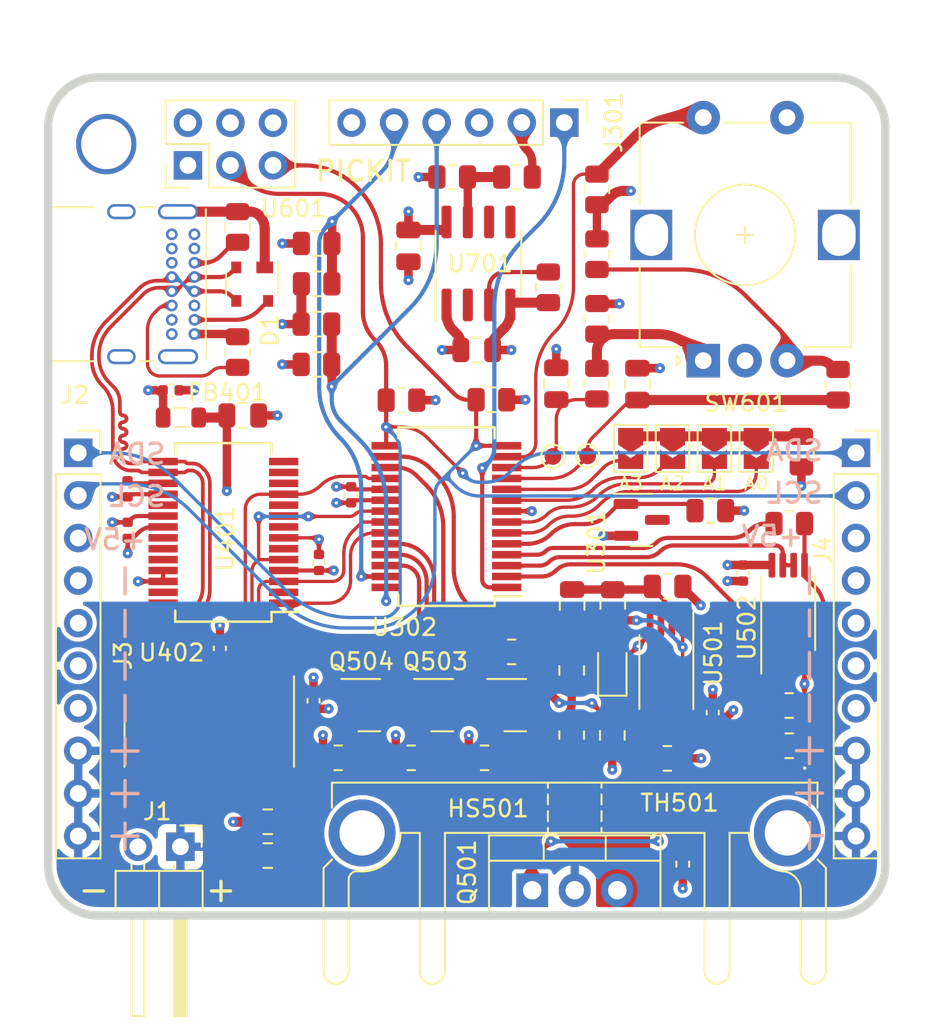
<source format=kicad_pcb>
(kicad_pcb (version 20211014) (generator pcbnew)
  (layers (0 "F.Cu" signal) (1 "In1.Cu" power "Gnd.Cu") (2 "In2.Cu" signal) (31 "B.Cu" signal) (34 "B.Paste" user) (35 "F.Paste" user) (36 "B.SilkS" user "B.Silkscreen") (37 "F.SilkS" user "F.Silkscreen") (38 "B.Mask" user) (39 "F.Mask" user) (44 "Edge.Cuts" user))
  (net 0 "")
  (net 1 "Net-(Q502-Pad2)")
  (net 2 "GND")
  (net 3 "+3V3")
  (net 4 "Net-(C401-Pad1)")
  (net 5 "/load_control/current_measure")
  (net 6 "/load_control/current_sense")
  (net 7 "/Connectors/load_in")
  (net 8 "/Display_Encoder/ENC.A")
  (net 9 "/Display_Encoder/ENC.B")
  (net 10 "/Connectors/I2C.SCL")
  (net 11 "/Connectors/I2C.SDA")
  (net 12 "/load_control/pwm_ctrl")
  (net 13 "/microcontroller/I2C_A0")
  (net 14 "/load_control/range.1ma")
  (net 15 "/load_control/range.100ma")
  (net 16 "/load_control/range.10a")
  (net 17 "/microcontroller/2.048V")
  (net 18 "/Display_Encoder/select")
  (net 19 "+5V")
  (net 20 "/microcontroller/~{MCLR}{slash}VPP")
  (net 21 "/microcontroller/I2C_A1")
  (net 22 "/microcontroller/I2C_A2")
  (net 23 "/microcontroller/I2C_A3")
  (net 24 "/microcontroller/3V3_sense")
  (net 25 "/microcontroller/5V_sense")
  (net 26 "/Connectors/USB2.0.D+")
  (net 27 "/Connectors/USB2.0.D-")
  (net 28 "/microcontroller/UART.RX")
  (net 29 "/microcontroller/UART.CTS")
  (net 30 "/microcontroller/UART.TX")
  (net 31 "/microcontroller/UART.RTS")
  (net 32 "/load_control/load_voltage")
  (net 33 "/load_control/temp_en")
  (net 34 "/load_control/temp_sense")
  (net 35 "Net-(C402-Pad1)")
  (net 36 "Net-(C407-Pad1)")
  (net 37 "Net-(C501-Pad1)")
  (net 38 "Net-(C503-Pad1)")
  (net 40 "Net-(J2-PadA5)")
  (net 42 "Net-(J2-PadB5)")
  (net 45 "Net-(JP301-Pad1)")
  (net 46 "Net-(Q501-Pad1)")
  (net 47 "Net-(Q503-Pad2)")
  (net 48 "Net-(Q504-Pad2)")
  (net 49 "Net-(R506-Pad2)")
  (net 50 "Net-(R508-Pad2)")
  (net 51 "Net-(R601-Pad2)")
  (net 52 "Net-(R602-Pad2)")
  (net 53 "Net-(R701-Pad1)")
  (net 74 "Net-(R702-Pad2)")
  (footprint "Resistor_SMD:R_0805_2012Metric" (layer "F.Cu") (at 116.025 94.720016)
    (fp_text reference "R305" hide)
    (fp_text value "4.7k")
  )
  (footprint "Resistor_SMD:R_0805_2012Metric" (layer "F.Cu") (at 144.984062 102.32754 -90)
    (fp_text reference "R306" hide)
    (fp_text value "10k")
  )
  (footprint "Resistor_SMD:R_0805_2012Metric" (layer "F.Cu") (at 116.0375 92.315032)
    (fp_text reference "R303" hide)
    (fp_text value "10k")
  )
  (footprint "Resistor_SMD:R_0805_2012Metric" (layer "F.Cu") (at 127.67927 114.275)
    (fp_text reference "R501" hide)
    (fp_text value "10k")
  )
  (footprint "Capacitor_SMD:C_0805_2012Metric" (layer "F.Cu") (at 133.694327 119.258633 -90)
    (fp_text reference "C501" hide)
    (fp_text value "4.7u")
  )
  (footprint "Package_TO_SOT_SMD:SOT-23" (layer "F.Cu") (at 119.1874 117.45)
    (fp_text reference "Q504")
    (fp_text value "Q_NMOS_GSD")
  )
  (footprint "Capacitor_SMD:C_0402_1005Metric" (layer "F.Cu") (at 115.849592 117.188666 90)
    (fp_text reference "C406" hide)
    (fp_text value "100n")
  )
  (footprint "Resistor_SMD:R_0805_2012Metric" (layer "F.Cu") (at 124.132284 85.945253 180)
    (fp_text reference "R703" hide)
    (fp_text value "120k")
  )
  (footprint "Resistor_SMD:R_0805_2012Metric" (layer "F.Cu") (at 131.268892 119.239859 90)
    (fp_text reference "R505" hide)
    (fp_text value "10k")
  )
  (footprint "Resistor_SMD:R_0805_2012Metric" (layer "F.Cu") (at 144.261702 117.476525)
    (fp_text reference "R507" hide)
    (fp_text value "47k")
  )
  (footprint "Rotary_Encoder:RotaryEncoder_Alps_EC12E-Switch_Vertical_H20mm" (layer "F.Cu") (at 139.125 96.9 90)
    (fp_text reference "SW601")
    (fp_text value "PEC11R")
  )
  (footprint "Resistor_SMD:R_0805_2012Metric" (layer "F.Cu") (at 133.720352 111.479986 -90)
    (fp_text reference "R502" hide)
    (fp_text value "270k")
  )
  (footprint "TestPoint:TestPoint_Pad_D1.0mm" (layer "F.Cu") (at 130.15 102.61426)
    (fp_text reference "TP300" hide)
    (fp_text value "~")
  )
  (footprint "Capacitor_SMD:C_0805_2012Metric" (layer "F.Cu") (at 111.625 100.170382)
    (fp_text reference "C401" hide)
    (fp_text value "4.7u")
  )
  (footprint "Resistor_SMD:R_0805_2012Metric" (layer "F.Cu") (at 117.324295 120.594595)
    (fp_text reference "R509" hide)
    (fp_text value "100")
  )
  (footprint "Package_TO_SOT_SMD:SOT-23" (layer "F.Cu") (at 123.540781 117.45)
    (fp_text reference "Q503")
    (fp_text value "Q_NMOS_GSD")
  )
  (footprint "Capacitor_SMD:C_0805_2012Metric" (layer "F.Cu") (at 135.190437 98.3 -90)
    (fp_text reference "C602" hide)
    (fp_text value "10n")
  )
  (footprint "Resistor_SMD:R_0805_2012Metric" (layer "F.Cu") (at 136.997088 110.365929)
    (fp_text reference "R503" hide)
    (fp_text value "10k")
  )
  (footprint "Connector_PinSocket_2.54mm:PinSocket_1x10_P2.54mm_Vertical" (layer "F.Cu") (at 148.25 102.4)
    (fp_text reference "J4")
    (fp_text value "Conn_01x10")
  )
  (footprint "Resistor_SMD:R_0805_2012Metric" (layer "F.Cu") (at 121.6875 120.594595)
    (fp_text reference "R510" hide)
    (fp_text value "1")
  )
  (footprint "Inductor_SMD:L_0805_2012Metric" (layer "F.Cu") (at 107.930408 100.295382)
    (fp_text reference "FB401")
    (fp_text value "FerriteBead")
  )
  (footprint "Resistor_SMD:R_0805_2012Metric" (layer "F.Cu") (at 144.2625 106.621175)
    (fp_text reference "R508" hide)
    (fp_text value "10k")
  )
  (footprint "Jumper:SolderJumper-2_P1.3mm_Open_TrianglePad1.0x1.5mm" (layer "F.Cu") (at 137.290732 102.14004 -90)
    (fp_text reference "JP303" hide)
    (fp_text value "SB")
  )
  (footprint "Capacitor_SMD:C_0805_2012Metric" (layer "F.Cu") (at 125.595714 96.265053)
    (fp_text reference "C702" hide)
    (fp_text value "1u")
  )
  (footprint "Package_SO:SOIC-8_3.9x4.9mm_P1.27mm" (layer "F.Cu") (at 125.7 91.102657 90)
    (fp_text reference "U701")
    (fp_text value "LP2951-3.3_SOIC")
  )
  (footprint "Connector_PinSocket_2.54mm:PinSocket_1x10_P2.54mm_Vertical" (layer "F.Cu") (at 101.8 102.4)
    (fp_text reference "J3")
    (fp_text value "Conn_01x10")
  )
  (footprint "Capacitor_SMD:C_0805_2012Metric" (layer "F.Cu") (at 130.349271 98.275 -90)
    (fp_text reference "C601" hide)
    (fp_text value "10n")
  )
  (footprint "Resistor_SMD:R_0805_2012Metric" (layer "F.Cu") (at 147.175 98.3375 90)
    (fp_text reference "R602" hide)
    (fp_text value "10k")
  )
  (footprint "Resistor_SMD:R_0805_2012Metric" (layer "F.Cu") (at 132.775 98.272611 90)
    (fp_text reference "R601" hide)
    (fp_text value "10k")
  )
  (footprint "Package_TO_SOT_SMD:SOT-143" (layer "F.Cu") (at 112.1875 92.3375 -90)
    (fp_text reference "D1")
    (fp_text value "SP0503BAHTG")
  )
  (footprint "Package_SO:TSSOP-8_4.4x3mm_P0.65mm" (layer "F.Cu") (at 136.922088 115.48698 -90)
    (fp_text reference "U501")
    (fp_text value "LM2904BA")
  )
  (footprint "Capacitor_SMD:C_0805_2012Metric" (layer "F.Cu") (at 113.119975 126.425 180)
    (fp_text reference "C409" hide)
    (fp_text value "4.7u")
  )
  (footprint "Capacitor_SMD:C_0805_2012Metric" (layer "F.Cu") (at 113.119975 124.408186 180)
    (fp_text reference "C405" hide)
    (fp_text value "4.7u")
  )
  (footprint "0_Heatsink:Heatsink_ASSMANN_WSW_V6560W" (layer "F.Cu") (at 131.45 125.075)
    (fp_text reference "HS501")
    (fp_text value "Heatsink_Pad")
  )
  (footprint "Package_SO:SSOP-28_5.3x10.2mm_P0.65mm" (layer "F.Cu") (at 123.7875 106.203233 180)
    (fp_text reference "U302")
    (fp_text value "PIC18F24K42")
  )
  (footprint "Capacitor_SMD:C_0805_2012Metric" (layer "F.Cu") (at 121.519768 90.052657 -90)
    (fp_text reference "C701" hide)
    (fp_text value "1u")
  )
  (footprint "Connector_PinHeader_2.54mm:PinHeader_1x02_P2.54mm_Horizontal" (layer "F.Cu") (at 107.9 125.9 -90)
    (fp_text reference "J1")
    (fp_text value "Conn_01x02")
  )
  (footprint "Jumper:SolderJumper-2_P1.3mm_Open_TrianglePad1.0x1.5mm" (layer "F.Cu") (at 134.790732 102.14004 -90)
    (fp_text reference "JP304" hide)
    (fp_text value "SB")
  )
  (footprint "Capacitor_SMD:C_0402_1005Metric" (layer "F.Cu") (at 139.693095 117.895 90)
    (fp_text reference "C502" hide)
    (fp_text value "100n")
  )
  (footprint "Resistor_SMD:R_0805_2012Metric" (layer "F.Cu") (at 126.0624 120.594595)
    (fp_text reference "R511" hide)
    (fp_text value "10m")
  )
  (footprint "Resistor_SMD:R_0805_2012Metric" (layer "F.Cu") (at 116.025 97.125 180)
    (fp_text reference "R304" hide)
    (fp_text value "10k")
  )
  (footprint "Diode_SMD:D_SOD-323" (layer "F.Cu") (at 133.694327 115.385929 90)
    (fp_text reference "D501" hide)
    (fp_text value "DIODE")
  )
  (footprint "Package_TO_SOT_SMD:SOT-23" (layer "F.Cu") (at 135.445359 106.4)
    (fp_text reference "U301")
    (fp_text value "LM4040DBZ-2.0")
  )
  (footprint "Resistor_SMD:R_0805_2012Metric" (layer "F.Cu") (at 132.775 94.405325 -90)
    (fp_text reference "R603" hide)
    (fp_text value "10k")
  )
  (footprint "Resistor_SMD:R_0805_2012Metric" (layer "F.Cu") (at 121.1 99.257741 180)
    (fp_text reference "R308" hide)
    (fp_text value "4.7k")
  )
  (footprint "Resistor_SMD:R_0805_2012Metric" (layer "F.Cu") (at 132.775 90.548822 90)
    (fp_text reference "R604" hide)
    (fp_text value "10k")
  )
  (footprint "Resistor_SMD:R_0805_2012Metric" (layer "F.Cu") (at 128 85.945253 180)
    (fp_text reference "R702" hide)
    (fp_text value "200k")
  )
  (footprint "Package_SO:TSSOP-8_4.4x3mm_P0.65mm" (layer "F.Cu") (at 144.199202 111.967571 90)
    (fp_text reference "U502")
    (fp_text value "LM2904BA")
  )
  (footprint "Package_SO:SSOP-28_5.3x10.2mm_P0.65mm" (layer "F.Cu") (at 110.467564 107.145 180)
    (fp_text reference "U401")
    (fp_text value "FT232RL")
  )
  (footprint "Capacitor_SMD:C_0402_1005Metric" (layer "F.Cu") (at 104.742139 104.545 -90)
    (fp_text reference "C402" hide)
    (fp_text value "100n")
  )
  (footprint "Package_TO_SOT_THT:TO-220-3_Vertical" (layer "F.Cu") (at 128.91 128.495)
    (fp_text reference "Q501")
    (fp_text value "IRLS640A")
  )
  (footprint "Resistor_SMD:R_0805_2012Metric" (layer "F.Cu") (at 144.261702 119.873475 180)
    (fp_text reference "R506" hide)
    (fp_text value "4.7M")
  )
  (footprint "Capacitor_SMD:C_0402_1005Metric" (layer "F.Cu") (at 110.259975 114.063487 90)
    (fp_text reference "C407" hide)
    (fp_text value "100n")
  )
  (footprint "Resistor_SMD:R_0805_2012Metric" (layer "F.Cu") (at 136.984588 120.627867 180)
    (fp_text reference "R504" hide)
    (fp_text value "10k")
  )
  (footprint "Capacitor_SMD:C_0402_1005Metric" (layer "F.Cu") (at 107.347908 98.667338)
    (fp_text reference "C408" hide)
    (fp_text value "100n")
  )
  (footprint "Capacitor_SMD:C_0402_1005Metric" (layer "F.Cu") (at 104.752598 107.023759 -90)
    (fp_text reference "C403" hide)
    (fp_text value "100n")
  )
  (footprint "Connector_USB:USB_C_Receptacle_GCT_USB4085" (layer "F.Cu") (at 108.7375 89.3625 -90)
    (fp_text reference "J2")
    (fp_text value "USB_C_Receptacle_USB2.0")
  )
  (footprint "Connector_PinHeader_2.54mm:PinHeader_1x06_P2.54mm_Vertical" (layer "F.Cu") (at 130.825 82.7 -90)
    (fp_text reference "J301")
    (fp_text value "Conn_PIC_ICSP_ICD")
  )
  (footprint "Capacitor_SMD:C_0402_1005Metric" (layer "F.Cu") (at 116.174937 108.94 90)
    (fp_text reference "C404" hide)
    (fp_text value "100n")
  )
  (footprint "Resistor_SMD:R_0805_2012Metric" (layer "F.Cu") (at 139.54751 105.85)
    (fp_text reference "R301" hide)
    (fp_text value "10k")
  )
  (footprint "Capacitor_SMD:C_0402_1005Metric" (layer "F.Cu") (at 118.096594 104.903233 90)
    (fp_text reference "C301" hide)
    (fp_text value "100n")
  )
  (footprint "Resistor_SMD:R_0805_2012Metric" (layer "F.Cu") (at 111.3125 96.3875 -90)
    (fp_text reference "R1" hide)
    (fp_text value "5.1k")
  )
  (footprint "TestPoint:TestPoint_Pad_D1.0mm" (layer "F.Cu") (at 132.219197 102.582042)
    (fp_text reference "TP301" hide)
    (fp_text value "~")
  )
  (footprint "Capacitor_SMD:C_0805_2012Metric" (layer "F.Cu") (at 131.294433 111.504986 -90)
    (fp_text reference "C503" hide)
    (fp_text value "10n")
  )
  (footprint "Resistor_SMD:R_0805_2012Metric" (layer "F.Cu") (at 116.0375 89.910048 180)
    (fp_text reference "R302" hide)
    (fp_text value "10k")
  )
  (footprint "Capacitor_SMD:C_0805_2012Metric" (layer "F.Cu") (at 131.268892 115.385929 -90)
    (fp_text reference "C504" hide)
    (fp_text value "10n")
  )
  (footprint "Resistor_SMD:R_0805_2012Metric" (layer "F.Cu") (at 129.871066 92.525 -90)
    (fp_text reference "R701" hide)
    (fp_text value "10k")
  )
  (footprint "0_Display:PiOLED" (layer "F.Cu") (at 108.35 85.25 90)
    (fp_text reference "U601")
    (fp_text value "Adafruit_PiOLED")
  )
  (footprint "Resistor_SMD:R_0805_2012Metric" (layer "F.Cu") (at 126.475 99.232741 180)
    (fp_text reference "R307" hide)
    (fp_text value "4.7k")
  )
  (footprint "Package_SO:SOIC-16_3.9x9.9mm_P1.27mm" (layer "F.Cu") (at 109.624975 119.183666 -90)
    (fp_text reference "U402")
    (fp_text value "CH340C")
  )
  (footprint "Package_TO_SOT_SMD:SOT-23" (layer "F.Cu") (at 127.899295 117.45)
    (fp_text reference "Q502" hide)
    (fp_text value "Q_NMOS_GSD")
  )
  (footprint "Resistor_SMD:R_0402_1005Metric" (layer "F.Cu") (at 137.9 126.938132 -90)
    (fp_text reference "TH501")
    (fp_text value "Thermistor_NTC")
  )
  (footprint "Resistor_SMD:R_0805_2012Metric" (layer "F.Cu") (at 111.3125 88.925 -90)
    (fp_text reference "R2" hide)
    (fp_text value "5.1k")
  )
  (footprint "Resistor_SMD:R_0805_2012Metric" (layer "F.Cu") (at 132.775 86.6846 -90)
    (fp_text reference "R605" hide)
    (fp_text value "10k")
  )
  (footprint "Capacitor_SMD:C_0402_1005Metric" (layer "F.Cu") (at 141.498119 109.571001 -90)
    (fp_text reference "C505" hide)
    (fp_text value "100n")
  )
  (footprint "Jumper:SolderJumper-2_P1.3mm_Open_TrianglePad1.0x1.5mm" (layer "F.Cu") (at 142.290732 102.14004 -90)
    (fp_text reference "JP301" hide)
    (fp_text value "SB")
  )
  (footprint "Jumper:SolderJumper-2_P1.3mm_Open_TrianglePad1.0x1.5mm" (layer "F.Cu") (at 139.790732 102.14004 -90)
    (fp_text reference "JP302" hide)
    (fp_text value "SB")
  )
  (gr_arc locked (start 147 80) (mid 149.12132 80.87868) (end 150 83) (layer "Edge.Cuts") (width 0.5))
  (gr_line locked (start 147 80) (end 103 80) (layer "Edge.Cuts") (width 0.5))
  (gr_arc locked (start 100 83) (mid 100.87868 80.87868) (end 103 80) (layer "Edge.Cuts") (width 0.5))
  (gr_line locked (start 150 127) (end 150 83) (layer "Edge.Cuts") (width 0.5))
  (gr_arc locked (start 103 130) (mid 100.87868 129.12132) (end 100 127) (layer "Edge.Cuts") (width 0.5))
  (gr_line locked (start 147 130) (end 103 130) (layer "Edge.Cuts") (width 0.5))
  (gr_arc locked (start 150 127) (mid 149.12132 129.12132) (end 147 130) (layer "Edge.Cuts") (width 0.5))
  (gr_line locked (start 100 83) (end 100 127) (layer "Edge.Cuts") (width 0.5))
  (gr_text "+++----" (at 104.436322 117.65 90) (layer "B.SilkS") (effects (font (size 2.05 2.05) (thickness 0.2))))
  (gr_text "SCL" (at 144.6 104.8) (layer "B.SilkS") (effects (font (size 1.2 1.2) (thickness 0.2)) (justify mirror)))
  (gr_text "SDA" (at 144.571429 102.275) (layer "B.SilkS") (effects (font (size 1.2 1.2) (thickness 0.2)) (justify mirror)))
  (gr_text "+5V	" (at 103.575 107.575) (layer "B.SilkS") (effects (font (size 1.2 1.2) (thickness 0.2)) (justify mirror)))
  (gr_text "SDA" (at 105.310672 102.475) (layer "B.SilkS") (effects (font (size 1.2 1.2) (thickness 0.2)) (justify mirror)))
  (gr_text "+++----" (at 145.313199 117.625 90) (layer "B.SilkS") (effects (font (size 2.05 2.05) (thickness 0.2))))
  (gr_text "+5V	" (at 142.835757 107.375) (layer "B.SilkS") (effects (font (size 1.2 1.2) (thickness 0.2)) (justify mirror)))
  (gr_text "SCL" (at 105.339243 105) (layer "B.SilkS") (effects (font (size 1.2 1.2) (thickness 0.2)) (justify mirror)))
  (gr_text "A3" (at 134.8 104.225) (layer "F.SilkS") (effects (font (size 0.8 0.8) (thickness 0.12))))
  (gr_text "+" (at 110.325 128.425) (layer "F.SilkS") (effects (font (size 1.5 1.5) (thickness 0.2))))
  (gr_text "A0" (at 142.290732 104.225) (layer "F.SilkS") (effects (font (size 0.8 0.8) (thickness 0.12))))
  (gr_text "A1\n" (at 139.79382 104.225) (layer "F.SilkS") (effects (font (size 0.8 0.8) (thickness 0.12))))
  (gr_text "A2\n" (at 137.29691 104.225) (layer "F.SilkS") (effects (font (size 0.8 0.8) (thickness 0.12))))
  (gr_text "-" (at 102.725 128.425) (layer "F.SilkS") (effects (font (size 1.5 1.5) (thickness 0.2))))
  (gr_text "PICKIT" (at 118.8 85.6) (layer "F.SilkS") (effects (font (size 1.2 1.2) (thickness 0.2))))
  (segment (start 139.693095 116.52325) (end 139.693095 117.415) (width 0.5) (layer "F.Cu") (net 2))
  (segment (start 116.024682 107.47) (end 114.067564 107.47) (width 0.2) (layer "F.Cu") (net 2))
  (segment (start 116.4124 119.245641) (end 116.4124 120.594595) (width 0.5) (layer "F.Cu") (net 2))
  (segment (start 113.97582 94.720016) (end 115.1 94.720016) (width 0.5) (layer "F.Cu") (net 2))
  (segment (start 137.9 128.393666) (end 137.9 127.448132) (width 0.5) (layer "F.Cu") (net 2))
  (segment (start 133.694327 121.30604) (end 133.694327 120.248424) (width 0.5) (layer "F.Cu") (net 2))
  (segment (start 111.690901 88.0125) (end 110.934099 88.0125) (width 0.6) (layer "F.Cu") (net 2))
  (segment (start 121.519768 92.107391) (end 121.519768 91.002657) (width 0.5) (layer "F.Cu") (net 2))
  (segment (start 145.174601 114.83047) (end 145.174202 114.830071) (width 0.25) (layer "F.Cu") (net 2))
  (segment (start 115.85 115.799588) (end 115.849796 115.799792) (width 0.5) (layer "F.Cu") (net 2))
  (segment (start 105.400684 107.161879) (end 105.167065 107.395498) (width 0.25) (layer "F.Cu") (net 2))
  (segment (start 127.605 94.086328) (end 127.605 93.674884) (width 0.6) (layer "F.Cu") (net 2))
  (segment (start 133.598261 120.152359) (end 131.268892 120.152359) (width 0.5) (layer "F.Cu") (net 2))
  (segment (start 105.367855 110.07) (end 106.542564 110.07) (width 0.25) (layer "F.Cu") (net 2))
  (segment (start 115.849592 116.254331) (end 115.849592 115.800284) (width 0.5) (layer "F.Cu") (net 2))
  (segment (start 139.006995 120.627867) (end 137.909588 120.627867) (width 0.5) (layer "F.Cu") (net 2))
  (segment (start 111.035095 95.3125) (end 108.7375 95.3125) (width 0.5) (layer "F.Cu") (net 2))
  (segment (start 137.899519 110.460462) (end 137.899519 110.372155) (width 0.5) (layer "F.Cu") (net 2))
  (segment (start 105.00674 104.87) (end 106.867564 104.87) (width 0.25) (layer "F.Cu") (net 2))
  (segment (start 145.174601 117.476126) (end 145.174202 117.476525) (width 0.25) (layer "F.Cu") (net 2))
  (segment (start 135.739901 113.417678) (end 135.276271 113.881309) (width 0.25) (layer "F.Cu") (net 2))
  (segment (start 111.23125 95.39375) (end 111.3125 95.475) (width 0.5) (layer "F.Cu") (net 2))
  (segment (start 113.697241 100.170382) (end 112.575 100.170382) (width 0.5) (layer "F.Cu") (net 2))
  (segment (start 133.149399 107.35) (end 134.507859 107.35) (width 0.5) (layer "F.Cu") (net 2))
  (segment (start 135.276271 113.881309) (end 134.973191 114.184389) (width 0.25) (layer "F.Cu") (net 2))
  (segment (start 106.867564 109.745) (end 106.867564 109.42) (width 0.25) (layer "F.Cu") (net 2))
  (segment locked (start 130.349271 96.203768) (end 130.349271 97.325) (width 0.5) (layer "F.Cu") (net 2))
  (segment locked (start 117.209611 104.423233) (end 117.986992 104.423233) (width 0.25) (layer "F.Cu") (net 2))
  (segment (start 131.243532 114.335929) (end 133.656467 114.335929) (width 0.5) (layer "F.Cu") (net 2))
  (segment (start 115.11875 94.713766) (end 115.1125 94.720016) (width 0.6) (layer "F.Cu") (net 2))
  (segment locked (start 118.361195 104.578233) (end 120.1875 104.578233) (width 0.25) (layer "F.Cu") (net 2))
  (segment (start 127.839727 93.440157) (end 129.86653 93.440157) (width 0.6) (layer "F.Cu") (net 2))
  (segment (start 127.245314 94.954684) (end 126.761652 95.438347) (width 0.6) (layer "F.Cu") (net 2))
  (segment (start 104.752598 108.395509) (end 104.752598 107.656862) (width 0.25) (layer "F.Cu") (net 2))
  (segment (start 112.169975 124.968802) (end 112.169975 126.359547) (width 0.6) (layer "F.Cu") (net 2))
  (segment (start 116.174937 107.558017) (end 116.174937 108.445) (width 0.25) (layer "F.Cu") (net 2))
  (segment (start 110.934099 88.0125) (end 107.7575 88.0125) (width 0.6) (layer "F.Cu") (net 2))
  (segment (start 110.259975 112.697541) (end 110.259975 113.583487) (width 0.5) (layer "F.Cu") (net 2))
  (segment (start 108.719017 98.667338) (end 107.827908 98.667338) (width 0.5) (layer "F.Cu") (net 2))
  (segment (start 111.690901 88.0125) (end 112.069302 88.0125) (width 0.6) (layer "F.Cu") (net 2))
  (segment (start 115.395257 116.708666) (end 114.069975 116.708666) (width 0.5) (layer "F.Cu") (net 2))
  (segment (start 135.947088 112.917486) (end 135.947088 112.62448) (width 0.25) (layer "F.Cu") (net 2))
  (segment (start 106.226054 106.82) (end 106.867564 106.82) (width 0.25) (layer "F.Cu") (net 2))
  (segment (start 111.609359 124.408186) (end 111.048743 124.408186) (width 0.6) (layer "F.Cu") (net 2))
  (segment (start 104.632537 105.025) (end 103.815301 105.025) (width 0.25) (layer "F.Cu") (net 2))
  (segment (start 116.174937 107.558017) (end 116.130928 107.514008) (width 0.2) (layer "F.Cu") (net 2))
  (segment (start 120.7625 119.245641) (end 120.7625 120.594595) (width 0.5) (layer "F.Cu") (net 2))
  (segment (start 112.9375 89.022119) (end 112.9375 91.3375) (width 0.6) (layer "F.Cu") (net 2))
  (segment (start 115.125 94.698677) (end 115.125 92.315032) (width 0.6) (layer "F.Cu") (net 2))
  (segment (start 129.869737 93.438828) (end 129.871066 93.4375) (width 0.5) (layer "F.Cu") (net 2))
  (segment (start 141.497244 110.050126) (end 141.498119 110.051001) (width 0.5) (layer "F.Cu") (net 2))
  (segment locked (start 128.8875 105.878233) (end 127.3875 105.878233) (width 0.25) (layer "F.Cu") (net 2))
  (segment (start 122.11505 85.945253) (end 123.219784 85.945253) (width 0.5) (layer "F.Cu") (net 2))
  (segment (start 145.175 114.831433) (end 145.175 116.180157) (width 0.25) (layer "F.Cu") (net 2))
  (segment (start 134.607341 114.335929) (end 133.694327 114.335929) (width 0.25) (layer "F.Cu") (net 2))
  (segment (start 136.539391 97.35) (end 135.190437 97.35) (width 0.5) (layer "F.Cu") (net 2))
  (segment (start 125.124295 119.245641) (end 125.124295 120.594595) (width 0.5) (layer "F.Cu") (net 2))
  (segment (start 138.972569 111.504717) (end 137.922088 110.454236) (width 0.5) (layer "F.Cu") (net 2))
  (segment locked (start 127.666946 96.265053) (end 126.851097 96.265053) (width 0.5) (layer "F.Cu") (net 2))
  (segment (start 141.495131 110.049251) (end 140.57391 110.049251) (width 0.5) (layer "F.Cu") (net 2))
  (segment (start 145.175 117.475162) (end 145.175 116.180157) (width 0.25) (layer "F.Cu") (net 2))
  (via (at 133.149399 107.35) (size 0.6) (drill 0.2) (layers "F.Cu" "B.Cu") (net 2))
  (via (at 139.006995 120.627867) (size 0.6) (drill 0.2) (layers "F.Cu" "B.Cu") (net 2))
  (via (at 111.048743 124.408186) (size 0.6) (drill 0.2) (layers "F.Cu" "B.Cu") (net 2))
  (via (at 103.815301 105.025) (size 0.6) (drill 0.2) (layers "F.Cu" "B.Cu") (net 2))
  (via locked (at 127.666946 96.265053) (size 0.6) (drill 0.2) (layers "F.Cu" "B.Cu") (net 2))
  (via locked (at 117.209611 104.423233) (size 0.6) (drill 0.2) (layers "F.Cu" "B.Cu") (net 2))
  (via (at 135.225 113.925) (size 0.6) (drill 0.2) (layers "F.Cu" "B.Cu") (net 2))
  (via (at 122.125829 85.946006) (size 0.6) (drill 0.2) (layers "F.Cu" "B.Cu") (net 2))
  (via (at 133.694327 121.30604) (size 0.6) (drill 0.2) (layers "F.Cu" "B.Cu") (net 2))
  (via (at 113.697241 100.170382) (size 0.6) (drill 0.2) (layers "F.Cu" "B.Cu") (net 2))
  (via (at 137.9 128.393666) (size 0.6) (drill 0.2) (layers "F.Cu" "B.Cu") (net 2))
  (via (at 116.4124 119.245641) (size 0.6) (drill 0.2) (layers "F.Cu" "B.Cu") (net 2))
  (via (at 120.7625 119.245641) (size 0.6) (drill 0.2) (layers "F.Cu" "B.Cu") (net 2))
  (via (at 104.752598 108.395509) (size 0.6) (drill 0.2) (layers "F.Cu" "B.Cu") (net 2))
  (via (at 108.719017 98.667338) (size 0.6) (drill 0.2) (layers "F.Cu" "B.Cu") (net 2))
  (via locked (at 128.8875 105.878233) (size 0.6) (drill 0.2) (layers "F.Cu" "B.Cu") (net 2))
  (via locked (at 130.349271 96.203768) (size 0.6) (drill 0.2) (layers "F.Cu" "B.Cu") (net 2))
  (via (at 139.693095 116.52325) (size 0.6) (drill 0.2) (layers "F.Cu" "B.Cu") (net 2))
  (via (at 145.175 116.180157) (size 0.6) (drill 0.2) (layers "F.Cu" "B.Cu") (net 2))
  (via (at 115.85 115.799588) (size 0.6) (drill 0.2) (layers "F.Cu" "B.Cu") (net 2))
  (via (at 113.97582 94.720016) (size 0.6) (drill 0.2) (layers "F.Cu" "B.Cu") (net 2))
  (via (at 105.367855 110.07) (size 0.6) (drill 0.2) (layers "F.Cu" "B.Cu") (net 2))
  (via (at 136.539391 97.35) (size 0.6) (drill 0.2) (layers "F.Cu" "B.Cu") (net 2))
  (via (at 138.972569 111.504717) (size 0.6) (drill 0.2) (layers "F.Cu" "B.Cu") (net 2))
  (via (at 125.124295 119.245641) (size 0.6) (drill 0.2) (layers "F.Cu" "B.Cu") (net 2))
  (via (at 110.259975 112.697541) (size 0.6) (drill 0.2) (layers "F.Cu" "B.Cu") (net 2))
  (via (at 140.57391 110.049251) (size 0.6) (drill 0.2) (layers "F.Cu" "B.Cu") (net 2))
  (via (at 116.174937 107.558017) (size 0.6) (drill 0.2) (layers "F.Cu" "B.Cu") (net 2))
  (via (at 121.520521 92.096612) (size 0.6) (drill 0.2) (layers "F.Cu" "B.Cu") (net 2))
  (arc (start 105.00674 104.87) (mid 104.905481 104.890141) (end 104.819639 104.9475) (width 0.25) (layer "F.Cu") (net 2))
  (arc (start 127.839727 93.440157) (mid 127.7499 93.458024) (end 127.67375 93.508907) (width 0.6) (layer "F.Cu") (net 2))
  (arc (start 145.175 117.475162) (mid 145.174896 117.475683) (end 145.174601 117.476126) (width 0.25) (layer "F.Cu") (net 2))
  (arc (start 118.174094 104.500733) (mid 118.08825 104.443374) (end 117.986992 104.423233) (width 0.25) (layer "F.Cu") (net 2))
  (arc (start 129.869737 93.438828) (mid 129.868265 93.439811) (end 129.86653 93.440157) (width 0.5) (layer "F.Cu") (net 2))
  (arc (start 112.6125 88.2375) (mid 112.853035 88.597486) (end 112.9375 89.022119) (width 0.6) (layer "F.Cu") (net 2))
  (arc (start 106.226054 106.82) (mid 105.779367 106.908851) (end 105.400684 107.161879) (width 0.25) (layer "F.Cu") (net 2))
  (arc (start 126.545714 95.959669) (mid 126.635158 96.175608) (end 126.851097 96.265053) (width 0.6) (layer "F.Cu") (net 2))
  (arc (start 134.973191 114.184389) (mid 134.805337 114.296545) (end 134.607341 114.335929) (width 0.25) (layer "F.Cu") (net 2))
  (arc (start 104.819639 104.9475) (mid 104.733795 105.004858) (end 104.632537 105.025) (width 0.25) (layer "F.Cu") (net 2))
  (arc (start 106.867564 109.745) (mid 106.772373 109.974809) (end 106.542564 110.07) (width 0.25) (layer "F.Cu") (net 2))
  (arc (start 145.174601 114.83047) (mid 145.174896 114.830911) (end 145.175 114.831433) (width 0.25) (layer "F.Cu") (net 2))
  (arc (start 127.67375 93.508907) (mid 127.622867 93.585057) (end 127.605 93.674884) (width 0.5) (layer "F.Cu") (net 2))
  (arc (start 115.125 94.698677) (mid 115.123375 94.706843) (end 115.11875 94.713766) (width 0.6) (layer "F.Cu") (net 2))
  (arc (start 111.23125 95.39375) (mid 111.141253 95.333616) (end 111.035095 95.3125) (width 0.5) (layer "F.Cu") (net 2))
  (arc (start 112.069302 88.0125) (mid 112.363279 88.070975) (end 112.6125 88.2375) (width 0.6) (layer "F.Cu") (net 2))
  (arc (start 116.130928 107.514008) (mid 116.082182 107.481437) (end 116.024682 107.47) (width 0.2) (layer "F.Cu") (net 2))
  (arc (start 115.849796 115.799792) (mid 115.849645 115.800017) (end 115.849592 115.800284) (width 0.5) (layer "F.Cu") (net 2))
  (arc (start 127.605 94.086328) (mid 127.51152 94.556279) (end 127.245314 94.954684) (width 0.6) (layer "F.Cu") (net 2))
  (arc (start 115.849592 116.254331) (mid 115.71652 116.575594) (end 115.395257 116.708666) (width 0.5) (layer "F.Cu") (net 2))
  (arc (start 104.905701 107.503759) (mid 104.79744 107.548601) (end 104.752598 107.656862) (width 0.25) (layer "F.Cu") (net 2))
  (arc (start 105.167065 107.395498) (mid 105.04715 107.475622) (end 104.905701 107.503759) (width 0.25) (layer "F.Cu") (net 2))
  (arc (start 118.174094 104.500733) (mid 118.259936 104.558091) (end 118.361195 104.578233) (width 0.25) (layer "F.Cu") (net 2))
  (arc (start 135.947088 112.917486) (mid 135.893241 113.188188) (end 135.739901 113.417678) (width 0.25) (layer "F.Cu") (net 2))
  (arc (start 133.66619 120.180496) (mid 133.635023 120.159671) (end 133.598261 120.152359) (width 0.25) (layer "F.Cu") (net 2))
  (arc (start 112.169975 124.968802) (mid 112.005774 124.572386) (end 111.609359 124.408186) (width 0.6) (layer "F.Cu") (net 2))
  (arc (start 126.761652 95.438347) (mid 126.601834 95.677531) (end 126.545714 95.959669) (width 0.6) (layer "F.Cu") (net 2))
  (arc (start 141.497244 110.050126) (mid 141.496274 110.049478) (end 141.495131 110.049251) (width 0.5) (layer "F.Cu") (net 2))
  (arc (start 133.66619 120.180496) (mid 133.687014 120.211661) (end 133.694327 120.248424) (width 0.25) (layer "F.Cu") (net 2))
  (segment (start 128.285 83.56629) (end 128.285 82.7) (width 0.5) (layer "F.Cu") (net 3))
  (segment locked (start 117.986992 105.383233) (end 117.209611 105.383233) (width 0.25) (layer "F.Cu") (net 3))
  (segment locked (start 128.500502 99.232741) (end 127.3875 99.232741) (width 0.5) (layer "F.Cu") (net 3))
  (segment (start 128.9125 85.081209) (end 128.9125 85.945253) (width 0.5) (layer "F.Cu") (net 3))
  (segment (start 141.959348 109.091001) (end 143.15 109.091001) (width 0.5) (layer "F.Cu") (net 3))
  (segment (start 132.93895 87.5971) (end 132.775 87.5971) (width 0.6) (layer "F.Cu") (net 3))
  (segment (start 134.3625 86.775) (end 134.8 86.775) (width 0.6) (layer "F.Cu") (net 3))
  (segment (start 141.959348 109.091001) (end 141.036889 109.091001) (width 0.5) (layer "F.Cu") (net 3))
  (segment (start 132.775 89.837034) (end 132.775 87.5846) (width 0.5) (layer "F.Cu") (net 3))
  (segment (start 141.569917 105.85) (end 140.47251 105.85) (width 0.5) (layer "F.Cu") (net 3))
  (segment (start 123.795 94.136328) (end 123.795 93.577657) (width 0.6) (layer "F.Cu") (net 3))
  (segment (start 133.61564 87.084358) (end 133.21883 87.481169) (width 0.6) (layer "F.Cu") (net 3))
  (segment (start 113.98832 89.910048) (end 115.1125 89.910048) (width 0.5) (layer "F.Cu") (net 3))
  (segment locked (start 123.524482 96.265053) (end 124.286044 96.265053) (width 0.5) (layer "F.Cu") (net 3))
  (segment (start 140.57566 109.091001) (end 141.036889 109.091001) (width 0.5) (layer "F.Cu") (net 3))
  (segment (start 124.19004 95.09004) (end 124.391389 95.291389) (width 0.6) (layer "F.Cu") (net 3))
  (segment (start 144.984062 104.373772) (end 144.984062 103.25254) (width 0.5) (layer "F.Cu") (net 3))
  (segment (start 134.123954 93.505325) (end 132.775 93.505325) (width 0.5) (layer "F.Cu") (net 3))
  (segment locked (start 123.138002 99.257741) (end 122.025 99.257741) (width 0.5) (layer "F.Cu") (net 3))
  (segment locked (start 118.361195 105.228233) (end 120.1875 105.228233) (width 0.25) (layer "F.Cu") (net 3))
  (via locked (at 123.138002 99.257741) (size 0.6) (drill 0.2) (layers "F.Cu" "B.Cu") (net 3))
  (via (at 134.123954 93.505325) (size 0.6) (drill 0.2) (layers "F.Cu" "B.Cu") (net 3))
  (via locked (at 117.209611 105.383233) (size 0.6) (drill 0.2) (layers "F.Cu" "B.Cu") (net 3))
  (via (at 141.569917 105.85) (size 0.6) (drill 0.2) (layers "F.Cu" "B.Cu") (net 3))
  (via (at 144.984062 104.373772) (size 0.6) (drill 0.2) (layers "F.Cu" "B.Cu") (net 3))
  (via locked (at 123.524482 96.265053) (size 0.6) (drill 0.2) (layers "F.Cu" "B.Cu") (net 3))
  (via (at 134.8 86.775) (size 0.6) (drill 0.2) (layers "F.Cu" "B.Cu") (net 3))
  (via locked (at 128.500502 99.232741) (size 0.6) (drill 0.2) (layers "F.Cu" "B.Cu") (net 3))
  (via (at 113.98832 89.910048) (size 0.6) (drill 0.2) (layers "F.Cu" "B.Cu") (net 3))
  (via (at 140.57566 109.091001) (size 0.6) (drill 0.2) (layers "F.Cu" "B.Cu") (net 3))
  (arc (start 128.59875 84.32375) (mid 128.830959 84.671275) (end 128.9125 85.081209) (width 0.5) (layer "F.Cu") (net 3))
  (arc (start 134.3625 86.775) (mid 133.958302 86.855399) (end 133.61564 87.084358) (width 0.6) (layer "F.Cu") (net 3))
  (arc (start 124.645714 95.905383) (mid 124.540369 96.159708) (end 124.286044 96.265053) (width 0.6) (layer "F.Cu") (net 3))
  (arc (start 128.285 83.56629) (mid 128.36654 83.976224) (end 128.59875 84.32375) (width 0.5) (layer "F.Cu") (net 3))
  (arc (start 124.391389 95.291389) (mid 124.579617 95.573092) (end 124.645714 95.905383) (width 0.6) (layer "F.Cu") (net 3))
  (arc (start 123.795 94.136328) (mid 123.897667 94.652473) (end 124.19004 95.09004) (width 0.6) (layer "F.Cu") (net 3))
  (arc (start 118.361195 105.228233) (mid 118.259936 105.248374) (end 118.174094 105.305733) (width 0.25) (layer "F.Cu") (net 3))
  (arc (start 133.21883 87.481169) (mid 133.09042 87.56697) (end 132.93895 87.5971) (width 0.6) (layer "F.Cu") (net 3))
  (arc (start 118.174094 105.305733) (mid 118.08825 105.363091) (end 117.986992 105.383233) (width 0.25) (layer "F.Cu") (net 3))
  (segment (start 117.06192 109.42) (end 114.067564 109.42) (width 0.25) (layer "F.Cu") (net 4))
  (segment (start 104.48831 106.543759) (end 103.82576 106.543759) (width 0.25) (layer "F.Cu") (net 4))
  (segment (start 105.390644 106.17) (end 106.867564 106.17) (width 0.25) (layer "F.Cu") (net 4))
  (segment (start 110.675 100.25877) (end 110.675 104.675) (width 0.5) (layer "F.Cu") (net 4))
  (segment (start 110.461611 100.295382) (end 108.992908 100.295382) (width 0.6) (layer "F.Cu") (net 4))
  (via (at 103.82576 106.543759) (size 0.6) (drill 0.2) (layers "F.Cu" "B.Cu") (net 4))
  (via (at 117.06192 109.42) (size 0.6) (drill 0.2) (layers "F.Cu" "B.Cu") (net 4))
  (via (at 110.675 104.675) (size 0.6) (drill 0.2) (layers "F.Cu" "B.Cu") (net 4))
  (arc (start 104.939477 106.356879) (mid 104.73248 106.49519) (end 104.48831 106.543759) (width 0.25) (layer "F.Cu") (net 4))
  (arc (start 110.6125 100.232882) (mid 110.543271 100.279138) (end 110.461611 100.295382) (width 0.5) (layer "F.Cu") (net 4))
  (arc (start 110.675 100.25877) (mid 110.652399 100.224945) (end 110.6125 100.232882) (width 0.5) (layer "F.Cu") (net 4))
  (arc (start 105.390644 106.17) (mid 105.146474 106.218568) (end 104.939477 106.356879) (width 0.25) (layer "F.Cu") (net 4))
  (segment (start 137.897088 114.320653) (end 137.897088 112.62448) (width 0.2) (layer "F.Cu") (net 5))
  (segment (start 136.597088 117.444686) (end 136.597088 118.34948) (width 0.2) (layer "F.Cu") (net 5))
  (segment (start 133.613657 112.454986) (end 131.294433 112.454986) (width 0.5) (layer "F.Cu") (net 5))
  (segment locked (start 122.810009 103.313242) (end 123.175 103.678233) (width 0.25) (layer "F.Cu") (net 5))
  (segment (start 124.225 106.213157) (end 124.225 109.291852) (width 0.25) (layer "F.Cu") (net 5))
  (segment (start 131.252723 112.45) (end 127.383147 112.45) (width 0.25) (layer "F.Cu") (net 5))
  (segment (start 131.266258 112.455606) (end 131.271864 112.461212) (width 0.25) (layer "F.Cu") (net 5))
  (segment (start 133.764546 112.392486) (end 135.125 112.392486) (width 0.5) (layer "F.Cu") (net 5))
  (segment locked (start 121.15625 102.628233) (end 120.1875 102.628233) (width 0.25) (layer "F.Cu") (net 5))
  (segment (start 137.236873 115.900106) (end 137.247088 115.889892) (width 0.2) (layer "F.Cu") (net 5))
  (via (at 135.125 112.392486) (size 0.6) (drill 0.2) (layers "F.Cu" "B.Cu") (net 5))
  (via (at 137.9 114) (size 0.6) (drill 0.2) (layers "F.Cu" "B.Cu") (net 5))
  (arc (start 123.175 103.678233) (mid 123.952113 104.841266) (end 124.225 106.213157) (width 0.25) (layer "F.Cu") (net 5))
  (arc (start 124.225 109.291852) (mid 124.465399 110.500423) (end 125.15 111.525) (width 0.25) (layer "F.Cu") (net 5))
  (arc (start 125.15 111.525) (mid 126.174576 112.2096) (end 127.383147 112.45) (width 0.25) (layer "F.Cu") (net 5))
  (arc (start 122.810009 103.313242) (mid 122.051258 102.806261) (end 121.15625 102.628233) (width 0.25) (layer "F.Cu") (net 5))
  (arc (start 131.266258 112.455606) (mid 131.260048 112.451456) (end 131.252723 112.45) (width 0.25) (layer "F.Cu") (net 5))
  (arc (start 137.897088 114.320653) (mid 137.728158 115.169919) (end 137.247088 115.889892) (width 0.2) (layer "F.Cu") (net 5))
  (arc (start 133.764546 112.392486) (mid 133.723716 112.400607) (end 133.689102 112.423736) (width 0.5) (layer "F.Cu") (net 5))
  (arc (start 137.236873 115.900106) (mid 136.763362 116.608765) (end 136.597088 117.444686) (width 0.2) (layer "F.Cu") (net 5))
  (arc (start 133.689102 112.423736) (mid 133.654487 112.446864) (end 133.613657 112.454986) (width 0.5) (layer "F.Cu") (net 5))
  (segment (start 136.76899 112.821902) (end 137.897088 113.95) (width 0.25) (layer "B.Cu") (net 5))
  (segment (start 135.732287 112.392486) (end 135.125 112.392486) (width 0.25) (layer "B.Cu") (net 5))
  (arc (start 136.76899 112.821902) (mid 136.293346 112.504087) (end 135.732287 112.392486) (width 0.25) (layer "B.Cu") (net 5))
  (segment (start 133.904199 116.435929) (end 133.694327 116.435929) (width 0.25) (layer "F.Cu") (net 6))
  (segment (start 134.262472 116.287527) (end 136.127416 114.422583) (width 0.25) (layer "F.Cu") (net 6))
  (segment (start 131.243532 116.435929) (end 133.656467 116.435929) (width 0.5) (layer "F.Cu") (net 6))
  (segment (start 129.080897 117.45) (end 128.592692 117.45) (width 0.5) (layer "F.Cu") (net 6))
  (segment (start 129.080897 117.45) (end 129.325 117.45) (width 0.5) (layer "F.Cu") (net 6))
  (segment (start 128.592692 117.45) (end 120.1249 117.45) (width 0.6) (layer "F.Cu") (net 6))
  (segment (start 130.273177 118.327359) (end 128.902359 118.327359) (width 0.5) (layer "F.Cu") (net 6))
  (segment (start 131.268892 117.331644) (end 131.268892 116.335929) (width 0.5) (layer "F.Cu") (net 6))
  (segment (start 136.597088 113.288696) (end 136.597088 112.62448) (width 0.25) (layer "F.Cu") (net 6))
  (arc (start 131.268892 117.331644) (mid 130.977253 118.03572) (end 130.273177 118.327359) (width 0.5) (layer "F.Cu") (net 6))
  (arc (start 134.262472 116.287527) (mid 134.098095 116.39736) (end 133.904199 116.435929) (width 0.25) (layer "F.Cu") (net 6))
  (arc (start 136.597088 113.288696) (mid 136.475024 113.902351) (end 136.127416 114.422583) (width 0.25) (layer "F.Cu") (net 6))
  (segment (start 145.186702 121.209295) (end 145.186702 119.873475) (width 0.5) (layer "F.Cu") (net 7))
  (via (at 145.186702 121.209295) (size 0.6) (drill 0.2) (layers "F.Cu" "B.Cu") (net 7))
  (segment (start 132.755055 99.205055) (end 132.775 99.185111) (width 0.2) (layer "F.Cu") (net 8))
  (segment locked (start 128.942152 103.278233) (end 127.3875 103.278233) (width 0.2) (layer "F.Cu") (net 8))
  (segment (start 132.706905 99.225) (end 131.542191 99.225) (width 0.2) (layer "F.Cu") (net 8))
  (segment (start 130.349271 101.871114) (end 130.349271 100.41792) (width 0.2) (layer "F.Cu") (net 8))
  (arc (start 132.755055 99.205055) (mid 132.732963 99.219816) (end 132.706905 99.225) (width 0.2) (layer "F.Cu") (net 8))
  (arc (start 131.542191 99.225) (mid 130.698669 99.574398) (end 130.349271 100.41792) (width 0.2) (layer "F.Cu") (net 8))
  (arc (start 129.937135 102.866097) (mid 129.480633 103.171122) (end 128.942152 103.278233) (width 0.2) (layer "F.Cu") (net 8))
  (arc (start 130.349271 101.871114) (mid 130.24216 102.409595) (end 129.937135 102.866097) (width 0.2) (layer "F.Cu") (net 8))
  (segment (start 132.201957 102.648042) (end 131.570482 103.279518) (width 0.2) (layer "F.Cu") (net 9))
  (segment (start 135.410655 99.25) (end 134.970218 99.25) (width 0.6) (layer "F.Cu") (net 9))
  (segment (start 135.410655 99.25) (end 147.175 99.25) (width 0.6) (layer "F.Cu") (net 9))
  (segment (start 132.219197 102.181422) (end 132.219197 102.557661) (width 0.2) (layer "F.Cu") (net 9))
  (segment (start 132.219197 102.557661) (end 132.219197 102.606422) (width 0.2) (layer "F.Cu") (net 9))
  (segment (start 130.004345 103.928233) (end 127.3875 103.928233) (width 0.2) (layer "F.Cu") (net 9))
  (segment (start 132.502477 101.497522) (end 134.594282 99.405717) (width 0.2) (layer "F.Cu") (net 9))
  (arc (start 134.970218 99.25) (mid 134.766763 99.290469) (end 134.594282 99.405717) (width 0.2) (layer "F.Cu") (net 9))
  (arc (start 131.570482 103.279518) (mid 130.851932 103.759637) (end 130.004345 103.928233) (width 0.2) (layer "F.Cu") (net 9))
  (arc (start 132.502477 101.497522) (mid 132.292819 101.811298) (end 132.219197 102.181422) (width 0.2) (layer "F.Cu") (net 9))
  (arc (start 132.219197 102.606422) (mid 132.214716 102.628946) (end 132.201957 102.648042) (width 0.2) (layer "F.Cu") (net 9))
  (segment (start 118.5 86.625) (end 118.431379 86.556379) (width 0.25) (layer "F.Cu") (net 10))
  (segment locked (start 125.5625 101.978233) (end 127.3875 101.978233) (width 0.25) (layer "F.Cu") (net 10))
  (segment (start 119.875 92.249269) (end 119.875 89.944543) (width 0.25) (layer "F.Cu") (net 10))
  (segment (start 115.2775 85.25) (end 113.43 85.25) (width 0.25) (layer "F.Cu") (net 10))
  (segment (start 124.265806 98.894039) (end 121.468792 96.097025) (width 0.25) (layer "F.Cu") (net 10))
  (segment locked (start 125.5625 99.711737) (end 125.5625 101.978233) (width 0.25) (layer "F.Cu") (net 10))
  (via locked (at 125.5625 101.978233) (size 0.6) (drill 0.2) (layers "F.Cu" "B.Cu") (net 10))
  (arc (start 124.265806 98.894039) (mid 124.640969 99.144715) (end 125.083504 99.232741) (width 0.25) (layer "F.Cu") (net 10))
  (arc (start 125.5625 99.711737) (mid 125.422205 99.373035) (end 125.083504 99.232741) (width 0.25) (layer "F.Cu") (net 10))
  (arc (start 118.431379 86.556379) (mid 116.984367 85.589516) (end 115.2775 85.25) (width 0.25) (layer "F.Cu") (net 10))
  (arc (start 119.875 92.249269) (mid 120.289213 94.331659) (end 121.468792 96.097025) (width 0.25) (layer "F.Cu") (net 10))
  (arc (start 118.5 86.625) (mid 119.517649 88.148019) (end 119.875 89.944543) (width 0.25) (layer "F.Cu") (net 10))
  (segment (start 124.05625 103.4625) (end 125.55 101.96875) (width 0.2) (layer "B.Cu") (net 10))
  (segment (start 102.145 104.595) (end 101.8 104.94) (width 0.2) (layer "B.Cu") (net 10))
  (segment (start 148.233358 104.956641) (end 148.25 104.94) (width 0.2) (layer "B.Cu") (net 10))
  (segment (start 123.1 108.966332) (end 123.1 104.86953) (width 0.2) (layer "B.Cu") (net 10))
  (segment (start 104.695 104.25) (end 102.977903 104.25) (width 0.2) (layer "B.Cu") (net 10))
  (segment (start 117.753963 112.85) (end 119.216332 112.85) (width 0.2) (layer "B.Cu") (net 10))
  (segment (start 125.772427 104.973283) (end 148.193182 104.973283) (width 0.2) (layer "B.Cu") (net 10))
  (segment (start 123.41875 104.1) (end 124.05625 103.4625) (width 0.2) (layer "B.Cu") (net 10))
  (segment (start 124.05625 104.1) (end 124.333516 104.377266) (width 0.2) (layer "B.Cu") (net 10))
  (segment (start 113.906207 111.256207) (end 108.45917 105.80917) (width 0.2) (layer "B.Cu") (net 10))
  (arc (start 102.977903 104.25) (mid 102.527139 104.339662) (end 102.145 104.595) (width 0.2) (layer "B.Cu") (net 10))
  (arc (start 123.41875 104.1) (mid 123.18284 104.453063) (end 123.1 104.86953) (width 0.2) (layer "B.Cu") (net 10))
  (arc (start 108.45917 105.80917) (mid 106.732154 104.655215) (end 104.695 104.25) (width 0.2) (layer "B.Cu") (net 10))
  (arc (start 123.1 108.966332) (mid 122.804373 110.452547) (end 121.9625 111.7125) (width 0.2) (layer "B.Cu") (net 10))
  (arc (start 124.05625 104.1) (mid 123.7375 103.967969) (end 123.41875 104.1) (width 0.2) (layer "B.Cu") (net 10))
  (arc (start 148.233358 104.956641) (mid 148.214925 104.968957) (end 148.193182 104.973283) (width 0.2) (layer "B.Cu") (net 10))
  (arc (start 121.9625 111.7125) (mid 120.702547 112.554373) (end 119.216332 112.85) (width 0.2) (layer "B.Cu") (net 10))
  (arc (start 124.333516 104.377266) (mid 124.993694 104.818383) (end 125.772427 104.973283) (width 0.2) (layer "B.Cu") (net 10))
  (arc (start 113.906207 111.256207) (mid 115.671572 112.435786) (end 117.753963 112.85) (width 0.2) (layer "B.Cu") (net 10))
  (arc (start 124.05625 103.4625) (mid 123.924219 103.78125) (end 124.05625 104.1) (width 0.2) (layer "B.Cu") (net 10))
  (segment (start 113.792081 86.95) (end 116.196662 86.95) (width 0.25) (layer "F.Cu") (net 11))
  (segment (start 120.1875 97.469729) (end 120.1875 98.661737) (width 0.25) (layer "F.Cu") (net 11))
  (segment (start 111.74 86.1) (end 110.89 85.25) (width 0.25) (layer "F.Cu") (net 11))
  (segment (start 118.8 93.968889) (end 118.8 89.553337) (width 0.25) (layer "F.Cu") (net 11))
  (segment locked (start 124.761411 103.614644) (end 122.650359 101.503592) (width 0.2) (layer "F.Cu") (net 11))
  (segment locked (start 120.1875 97.201616) (end 120.1875 97.469729) (width 0.25) (layer "F.Cu") (net 11))
  (segment (start 120.1875 98.661737) (end 120.1875 99.853745) (width 0.25) (layer "F.Cu") (net 11))
  (segment locked (start 120.179647 100.858233) (end 121.092323 100.858233) (width 0.2) (layer "F.Cu") (net 11))
  (segment locked (start 120.1875 99.853745) (end 120.1875 101.978233) (width 0.25) (layer "F.Cu") (net 11))
  (segment (start 119.49375 95.64375) (end 119.576477 95.726477) (width 0.25) (layer "F.Cu") (net 11))
  (via locked (at 120.179647 100.858233) (size 0.6) (drill 0.2) (layers "F.Cu" "B.Cu") (net 11))
  (via locked (at 124.761411 103.614644) (size 0.6) (drill 0.2) (layers "F.Cu" "B.Cu") (net 11))
  (arc (start 118.8 93.968889) (mid 118.980299 94.875317) (end 119.49375 95.64375) (width 0.25) (layer "F.Cu") (net 11))
  (arc (start 118.0375 87.7125) (mid 118.601832 88.557083) (end 118.8 89.553337) (width 0.25) (layer "F.Cu") (net 11))
  (arc (start 111.74 86.1) (mid 112.681502 86.729092) (end 113.792081 86.95) (width 0.25) (layer "F.Cu") (net 11))
  (arc (start 118.0375 87.7125) (mid 117.192916 87.148167) (end 116.196662 86.95) (width 0.25) (layer "F.Cu") (net 11))
  (arc (start 122.650359 101.503592) (mid 121.935526 101.025956) (end 121.092323 100.858233) (width 0.2) (layer "F.Cu") (net 11))
  (arc (start 119.576477 95.726477) (mid 120.0287 96.403276) (end 120.1875 97.201616) (width 0.25) (layer "F.Cu") (net 11))
  (segment (start 120.602323 101.280909) (end 120.179647 100.858233) (width 0.2) (layer "B.Cu") (net 11))
  (segment (start 103.9 102.4) (end 101.8 102.4) (width 0.2) (layer "B.Cu") (net 11))
  (segment (start 129.962436 102.4) (end 148.25 102.4) (width 0.2) (layer "B.Cu") (net 11))
  (segment (start 121.025 111.12978) (end 121.025 102.30134) (width 0.2) (layer "B.Cu") (net 11))
  (segment (start 119.92978 112.225) (end 118.078963 112.225) (width 0.2) (layer "B.Cu") (net 11))
  (segment (start 127.849999 103.274999) (end 127.567201 103.557798) (width 0.2) (layer "B.Cu") (net 11))
  (segment (start 126.1375 104.15) (end 125.680839 104.15) (width 0.2) (layer "B.Cu") (net 11))
  (segment (start 125.030705 103.880705) (end 124.761411 103.611411) (width 0.2) (layer "B.Cu") (net 11))
  (segment (start 107.484924 103.884924) (end 114.231207 110.631207) (width 0.2) (layer "B.Cu") (net 11))
  (arc (start 120.602323 101.280909) (mid 120.915149 101.749087) (end 121.025 102.30134) (width 0.2) (layer "B.Cu") (net 11))
  (arc (start 120.704217 111.904217) (mid 120.348902 112.141631) (end 119.92978 112.225) (width 0.2) (layer "B.Cu") (net 11))
  (arc (start 114.231207 110.631207) (mid 115.996572 111.810786) (end 118.078963 112.225) (width 0.2) (layer "B.Cu") (net 11))
  (arc (start 129.962436 102.4) (mid 128.819193 102.627404) (end 127.849999 103.274999) (width 0.2) (layer "B.Cu") (net 11))
  (arc (start 121.025 111.12978) (mid 120.941631 111.548902) (end 120.704217 111.904217) (width 0.2) (layer "B.Cu") (net 11))
  (arc (start 127.567201 103.557798) (mid 126.911248 103.996091) (end 126.1375 104.15) (width 0.2) (layer "B.Cu") (net 11))
  (arc (start 107.484924 103.884924) (mid 105.840146 102.785919) (end 103.9 102.4) (width 0.2) (layer "B.Cu") (net 11))
  (arc (start 125.030705 103.880705) (mid 125.328989 104.080012) (end 125.680839 104.15) (width 0.2) (layer "B.Cu") (net 11))
  (segment (start 123.6 106.820479) (end 123.6 111.15953) (width 0.25) (layer "F.Cu") (net 12))
  (segment (start 124.950612 113.800612) (end 124.5125 113.3625) (width 0.25) (layer "F.Cu") (net 12))
  (segment (start 126.095885 114.275) (end 126.76677 114.275) (width 0.25) (layer "F.Cu") (net 12))
  (segment locked (start 122.5625 104.315733) (end 121.997877 103.75111) (width 0.25) (layer "F.Cu") (net 12))
  (segment locked (start 120.85625 103.278233) (end 120.1875 103.278233) (width 0.25) (layer "F.Cu") (net 12))
  (arc (start 121.997877 103.75111) (mid 121.474094 103.401129) (end 120.85625 103.278233) (width 0.25) (layer "F.Cu") (net 12))
  (arc (start 123.6 111.15953) (mid 123.837151 112.351768) (end 124.5125 113.3625) (width 0.25) (layer "F.Cu") (net 12))
  (arc (start 124.950612 113.800612) (mid 125.476067 114.15171) (end 126.095885 114.275) (width 0.25) (layer "F.Cu") (net 12))
  (arc (start 122.5625 104.315733) (mid 123.330362 105.46492) (end 123.6 106.820479) (width 0.25) (layer "F.Cu") (net 12))
  (segment (start 142.290732 103.584687) (end 142.290732 102.86504) (width 0.2) (layer "F.Cu") (net 13))
  (segment (start 131.134392 106.175) (end 131.3375 106.175) (width 0.2) (layer "F.Cu") (net 13))
  (segment (start 132.987499 105.437499) (end 132.895234 105.529765) (width 0.2) (layer "F.Cu") (net 13))
  (segment (start 128.712374 107.178233) (end 127.3875 107.178233) (width 0.2) (layer "F.Cu") (net 13))
  (segment (start 134.767982 104.7) (end 141.175419 104.7) (width 0.2) (layer "F.Cu") (net 13))
  (arc (start 134.767982 104.7) (mid 133.804391 104.891669) (end 132.987499 105.437499) (width 0.2) (layer "F.Cu") (net 13))
  (arc (start 142.290732 103.584687) (mid 142.205833 104.011498) (end 141.964064 104.373332) (width 0.2) (layer "F.Cu") (net 13))
  (arc (start 129.923383 106.676616) (mid 129.367767 107.047866) (end 128.712374 107.178233) (width 0.2) (layer "F.Cu") (net 13))
  (arc (start 141.964064 104.373332) (mid 141.60223 104.615101) (end 141.175419 104.7) (width 0.2) (layer "F.Cu") (net 13))
  (arc (start 132.895234 105.529765) (mid 132.180539 106.007308) (end 131.3375 106.175) (width 0.2) (layer "F.Cu") (net 13))
  (arc (start 131.134392 106.175) (mid 130.478998 106.305365) (end 129.923383 106.676616) (width 0.2) (layer "F.Cu") (net 13))
  (segment (start 126.307538 116.5) (end 126.961795 116.5) (width 0.25) (layer "F.Cu") (net 14))
  (segment locked (start 120.99375 107.828233) (end 120.1875 107.828233) (width 0.25) (layer "F.Cu") (net 14))
  (segment (start 124.353281 115.2) (end 125.190651 116.03737) (width 0.25) (layer "F.Cu") (net 14))
  (segment (start 123.053281 109.967717) (end 123.053281 112.061522) (width 0.25) (layer "F.Cu") (net 14))
  (segment locked (start 122.42664 108.454873) (end 122.370104 108.398337) (width 0.25) (layer "F.Cu") (net 14))
  (arc (start 122.42664 108.454873) (mid 122.890422 109.148971) (end 123.053281 109.967717) (width 0.25) (layer "F.Cu") (net 14))
  (arc (start 123.053281 112.061522) (mid 123.391139 113.760054) (end 124.353281 115.2) (width 0.25) (layer "F.Cu") (net 14))
  (arc (start 125.190651 116.03737) (mid 125.703083 116.379766) (end 126.307538 116.5) (width 0.25) (layer "F.Cu") (net 14))
  (arc (start 122.370104 108.398337) (mid 121.738627 107.976398) (end 120.99375 107.828233) (width 0.25) (layer "F.Cu") (net 14))
  (segment (start 122.603281 110.062907) (end 122.603281 116.5) (width 0.25) (layer "F.Cu") (net 15))
  (segment locked (start 121.018606 108.478233) (end 120.1875 108.478233) (width 0.25) (layer "F.Cu") (net 15))
  (arc (start 122.13914 108.942373) (mid 122.482654 109.456478) (end 122.603281 110.062907) (width 0.25) (layer "F.Cu") (net 15))
  (arc (start 122.13914 108.942373) (mid 121.625034 108.598859) (end 121.018606 108.478233) (width 0.25) (layer "F.Cu") (net 15))
  (segment (start 122.153761 112.999611) (end 122.153761 110.116239) (width 0.25) (layer "F.Cu") (net 16))
  (segment locked (start 121.165754 109.128233) (end 120.1875 109.128233) (width 0.25) (layer "F.Cu") (net 16))
  (segment (start 119.17659 116.5) (end 118.2499 116.5) (width 0.25) (layer "F.Cu") (net 16))
  (segment (start 120.75855 115.84473) (end 121.128521 115.47476) (width 0.25) (layer "F.Cu") (net 16))
  (arc (start 121.86438 109.417613) (mid 121.543847 109.20344) (end 121.165754 109.128233) (width 0.25) (layer "F.Cu") (net 16))
  (arc (start 121.86438 109.417613) (mid 122.078553 109.738145) (end 122.153761 110.116239) (width 0.25) (layer "F.Cu") (net 16))
  (arc (start 122.153761 112.999611) (mid 121.887309 114.339152) (end 121.128521 115.47476) (width 0.25) (layer "F.Cu") (net 16))
  (arc (start 120.75855 115.84473) (mid 120.03274 116.3297) (end 119.17659 116.5) (width 0.25) (layer "F.Cu") (net 16))
  (segment (start 134.724288 105.45) (end 134.291429 105.45) (width 0.25) (layer "F.Cu") (net 17))
  (segment (start 128.61363 107.828233) (end 127.3875 107.828233) (width 0.25) (layer "F.Cu") (net 17))
  (segment (start 134.724288 105.45) (end 138.534468 105.45) (width 0.25) (layer "F.Cu") (net 17))
  (segment (start 133.921961 105.603038) (end 133.475 106.05) (width 0.25) (layer "F.Cu") (net 17))
  (segment (start 131.458136 106.65) (end 132.026471 106.65) (width 0.25) (layer "F.Cu") (net 17))
  (arc (start 134.291429 105.45) (mid 134.091474 105.489773) (end 133.921961 105.603038) (width 0.25) (layer "F.Cu") (net 17))
  (arc (start 130.035883 107.239116) (mid 129.383348 107.675126) (end 128.61363 107.828233) (width 0.25) (layer "F.Cu") (net 17))
  (arc (start 131.458136 106.65) (mid 130.688418 106.803106) (end 130.035883 107.239116) (width 0.25) (layer "F.Cu") (net 17))
  (arc (start 133.475 106.05) (mid 132.810409 106.494065) (end 132.026471 106.65) (width 0.25) (layer "F.Cu") (net 17))
  (segment (start 132.020115 85.7721) (end 132.76105 85.7721) (width 0.2) (layer "F.Cu") (net 18))
  (segment (start 137.65 82.4) (end 139.125 82.4) (width 0.6) (layer "F.Cu") (net 18))
  (segment (start 132.78895 85.7721) (end 132.76105 85.7721) (width 0.6) (layer "F.Cu") (net 18))
  (segment (start 129.125 97.91599) (end 129.125 101.805431) (width 0.2) (layer "F.Cu") (net 18))
  (segment (start 131.375 86.417215) (end 131.375 92.484009) (width 0.2) (layer "F.Cu") (net 18))
  (segment locked (start 128.285332 102.645099) (end 127.3875 102.645099) (width 0.2) (layer "F.Cu") (net 18))
  (segment (start 132.812764 85.762235) (end 135.132017 83.442982) (width 0.6) (layer "F.Cu") (net 18))
  (arc (start 131.375 92.484009) (mid 131.082622 93.953892) (end 130.25 95.2) (width 0.2) (layer "F.Cu") (net 18))
  (arc (start 131.56395 85.96105) (mid 131.424106 86.17034) (end 131.375 86.417215) (width 0.2) (layer "F.Cu") (net 18))
  (arc (start 132.020115 85.7721) (mid 131.77324 85.821206) (end 131.56395 85.96105) (width 0.2) (layer "F.Cu") (net 18))
  (arc (start 137.65 82.4) (mid 136.287277 82.671062) (end 135.132017 83.442982) (width 0.6) (layer "F.Cu") (net 18))
  (arc (start 128.879067 102.399166) (mid 128.606659 102.581183) (end 128.285332 102.645099) (width 0.2) (layer "F.Cu") (net 18))
  (arc (start 129.125 101.805431) (mid 129.061084 102.126758) (end 128.879067 102.399166) (width 0.2) (layer "F.Cu") (net 18))
  (arc (start 130.25 95.2) (mid 129.417377 96.446106) (end 129.125 97.91599) (width 0.2) (layer "F.Cu") (net 18))
  (arc (start 132.812764 85.762235) (mid 132.801838 85.769536) (end 132.78895 85.7721) (width 0.6) (layer "F.Cu") (net 18))
  (segment (start 114.069975 123.432505) (end 114.069975 125.383866) (width 0.5) (layer "F.Cu") (net 19))
  (segment (start 114.069975 125.383866) (end 114.069975 126.359547) (width 0.6) (layer "F.Cu") (net 19))
  (segment (start 139.693095 118.375) (end 137.966572 118.375) (width 0.5) (layer "F.Cu") (net 19))
  (segment (start 106.422353 98.667338) (end 105.976799 98.667338) (width 0.5) (layer "F.Cu") (net 19))
  (segment (start 140.011547 118.375) (end 139.723095 118.375) (width 0.5) (layer "F.Cu") (net 19))
  (segment (start 140.925 117.75) (end 140.503966 118.171033) (width 0.5) (layer "F.Cu") (net 19))
  (segment (start 116.750004 117.668666) (end 116.102963 117.668666) (width 0.5) (layer "F.Cu") (net 19))
  (segment (start 114.069975 120.806845) (end 114.069975 122.510486) (width 0.5) (layer "F.Cu") (net 19))
  (segment (start 113.97582 97.125) (end 115.1 97.125) (width 0.5) (layer "F.Cu") (net 19))
  (segment locked (start 122.072135 89.102657) (end 123.775 89.102657) (width 0.6) (layer "F.Cu") (net 19))
  (segment (start 114.069975 122.510486) (end 114.069975 123.432505) (width 0.5) (layer "F.Cu") (net 19))
  (segment (start 121.519768 87.997923) (end 121.519768 88.55029) (width 0.5) (layer "F.Cu") (net 19))
  (segment (start 112.575 93.9) (end 113.1375 93.3375) (width 0.25) (layer "F.Cu") (net 19))
  (segment (start 111.217004 94.4625) (end 108.7375 94.4625) (width 0.25) (layer "F.Cu") (net 19))
  (segment (start 114.672302 119.352696) (end 115.670431 118.354568) (width 0.5) (layer "F.Cu") (net 19))
  (segment (start 106.867908 99.112892) (end 106.867908 100.295382) (width 0.5) (layer "F.Cu") (net 19))
  (via (at 105.976799 98.667338) (size 0.6) (drill 0.2) (layers "F.Cu" "B.Cu") (net 19))
  (via (at 121.519768 87.997923) (size 0.6) (drill 0.2) (layers "F.Cu" "B.Cu") (net 19))
  (via (at 140.925 117.75) (size 0.6) (drill 0.2) (layers "F.Cu" "B.Cu") (net 19))
  (via (at 113.97582 97.125) (size 0.6) (drill 0.2) (layers "F.Cu" "B.Cu") (net 19))
  (via (at 116.750004 117.668666) (size 0.6) (drill 0.2) (layers "F.Cu" "B.Cu") (net 19))
  (arc (start 121.519768 88.55029) (mid 121.681552 88.940872) (end 122.072135 89.102657) (width 0.5) (layer "F.Cu") (net 19))
  (arc (start 140.503966 118.171033) (mid 140.278042 118.32199) (end 140.011547 118.375) (width 0.5) (layer "F.Cu") (net 19))
  (arc (start 115.849592 117.922037) (mid 115.803029 118.156121) (end 115.670431 118.354568) (width 0.5) (layer "F.Cu") (net 19))
  (arc (start 106.867908 99.112892) (mid 106.737407 98.797837) (end 106.422353 98.667338) (width 0.5) (layer "F.Cu") (net 19))
  (arc (start 116.102963 117.668666) (mid 115.923802 117.742876) (end 115.849592 117.922037) (width 0.5) (layer "F.Cu") (net 19))
  (arc (start 114.672302 119.352696) (mid 114.226514 120.019865) (end 114.069975 120.806845) (width 0.5) (layer "F.Cu") (net 19))
  (arc (start 112.575 93.9) (mid 111.951946 94.316311) (end 111.217004 94.4625) (width 0.25) (layer "F.Cu") (net 19))
  (segment locked (start 125.925 103.303233) (end 125.925 109.958778) (width 0.25) (layer "F.Cu") (net 20))
  (segment locked (start 126.394454 110.428233) (end 127.3875 110.428233) (width 0.25) (layer "F.Cu") (net 20))
  (via locked (at 125.925 103.303233) (size 0.6) (drill 0.2) (layers "F.Cu" "B.Cu") (net 20))
  (arc (start 126.0625 110.290733) (mid 126.214801 110.392497) (end 126.394454 110.428233) (width 0.25) (layer "F.Cu") (net 20))
  (arc (start 125.925 109.958778) (mid 125.960735 110.13843) (end 126.0625 110.290733) (width 0.25) (layer "F.Cu") (net 20))
  (segment (start 126.2875 102.975) (end 125.925 103.3375) (width 0.25) (layer "B.Cu") (net 20))
  (segment (start 126.65 102.099847) (end 126.65 93.678963) (width 0.25) (layer "B.Cu") (net 20))
  (segment (start 128.243792 89.831206) (end 129.231207 88.843792) (width 0.25) (layer "B.Cu") (net 20))
  (segment (start 130.825 84.996036) (end 130.825 82.7) (width 0.25) (layer "B.Cu") (net 20))
  (arc (start 128.243792 89.831206) (mid 127.064213 91.596572) (end 126.65 93.678963) (width 0.25) (layer "B.Cu") (net 20))
  (arc (start 130.825 84.996036) (mid 130.410786 87.078426) (end 129.231207 88.843792) (width 0.25) (layer "B.Cu") (net 20))
  (arc (start 126.65 102.099847) (mid 126.555789 102.573476) (end 126.2875 102.975) (width 0.25) (layer "B.Cu") (net 20))
  (segment (start 134.558127 104.25) (end 139.230229 104.25) (width 0.2) (layer "F.Cu") (net 21))
  (segment (start 132.874077 104.950922) (end 132.879824 104.945176) (width 0.2) (layer "F.Cu") (net 21))
  (segment (start 128.71894 106.528233) (end 127.3875 106.528233) (width 0.2) (layer "F.Cu") (net 21))
  (segment (start 130.862474 105.640352) (end 131.209648 105.640352) (width 0.2) (layer "F.Cu") (net 21))
  (segment (start 139.790732 103.689497) (end 139.790732 102.86504) (width 0.2) (layer "F.Cu") (net 21))
  (arc (start 139.790732 103.689497) (mid 139.748066 103.903992) (end 139.626564 104.085832) (width 0.2) (layer "F.Cu") (net 21))
  (arc (start 130.862474 105.640352) (mid 130.282438 105.755728) (end 129.790707 106.084292) (width 0.2) (layer "F.Cu") (net 21))
  (arc (start 132.874077 104.950922) (mid 132.11043 105.461174) (end 131.209648 105.640352) (width 0.2) (layer "F.Cu") (net 21))
  (arc (start 134.558127 104.25) (mid 133.649836 104.43067) (end 132.879824 104.945176) (width 0.2) (layer "F.Cu") (net 21))
  (arc (start 129.790707 106.084292) (mid 129.298976 106.412856) (end 128.71894 106.528233) (width 0.2) (layer "F.Cu") (net 21))
  (arc (start 139.626564 104.085832) (mid 139.444724 104.207334) (end 139.230229 104.25) (width 0.2) (layer "F.Cu") (net 21))
  (segment (start 136.542377 103.37002) (end 137.047357 102.86504) (width 0.2) (layer "F.Cu") (net 22))
  (segment (start 130.939886 105.228233) (end 127.3875 105.228233) (width 0.2) (layer "F.Cu") (net 22))
  (segment (start 135.323247 103.875) (end 134.20688 103.875) (width 0.2) (layer "F.Cu") (net 22))
  (arc (start 136.542377 103.37002) (mid 135.983035 103.743759) (end 135.323247 103.875) (width 0.2) (layer "F.Cu") (net 22))
  (arc (start 134.20688 103.875) (mid 133.322837 104.050846) (end 132.573383 104.551616) (width 0.2) (layer "F.Cu") (net 22))
  (arc (start 132.573383 104.551616) (mid 131.823928 105.052385) (end 130.939886 105.228233) (width 0.2) (layer "F.Cu") (net 22))
  (segment (start 131.023383 104.578233) (end 129.326616 104.578233) (width 0.2) (layer "F.Cu") (net 23))
  (segment (start 132.471664 103.978335) (end 133.158655 103.291344) (width 0.2) (layer "F.Cu") (net 23))
  (segment (start 134.187846 102.86504) (end 134.790732 102.86504) (width 0.2) (layer "F.Cu") (net 23))
  (segment locked (start 129.326616 104.578233) (end 127.3875 104.578233) (width 0.2) (layer "F.Cu") (net 23))
  (arc (start 134.187846 102.86504) (mid 133.630851 102.975832) (end 133.158655 103.291344) (width 0.2) (layer "F.Cu") (net 23))
  (arc (start 132.471664 103.978335) (mid 131.807187 104.422324) (end 131.023383 104.578233) (width 0.2) (layer "F.Cu") (net 23))
  (segment locked (start 118.699821 109.778233) (end 120.1875 109.778233) (width 0.25) (layer "F.Cu") (net 24))
  (segment (start 116.95 92.315032) (end 116.95 89.910048) (width 0.6) (layer "F.Cu") (net 24))
  (segment (start 116.9625 88.59118) (end 116.9625 89.910048) (width 0.5) (layer "F.Cu") (net 24))
  (via locked (at 118.699821 109.778233) (size 0.6) (drill 0.2) (layers "F.Cu" "B.Cu") (net 24))
  (via (at 116.9625 88.59118) (size 0.6) (drill 0.2) (layers "F.Cu" "B.Cu") (net 24))
  (segment (start 116.187989 89.913352) (end 116.187989 98.486855) (width 0.25) (layer "B.Cu") (net 24))
  (segment (start 118.699821 104.550954) (end 118.699821 109.778233) (width 0.25) (layer "B.Cu") (net 24))
  (segment (start 116.9625 88.59118) (end 119.891184 85.662495) (width 0.25) (layer "B.Cu") (net 24))
  (segment (start 116.575244 88.978435) (end 116.9625 88.59118) (width 0.25) (layer "B.Cu") (net 24))
  (segment (start 120.665 83.79434) (end 120.665 82.7) (width 0.25) (layer "B.Cu") (net 24))
  (arc (start 116.187989 98.486855) (mid 116.51439 100.127788) (end 117.443905 101.518905) (width 0.25) (layer "B.Cu") (net 24))
  (arc (start 120.665 83.79434) (mid 120.463891 84.805378) (end 119.891184 85.662495) (width 0.25) (layer "B.Cu") (net 24))
  (arc (start 117.443905 101.518905) (mid 118.373419 102.91002) (end 118.699821 104.550954) (width 0.25) (layer "B.Cu") (net 24))
  (arc (start 116.575244 88.978435) (mid 116.288633 89.407378) (end 116.187989 89.913352) (width 0.25) (layer "B.Cu") (net 24))
  (segment (start 116.9375 98.443868) (end 116.9375 97.784434) (width 0.5) (layer "F.Cu") (net 25))
  (segment (start 116.9375 96.465566) (end 116.9375 94.720016) (width 0.6) (layer "F.Cu") (net 25))
  (segment (start 116.9375 96.465566) (end 116.9375 97.784434) (width 0.6) (layer "F.Cu") (net 25))
  (segment locked (start 120.1875 111.350813) (end 120.1875 110.428233) (width 0.25) (layer "F.Cu") (net 25))
  (via locked (at 120.1875 111.251938) (size 0.6) (drill 0.2) (layers "F.Cu" "B.Cu") (net 25))
  (via (at 116.9375 98.443868) (size 0.6) (drill 0.2) (layers "F.Cu" "B.Cu") (net 25))
  (segment (start 121.611207 93.763792) (end 116.939751 98.435248) (width 0.25) (layer "B.Cu") (net 25))
  (segment (start 120.1875 105.466463) (end 120.1875 111.251938) (width 0.25) (layer "B.Cu") (net 25))
  (segment (start 123.205 89.916036) (end 123.205 82.7) (width 0.25) (layer "B.Cu") (net 25))
  (segment (start 118.593707 101.618707) (end 117.474417 100.499417) (width 0.25) (layer "B.Cu") (net 25))
  (segment (start 116.9375 98.443868) (end 116.9375 98.440684) (width 0.5) (layer "B.Cu") (net 25))
  (segment (start 116.9375 99.203184) (end 116.9375 98.443868) (width 0.25) (layer "B.Cu") (net 25))
  (arc (start 123.205 89.916036) (mid 122.790786 91.998426) (end 121.611207 93.763792) (width 0.25) (layer "B.Cu") (net 25))
  (arc (start 116.939751 98.435248) (mid 116.938085 98.437742) (end 116.9375 98.440684) (width 0.25) (layer "B.Cu") (net 25))
  (arc (start 116.9375 99.203184) (mid 117.07704 99.9047) (end 117.474417 100.499417) (width 0.25) (layer "B.Cu") (net 25))
  (arc (start 118.593707 101.618707) (mid 119.773286 103.384072) (end 120.1875 105.466463) (width 0.25) (layer "B.Cu") (net 25))
  (segment (start 108.626025 103.035) (end 108.376382 103.035) (width 0.22) (layer "F.Cu") (net 26))
  (segment (start 105.63638 102.92) (end 106.211313 102.92) (width 0.22) (layer "F.Cu") (net 26))
  (segment (start 107.3875 92.7625) (end 107.187501 92.562501) (width 0.2) (layer "F.Cu") (net 26))
  (segment (start 103.74247 94.879515) (end 105.686279 92.935706) (width 0.22) (layer "F.Cu") (net 26))
  (segment (start 107.814277 92.585723) (end 108.310724 92.089277) (width 0.2) (layer "F.Cu") (net 26))
  (segment (start 107.28 92.655) (end 107.3875 92.7625) (width 0.22) (layer "F.Cu") (net 26))
  (segment (start 104.285 99.89) (end 104.285 99.376507) (width 0.22) (layer "F.Cu") (net 26))
  (segment (start 105.358745 103.035) (end 104.962697 103.035) (width 0.22) (layer "F.Cu") (net 26))
  (segment (start 108.989975 115.715495) (end 108.989975 116.708666) (width 0.22) (layer "F.Cu") (net 26))
  (segment (start 110.95 91.625) (end 111.2375 91.3375) (width 0.25) (layer "F.Cu") (net 26))
  (segment (start 107.020472 92.5475) (end 106.623493 92.5475) (width 0.22) (layer "F.Cu") (net 26))
  (segment (start 104.285 99.94) (end 104.285 99.965) (width 0.22) (layer "F.Cu") (net 26))
  (segment (start 108.098747 102.92) (end 107.523814 102.92) (width 0.22) (layer "F.Cu") (net 26))
  (segment (start 104.285 99.89) (end 104.285 99.94) (width 0.22) (layer "F.Cu") (net 26))
  (segment (start 103.035 96.70413) (end 103.035 96.5875) (width 0.22) (layer "F.Cu") (net 26))
  (segment (start 103.904227 98.457241) (end 103.66 98.213014) (width 0.22) (layer "F.Cu") (net 26))
  (segment (start 110.255913 91.9125) (end 108.7375 91.9125) (width 0.25) (layer "F.Cu") (net 26))
  (segment (start 104.381525 102.734539) (end 104.483493 102.836507) (width 0.22) (layer "F.Cu") (net 26))
  (segment (start 107.523814 102.92) (end 106.211313 102.92) (width 0.22) (layer "F.Cu") (net 26))
  (segment (start 104.285 102.365) (end 104.285 102.501507) (width 0.22) (layer "F.Cu") (net 26))
  (segment (start 108.564975 113.20631) (end 108.564975 114.689454) (width 0.22) (layer "F.Cu") (net 26))
  (segment (start 109.66 104.235119) (end 109.66 110.562686) (width 0.22) (layer "F.Cu") (net 26))
  (segment (start 109.19101 103.269024) (end 109.308493 103.386507) (width 0.22) (layer "F.Cu") (net 26))
  (arc (start 108.564975 114.689454) (mid 108.620201 114.967099) (end 108.777475 115.202475) (width 0.22) (layer "F.Cu") (net 26))
  (arc (start 104.485 101.365) (mid 104.343579 101.423579) (end 104.285 101.565) (width 0.22) (layer "F.Cu") (net 26))
  (arc (start 104.285 102.501507) (mid 104.310086 102.627623) (end 104.381525 102.734539) (width 0.22) (layer "F.Cu") (net 26))
  (arc (start 104.285 102.365) (mid 104.343579 102.223579) (end 104.485 102.165) (width 0.22) (layer "F.Cu") (net 26))
  (arc (start 105.497563 102.9775) (mid 105.433872 103.020056) (end 105.358745 103.035) (width 0.22) (layer "F.Cu") (net 26))
  (arc (start 104.285 100.765) (mid 104.343579 100.623579) (end 104.485 100.565) (width 0.22) (layer "F.Cu") (net 26))
  (arc (start 108.237565 102.9775) (mid 108.173874 102.934943) (end 108.098747 102.92) (width 0.22) (layer "F.Cu") (net 26))
  (arc (start 107.28 92.655) (mid 107.160927 92.575438) (end 107.020472 92.5475) (width 0.22) (layer "F.Cu") (net 26))
  (arc (start 109.112487 111.884498) (mid 108.707268 112.49095) (end 108.564975 113.20631) (width 0.22) (layer "F.Cu") (net 26))
  (arc (start 110.95 91.625) (mid 110.63155 91.837781) (end 110.255913 91.9125) (width 0.25) (layer "F.Cu") (net 26))
  (arc (start 104.485 100.165) (mid 104.343579 100.106421) (end 104.285 99.965) (width 0.22) (layer "F.Cu") (net 26))
  (arc (start 104.485 100.165) (mid 104.626421 100.223579) (end 104.685 100.365) (width 0.22) (layer "F.Cu") (net 26))
  (arc (start 104.285 101.565) (mid 104.343579 101.706421) (end 104.485 101.765) (width 0.22) (layer "F.Cu") (net 26))
  (arc (start 106.623493 92.5475) (mid 106.116276 92.648391) (end 105.686279 92.935706) (width 0.22) (layer "F.Cu") (net 26))
  (arc (start 105.63638 102.92) (mid 105.561252 102.934943) (end 105.497563 102.9775) (width 0.22) (layer "F.Cu") (net 26))
  (arc (start 108.777475 115.202475) (mid 108.934748 115.43785) (end 108.989975 115.715495) (width 0.22) (layer "F.Cu") (net 26))
  (arc (start 103.035 96.70413) (mid 103.197432 97.520732) (end 103.66 98.213014) (width 0.22) (layer "F.Cu") (net 26))
  (arc (start 103.74247 94.879515) (mid 103.218865 95.663145) (end 103.035 96.5875) (width 0.22) (layer "F.Cu") (net 26))
  (arc (start 108.237565 102.9775) (mid 108.301254 103.020056) (end 108.376382 103.035) (width 0.22) (layer "F.Cu") (net 26))
  (arc (start 104.685 101.965) (mid 104.626421 101.823579) (end 104.485 101.765) (width 0.22) (layer "F.Cu") (net 26))
  (arc (start 109.66 110.562686) (mid 109.517706 111.278045) (end 109.112487 111.884498) (width 0.22) (layer "F.Cu") (net 26))
  (arc (start 104.485 101.365) (mid 104.626421 101.306421) (end 104.685 101.165) (width 0.22) (layer "F.Cu") (net 26))
  (arc (start 109.308493 103.386507) (mid 109.568646 103.775853) (end 109.66 104.235119) (width 0.22) (layer "F.Cu") (net 26))
  (arc (start 104.485 100.965) (mid 104.626421 101.023579) (end 104.685 101.165) (width 0.22) (layer "F.Cu") (net 26))
  (arc (start 104.685 100.365) (mid 104.626421 100.506421) (end 104.485 100.565) (width 0.22) (layer "F.Cu") (net 26))
  (arc (start 108.310724 92.089277) (mid 108.50653 91.958443) (end 108.7375 91.9125) (width 0.2) (layer "F.Cu") (net 26))
  (arc (start 107.814277 92.585723) (mid 107.61847 92.716557) (end 107.3875 92.7625) (width 0.2) (layer "F.Cu") (net 26))
  (arc (start 103.904227 98.457241) (mid 104.18604 98.879004) (end 104.285 99.376507) (width 0.22) (layer "F.Cu") (net 26))
  (arc (start 104.285 100.765) (mid 104.343579 100.906421) (end 104.485 100.965) (width 0.22) (layer "F.Cu") (net 26))
  (arc (start 104.685 101.965) (mid 104.626421 102.106421) (end 104.485 102.165) (width 0.22) (layer "F.Cu") (net 26))
  (arc (start 104.483493 102.836507) (mid 104.703353 102.983413) (end 104.962697 103.035) (width 0.22) (layer "F.Cu") (net 26))
  (arc (start 109.19101 103.269024) (mid 108.931792 103.09582) (end 108.626025 103.035) (width 0.22) (layer "F.Cu") (net 26))
  (segment (start 107.799744 114.305025) (end 107.799744 114.359795) (width 0.22) (layer "F.Cu") (net 27))
  (segment (start 108.144975 113.07764) (end 108.144975 113.13241) (width 0.22) (layer "F.Cu") (net 27))
  (segment (start 107.972359 114.13241) (end 107.97236 114.13241) (width 0.22) (layer "F.Cu") (net 27))
  (segment (start 108.047747 115.077252) (end 107.932475 115.192525) (width 0.22) (layer "F.Cu") (net 27))
  (segment (start 107.972359 113.33241) (end 107.97236 113.33241) (width 0.22) (layer "F.Cu") (net 27))
  (segment (start 108.144975 112.681532) (end 108.144975 113.07764) (width 0.22) (layer "F.Cu") (net 27))
  (segment (start 107.97236 113.73241) (end 107.972359 113.73241) (width 0.22) (layer "F.Cu") (net 27))
  (segment (start 110.255913 92.7625) (end 108.7375 92.7625) (width 0.25) (layer "F.Cu") (net 27))
  (segment (start 107.97236 114.53241) (end 107.972359 114.53241) (width 0.22) (layer "F.Cu") (net 27))
  (segment (start 107.799744 113.505025) (end 107.799744 113.559795) (width 0.22) (layer "F.Cu") (net 27))
  (segment (start 107.279999 92.019999) (end 107.2875 92.012499) (width 0.22) (layer "F.Cu") (net 27))
  (segment (start 105.450798 92.577214) (end 103.445487 94.582526) (width 0.22) (layer "F.Cu") (net 27))
  (segment (start 107.020472 92.1275) (end 106.536507 92.1275) (width 0.22) (layer "F.Cu") (net 27))
  (segment (start 105.63638 103.57) (end 106.211313 103.57) (width 0.22) (layer "F.Cu") (net 27))
  (segment (start 109.011507 103.683493) (end 108.95553 103.627516) (width 0.22) (layer "F.Cu") (net 27))
  (segment (start 108.539039 103.455) (end 108.376382 103.455) (width 0.22) (layer "F.Cu") (net 27))
  (segment (start 103.865 99.895869) (end 103.865 102.357306) (width 0.22) (layer "F.Cu") (net 27))
  (segment (start 108.098747 103.57) (end 107.523814 103.57) (width 0.22) (layer "F.Cu") (net 27))
  (segment (start 108.144975 113.905025) (end 108.144975 113.959795) (width 0.22) (layer "F.Cu") (net 27))
  (segment (start 104.962693 103.455) (end 105.358745 103.455) (width 0.22) (layer "F.Cu") (net 27))
  (segment (start 108.144975 114.842525) (end 108.144975 114.705025) (width 0.22) (layer "F.Cu") (net 27))
  (segment (start 108.144975 113.159795) (end 108.144975 113.13241) (width 0.22) (layer "F.Cu") (net 27))
  (segment (start 102.615 96.878102) (end 102.615 96.5875) (width 0.22) (layer "F.Cu") (net 27))
  (segment (start 107.2875 92.012499) (end 107.187501 92.112499) (width 0.2) (layer "F.Cu") (net 27))
  (segment (start 110.95 93.05) (end 111.2375 93.3375) (width 0.25) (layer "F.Cu") (net 27))
  (segment (start 108.692487 111.710526) (end 108.444429 111.958584) (width 0.22) (layer "F.Cu") (net 27))
  (segment (start 107.523814 103.57) (end 106.211313 103.57) (width 0.22) (layer "F.Cu") (net 27))
  (segment (start 109.24 110.388714) (end 109.24 104.235123) (width 0.22) (layer "F.Cu") (net 27))
  (segment (start 107.719975 115.705545) (end 107.719975 116.708666) (width 0.22) (layer "F.Cu") (net 27))
  (arc (start 107.97236 113.73241) (mid 108.094417 113.782968) (end 108.144975 113.905025) (width 0.22) (layer "F.Cu") (net 27))
  (arc (start 108.444429 111.958584) (mid 108.2228 112.290275) (end 108.144975 112.681532) (width 0.22) (layer "F.Cu") (net 27))
  (arc (start 102.615 96.878102) (mid 102.777432 97.694704) (end 103.24 98.386986) (width 0.22) (layer "F.Cu") (net 27))
  (arc (start 103.865 102.357306) (mid 103.948556 102.777375) (end 104.186507 103.133493) (width 0.22) (layer "F.Cu") (net 27))
  (arc (start 105.497563 103.5125) (mid 105.561252 103.555056) (end 105.63638 103.57) (width 0.22) (layer "F.Cu") (net 27))
  (arc (start 107.932475 115.192525) (mid 107.775201 115.4279) (end 107.719975 115.705545) (width 0.22) (layer "F.Cu") (net 27))
  (arc (start 110.95 93.05) (mid 110.63155 92.837218) (end 110.255913 92.7625) (width 0.25) (layer "F.Cu") (net 27))
  (arc (start 107.972359 114.13241) (mid 107.850302 114.182968) (end 107.799744 114.305025) (width 0.22) (layer "F.Cu") (net 27))
  (arc (start 107.2875 92.012499) (mid 107.2875 92.012499) (end 107.2875 92.012499) (width 0.22) (layer "F.Cu") (net 27))
  (arc (start 106.536507 92.1275) (mid 105.948925 92.244376) (end 105.450798 92.577214) (width 0.22) (layer "F.Cu") (net 27))
  (arc (start 107.97236 114.53241) (mid 108.094417 114.582968) (end 108.144975 114.705025) (width 0.22) (layer "F.Cu") (net 27))
  (arc (start 108.376382 103.455) (mid 108.301254 103.469943) (end 108.237565 103.5125) (width 0.22) (layer "F.Cu") (net 27))
  (arc (start 108.95553 103.627516) (mid 108.764442 103.499835) (end 108.539039 103.455) (width 0.22) (layer "F.Cu") (net 27))
  (arc (start 105.497563 103.5125) (mid 105.433872 103.469943) (end 105.358745 103.455) (width 0.22) (layer "F.Cu") (net 27))
  (arc (start 107.972359 114.53241) (mid 107.850302 114.481852) (end 107.799744 114.359795) (width 0.22) (layer "F.Cu") (net 27))
  (arc (start 103.445487 94.582526) (mid 102.830836 95.502416) (end 102.615 96.5875) (width 0.22) (layer "F.Cu") (net 27))
  (arc (start 108.144975 113.159795) (mid 108.094417 113.281852) (end 107.97236 113.33241) (width 0.22) (layer "F.Cu") (net 27))
  (arc (start 108.144975 114.842525) (mid 108.119706 114.969558) (end 108.047747 115.077252) (width 0.22) (layer "F.Cu") (net 27))
  (arc (start 103.24 98.386986) (mid 103.702567 99.079267) (end 103.865 99.895869) (width 0.22) (layer "F.Cu") (net 27))
  (arc (start 109.011507 103.683493) (mid 109.180616 103.936583) (end 109.24 104.235123) (width 0.22) (layer "F.Cu") (net 27))
  (arc (start 104.186507 103.133493) (mid 104.542624 103.371443) (end 104.962693 103.455) (width 0.22) (layer "F.Cu") (net 27))
  (arc (start 107.97236 114.13241) (mid 108.094417 114.081852) (end 108.144975 113.959795) (width 0.22) (layer "F.Cu") (net 27))
  (arc (start 107.799744 113.505025) (mid 107.850302 113.382968) (end 107.972359 113.33241) (width 0.22) (layer "F.Cu") (net 27))
  (arc (start 108.237565 103.5125) (mid 108.173874 103.555056) (end 108.098747 103.57) (width 0.22) (layer "F.Cu") (net 27))
  (arc (start 107.972359 113.73241) (mid 107.850302 113.681852) (end 107.799744 113.559795) (width 0.22) (layer "F.Cu") (net 27))
  (arc (start 109.24 110.388714) (mid 109.097705 111.104073) (end 108.692487 111.710526) (width 0.22) (layer "F.Cu") (net 27))
  (arc (start 107.279999 92.019999) (mid 107.160927 92.099561) (end 107.020472 92.1275) (width 0.22) (layer "F.Cu") (net 27))
  (segment (start 108.310723 92.585723) (end 107.814276 92.089277) (width 0.2) (layer "B.Cu") (net 27))
  (arc (start 107.814276 92.089277) (mid 107.61847 91.958443) (end 107.3875 91.9125) (width 0.2) (layer "B.Cu") (net 27))
  (arc (start 108.310723 92.585723) (mid 108.50653 92.716557) (end 108.7375 92.7625) (width 0.2) (layer "B.Cu") (net 27))
  (segment (start 112.799975 115.937389) (end 112.799975 116.708666) (width 0.25) (layer "F.Cu") (net 28))
  (segment (start 118.060951 108.546562) (end 118.060951 110.036833) (width 0.2) (layer "F.Cu") (net 28))
  (segment (start 116.727784 111.37) (end 115.331826 111.37) (width 0.2) (layer "F.Cu") (net 28))
  (segment (start 113.345349 114.620737) (end 113.433769 114.532318) (width 0.25) (layer "F.Cu") (net 28))
  (segment (start 114.067564 113.002203) (end 114.067564 112.634262) (width 0.25) (layer "F.Cu") (net 28))
  (segment locked (start 119.42928 107.178233) (end 120.1875 107.178233) (width 0.2) (layer "F.Cu") (net 28))
  (arc (start 118.060951 110.036833) (mid 117.959469 110.547013) (end 117.670475 110.979524) (width 0.2) (layer "F.Cu") (net 28))
  (arc (start 117.670475 110.979524) (mid 117.237964 111.268518) (end 116.727784 111.37) (width 0.2) (layer "F.Cu") (net 28))
  (arc (start 113.345349 114.620737) (mid 112.941713 115.224822) (end 112.799975 115.937389) (width 0.25) (layer "F.Cu") (net 28))
  (arc (start 118.461725 107.579007) (mid 118.165108 108.022925) (end 118.060951 108.546562) (width 0.2) (layer "F.Cu") (net 28))
  (arc (start 119.42928 107.178233) (mid 118.905643 107.28239) (end 118.461725 107.579007) (width 0.2) (layer "F.Cu") (net 28))
  (arc (start 115.331826 111.37) (mid 114.437857 111.740293) (end 114.067564 112.634262) (width 0.2) (layer "F.Cu") (net 28))
  (arc (start 114.067564 113.002203) (mid 113.902846 113.830295) (end 113.433769 114.532318) (width 0.25) (layer "F.Cu") (net 28))
  (segment (start 112.575 114.3544) (end 112.575 110.590667) (width 0.2) (layer "F.Cu") (net 29))
  (segment (start 111.529975 120.518949) (end 111.529975 121.658666) (width 0.2) (layer "F.Cu") (net 29))
  (segment locked (start 118.751616 106.528233) (end 120.1875 106.528233) (width 0.2) (layer "F.Cu") (net 29))
  (segment (start 118.751616 106.528233) (end 118.748383 106.528233) (width 0.2) (layer "F.Cu") (net 29))
  (segment (start 118.745623 106.529376) (end 118.204099 107.070901) (width 0.2) (layer "F.Cu") (net 29))
  (segment (start 113.095667 110.07) (end 113.473782 110.07) (width 0.2) (layer "F.Cu") (net 29))
  (segment (start 112.129495 115.429944) (end 112.129495 119.07158) (width 0.2) (layer "F.Cu") (net 29))
  (segment (start 117.661431 109.384301) (end 117.661431 108.381017) (width 0.2) (layer "F.Cu") (net 29))
  (segment (start 116.975732 110.07) (end 114.661346 110.07) (width 0.2) (layer "F.Cu") (net 29))
  (segment (start 114.661346 110.07) (end 113.473782 110.07) (width 0.2) (layer "F.Cu") (net 29))
  (arc (start 117.460594 109.869163) (mid 117.238137 110.017804) (end 116.975732 110.07) (width 0.2) (layer "F.Cu") (net 29))
  (arc (start 112.352247 114.892172) (mid 112.187386 115.138904) (end 112.129495 115.429944) (width 0.2) (layer "F.Cu") (net 29))
  (arc (start 113.095667 110.07) (mid 112.896416 110.109633) (end 112.7275 110.2225) (width 0.2) (layer "F.Cu") (net 29))
  (arc (start 112.7275 110.2225) (mid 112.614633 110.391416) (end 112.575 110.590667) (width 0.2) (layer "F.Cu") (net 29))
  (arc (start 111.829735 119.795265) (mid 111.60788 120.127294) (end 111.529975 120.518949) (width 0.2) (layer "F.Cu") (net 29))
  (arc (start 118.204099 107.070901) (mid 117.802465 107.671987) (end 117.661431 108.381017) (width 0.2) (layer "F.Cu") (net 29))
  (arc (start 112.129495 119.07158) (mid 112.051589 119.463235) (end 111.829735 119.795265) (width 0.2) (layer "F.Cu") (net 29))
  (arc (start 112.575 114.3544) (mid 112.517108 114.64544) (end 112.352247 114.892172) (width 0.2) (layer "F.Cu") (net 29))
  (arc (start 118.748383 106.528233) (mid 118.746889 106.52853) (end 118.745623 106.529376) (width 0.2) (layer "F.Cu") (net 29))
  (arc (start 117.661431 109.384301) (mid 117.609235 109.646706) (end 117.460594 109.869163) (width 0.2) (layer "F.Cu") (net 29))
  (segment (start 115.543273 106.195335) (end 117.991842 106.195335) (width 0.2) (layer "F.Cu") (net 30))
  (segment (start 112.573094 106.195335) (end 112.573815 106.196056) (width 0.2) (layer "F.Cu") (net 30))
  (segment (start 112.17548 114.018079) (end 112.17548 109.43922) (width 0.2) (layer "F.Cu") (net 30))
  (segment (start 111.529975 115.576465) (end 111.529975 116.708666) (width 0.2) (layer "F.Cu") (net 30))
  (segment (start 112.563981 108.773518) (end 112.571018 108.766481) (width 0.2) (layer "F.Cu") (net 30))
  (segment (start 112.574537 106.197798) (end 112.574537 108.757987) (width 0.2) (layer "F.Cu") (net 30))
  (segment (start 112.563981 108.773518) (end 112.37149 108.96601) (width 0.2) (layer "F.Cu") (net 30))
  (segment (start 112.572475 108.77) (end 114.067564 108.77) (width 0.2) (layer "F.Cu") (net 30))
  (segment locked (start 118.757393 105.878233) (end 120.1875 105.878233) (width 0.2) (layer "F.Cu") (net 30))
  (via (at 112.573094 106.195335) (size 0.6) (drill 0.2) (layers "F.Cu" "B.Cu") (net 30))
  (via (at 115.543273 106.195335) (size 0.6) (drill 0.2) (layers "F.Cu" "B.Cu") (net 30))
  (arc (start 112.574537 108.757987) (mid 112.573622 108.762584) (end 112.571018 108.766481) (width 0.2) (layer "F.Cu") (net 30))
  (arc (start 111.852727 114.797272) (mid 111.613855 115.154769) (end 111.529975 115.576465) (width 0.2) (layer "F.Cu") (net 30))
  (arc (start 118.757393 105.878233) (mid 118.550236 105.919439) (end 118.374618 106.036784) (width 0.2) (layer "F.Cu") (net 30))
  (arc (start 112.17548 114.018079) (mid 112.091599 114.439775) (end 111.852727 114.797272) (width 0.2) (layer "F.Cu") (net 30))
  (arc (start 112.37149 108.96601) (mid 112.226421 109.18312) (end 112.17548 109.43922) (width 0.2) (layer "F.Cu") (net 30))
  (arc (start 112.573815 106.196056) (mid 112.574349 106.196855) (end 112.574537 106.197798) (width 0.2) (layer "F.Cu") (net 30))
  (arc (start 112.571018 108.766481) (mid 112.570571 108.768727) (end 112.572475 108.77) (width 0.2) (layer "F.Cu") (net 30))
  (arc (start 118.374618 106.036784) (mid 118.198998 106.154128) (end 117.991842 106.195335) (width 0.2) (layer "F.Cu") (net 30))
  (arc (start 112.572475 108.77) (mid 112.567878 108.770914) (end 112.563981 108.773518) (width 0.2) (layer "F.Cu") (net 30))
  (segment (start 115.543273 106.195335) (end 112.573094 106.195335) (width 0.2) (layer "B.Cu") (net 30))
  (segment (start 114.911282 104.87) (end 114.998395 104.87) (width 0.2) (layer "F.Cu") (net 31))
  (segment (start 110.930455 115.667407) (end 110.930455 117.319685) (width 0.2) (layer "F.Cu") (net 31))
  (segment (start 114.911282 104.87) (end 113.223846 104.87) (width 0.2) (layer "F.Cu") (net 31))
  (segment (start 105.179975 120.905429) (end 105.179975 121.658666) (width 0.2) (layer "F.Cu") (net 31))
  (segment (start 111.77596 113.626177) (end 111.77596 105.773127) (width 0.2) (layer "F.Cu") (net 31))
  (segment (start 106.653621 119.431783) (end 108.818357 119.431783) (width 0.2) (layer "F.Cu") (net 31))
  (segment locked (start 119.203174 103.928233) (end 120.1875 103.928233) (width 0.2) (layer "F.Cu") (net 31))
  (segment (start 117.581604 103.8) (end 118.893592 103.8) (width 0.2) (layer "F.Cu") (net 31))
  (segment (start 113.223846 104.87) (end 112.679087 104.87) (width 0.2) (layer "F.Cu") (net 31))
  (arc (start 119.048383 103.864116) (mid 119.119401 103.911569) (end 119.203174 103.928233) (width 0.2) (layer "F.Cu") (net 31))
  (arc (start 112.04048 105.13452) (mid 111.844706 105.427515) (end 111.77596 105.773127) (width 0.2) (layer "F.Cu") (net 31))
  (arc (start 110.311836 118.813164) (mid 109.626622 119.271009) (end 108.818357 119.431783) (width 0.2) (layer "F.Cu") (net 31))
  (arc (start 110.930455 117.319685) (mid 110.769681 118.12795) (end 110.311836 118.813164) (width 0.2) (layer "F.Cu") (net 31))
  (arc (start 116.29 104.335) (mid 115.697406 104.730958) (end 114.998395 104.87) (width 0.2) (layer "F.Cu") (net 31))
  (arc (start 117.581604 103.8) (mid 116.882593 103.939041) (end 116.29 104.335) (width 0.2) (layer "F.Cu") (net 31))
  (arc (start 111.353207 114.646792) (mid 111.040324 115.115054) (end 110.930455 115.667407) (width 0.2) (layer "F.Cu") (net 31))
  (arc (start 106.653621 119.431783) (mid 106.089681 119.543957) (end 105.611596 119.863404) (width 0.2) (layer "F.Cu") (net 31))
  (arc (start 119.048383 103.864116) (mid 118.977364 103.816663) (end 118.893592 103.8) (width 0.2) (layer "F.Cu") (net 31))
  (arc (start 112.679087 104.87) (mid 112.333475 104.938746) (end 112.04048 105.13452) (width 0.2) (layer "F.Cu") (net 31))
  (arc (start 105.611596 119.863404) (mid 105.292149 120.341489) (end 105.179975 120.905429) (width 0.2) (layer "F.Cu") (net 31))
  (arc (start 111.77596 113.626177) (mid 111.66609 114.17853) (end 111.353207 114.646792) (width 0.2) (layer "F.Cu") (net 31))
  (segment (start 137.538084 109.05) (end 131.214938 109.05) (width 0.25) (layer "F.Cu") (net 32))
  (segment (start 129.456828 109.778233) (end 127.3875 109.778233) (width 0.25) (layer "F.Cu") (net 32))
  (segment (start 139.350888 109.800888) (end 143.049769 113.499769) (width 0.25) (layer "F.Cu") (net 32))
  (segment (start 143.224202 113.920886) (end 143.224202 114.167571) (width 0.25) (layer "F.Cu") (net 32))
  (segment (start 143.224202 114.830071) (end 143.874202 114.830071) (width 0.25) (layer "F.Cu") (net 32))
  (arc (start 143.049769 113.499769) (mid 143.178868 113.692979) (end 143.224202 113.920886) (width 0.25) (layer "F.Cu") (net 32))
  (arc (start 131.214938 109.05) (mid 130.739197 109.14463) (end 130.335883 109.414116) (width 0.25) (layer "F.Cu") (net 32))
  (arc (start 130.335883 109.414116) (mid 129.932569 109.683602) (end 129.456828 109.778233) (width 0.25) (layer "F.Cu") (net 32))
  (arc (start 139.350888 109.800888) (mid 138.519166 109.24515) (end 137.538084 109.05) (width 0.25) (layer "F.Cu") (net 32))
  (segment (start 135.576075 108.075) (end 130.185128 108.075) (width 0.25) (layer "F.Cu") (net 33))
  (segment (start 142.826912 106.621175) (end 143.35 106.621175) (width 0.25) (layer "F.Cu") (net 33))
  (segment (start 141.933945 106.991053) (end 141.876672 107.048327) (width 0.25) (layer "F.Cu") (net 33))
  (segment (start 140.845435 107.47548) (end 137.023444 107.47548) (width 0.25) (layer "F.Cu") (net 33))
  (segment (start 129.211638 108.478233) (end 127.3875 108.478233) (width 0.25) (layer "F.Cu") (net 33))
  (arc (start 130.185128 108.075) (mid 129.921703 108.127398) (end 129.698383 108.276616) (width 0.25) (layer "F.Cu") (net 33))
  (arc (start 129.698383 108.276616) (mid 129.475062 108.425834) (end 129.211638 108.478233) (width 0.25) (layer "F.Cu") (net 33))
  (arc (start 141.876672 107.048327) (mid 141.403536 107.364466) (end 140.845435 107.47548) (width 0.25) (layer "F.Cu") (net 33))
  (arc (start 136.29976 107.77524) (mid 135.96773 107.997094) (end 135.576075 108.075) (width 0.25) (layer "F.Cu") (net 33))
  (arc (start 142.826912 106.621175) (mid 142.343642 106.717303) (end 141.933945 106.991053) (width 0.25) (layer "F.Cu") (net 33))
  (arc (start 137.023444 107.47548) (mid 136.631789 107.553385) (end 136.29976 107.77524) (width 0.25) (layer "F.Cu") (net 33))
  (segment (start 143.448787 107.925) (end 137.394974 107.925) (width 0.25) (layer "F.Cu") (net 34))
  (segment (start 135.705025 108.625) (end 130.555839 108.625) (width 0.25) (layer "F.Cu") (net 34))
  (segment (start 143.874202 108.780071) (end 143.874202 108.350414) (width 0.25) (layer "F.Cu") (net 34))
  (segment (start 129.340927 109.128233) (end 127.3875 109.128233) (width 0.25) (layer "F.Cu") (net 34))
  (segment (start 144.199202 109.105071) (end 144.524202 109.105071) (width 0.25) (layer "F.Cu") (net 34))
  (arc (start 143.749601 108.049601) (mid 143.611586 107.957382) (end 143.448787 107.925) (width 0.25) (layer "F.Cu") (net 34))
  (arc (start 143.749601 108.049601) (mid 143.841819 108.187615) (end 143.874202 108.350414) (width 0.25) (layer "F.Cu") (net 34))
  (arc (start 130.555839 108.625) (mid 130.227086 108.690392) (end 129.948383 108.876616) (width 0.25) (layer "F.Cu") (net 34))
  (arc (start 143.874202 108.780071) (mid 143.969392 109.00988) (end 144.199202 109.105071) (width 0.25) (layer "F.Cu") (net 34))
  (arc (start 137.394974 107.925) (mid 136.937677 108.015962) (end 136.55 108.275) (width 0.25) (layer "F.Cu") (net 34))
  (arc (start 136.55 108.275) (mid 136.162322 108.534037) (end 135.705025 108.625) (width 0.25) (layer "F.Cu") (net 34))
  (arc (start 129.948383 108.876616) (mid 129.66968 109.062839) (end 129.340927 109.128233) (width 0.25) (layer "F.Cu") (net 34))
  (segment (start 104.819639 104.1425) (end 104.742139 104.065) (width 0.25) (layer "F.Cu") (net 35))
  (segment (start 105.00674 104.22) (end 106.867564 104.22) (width 0.25) (layer "F.Cu") (net 35))
  (arc (start 104.819639 104.1425) (mid 104.905481 104.199858) (end 105.00674 104.22) (width 0.25) (layer "F.Cu") (net 35))
  (segment (start 110.259975 116.708666) (end 110.259975 114.543487) (width 0.5) (layer "F.Cu") (net 36))
  (segment (start 128.986607 115.786607) (end 130.517409 117.317409) (width 0.5) (layer "F.Cu") (net 37))
  (segment (start 130.519392 117.325) (end 130.519392 117.322196) (width 0.5) (layer "F.Cu") (net 37))
  (segment (start 133.812174 118.308633) (end 133.57648 118.308633) (width 0.25) (layer "F.Cu") (net 37))
  (segment (start 135.877357 118.308633) (end 133.812174 118.308633) (width 0.25) (layer "F.Cu") (net 37))
  (segment (start 128.59177 114.833385) (end 128.59177 114.275) (width 0.5) (layer "F.Cu") (net 37))
  (segment (start 133.375302 118.225302) (end 132.475 117.325) (width 0.25) (layer "F.Cu") (net 37))
  (segment (start 135.926664 118.329056) (end 135.947088 118.34948) (width 0.25) (layer "F.Cu") (net 37))
  (via (at 132.475 117.325) (size 0.6) (drill 0.2) (layers "F.Cu" "B.Cu") (net 37))
  (via (at 130.519392 117.325) (size 0.6) (drill 0.2) (layers "F.Cu" "B.Cu") (net 37))
  (arc (start 130.517409 117.317409) (mid 130.518876 117.319605) (end 130.519392 117.322196) (width 0.5) (layer "F.Cu") (net 37))
  (arc (start 128.59177 114.833385) (mid 128.694384 115.349265) (end 128.986607 115.786607) (width 0.5) (layer "F.Cu") (net 37))
  (arc (start 133.375302 118.225302) (mid 133.467603 118.286975) (end 133.57648 118.308633) (width 0.25) (layer "F.Cu") (net 37))
  (arc (start 135.926664 118.329056) (mid 135.904042 118.31394) (end 135.877357 118.308633) (width 0.25) (layer "F.Cu") (net 37))
  (segment (start 130.519392 117.325) (end 132.475 117.325) (width 0.25) (layer "B.Cu") (net 37))
  (segment (start 137.247088 112.472505) (end 137.247088 113.28698) (width 0.25) (layer "F.Cu") (net 38))
  (segment (start 136.084588 110.43073) (end 136.084588 110.365929) (width 0.25) (layer "F.Cu") (net 38))
  (segment (start 136.130409 110.541352) (end 136.671167 111.08211) (width 0.25) (layer "F.Cu") (net 38))
  (segment (start 131.294433 110.554986) (end 135.884588 110.554986) (width 0.5) (layer "F.Cu") (net 38))
  (arc (start 136.084588 110.43073) (mid 136.096496 110.490598) (end 136.130409 110.541352) (width 0.25) (layer "F.Cu") (net 38))
  (arc (start 136.671167 111.08211) (mid 137.097411 111.720028) (end 137.247088 112.472505) (width 0.25) (layer "F.Cu") (net 38))
  (segment (start 109.3125 91.0625) (end 108.7375 91.0625) (width 0.25) (layer "F.Cu") (net 40))
  (segment (start 110.294086 90.655913) (end 111.041789 89.90821) (width 0.25) (layer "F.Cu") (net 40))
  (segment (start 111.2125 89.8375) (end 111.3125 89.8375) (width 0.25) (layer "F.Cu") (net 40))
  (arc (start 110.294086 90.655913) (mid 109.84373 90.956831) (end 109.3125 91.0625) (width 0.25) (layer "F.Cu") (net 40))
  (arc (start 111.2125 89.8375) (mid 111.120111 89.855876) (end 111.041789 89.90821) (width 0.25) (layer "F.Cu") (net 40))
  (segment (start 110.346422 97.3125) (end 111.291161 97.3125) (width 0.2) (layer "F.Cu") (net 42))
  (segment (start 106.66302 97.8125) (end 109.139315 97.8125) (width 0.2) (layer "F.Cu") (net 42))
  (segment (start 111.30625 97.30625) (end 111.3125 97.3) (width 0.2) (layer "F.Cu") (net 42))
  (segment (start 107.0875 93.6125) (end 107.3875 93.6125) (width 0.2) (layer "F.Cu") (net 42))
  (segment (start 106.575367 93.824632) (end 106.3625 94.0375) (width 0.2) (layer "F.Cu") (net 42))
  (segment (start 105.9375 95.06354) (end 105.9375 97.086979) (width 0.2) (layer "F.Cu") (net 42))
  (arc (start 107.0875 93.6125) (mid 106.810335 93.667631) (end 106.575367 93.824632) (width 0.2) (layer "F.Cu") (net 42))
  (arc (start 105.9375 97.086979) (mid 105.992726 97.364624) (end 106.15 97.6) (width 0.2) (layer "F.Cu") (net 42))
  (arc (start 106.3625 94.0375) (mid 106.047953 94.508251) (end 105.9375 95.06354) (width 0.2) (layer "F.Cu") (net 42))
  (arc (start 106.15 97.6) (mid 106.385375 97.757273) (end 106.66302 97.8125) (width 0.2) (layer "F.Cu") (net 42))
  (arc (start 111.30625 97.30625) (mid 111.299327 97.310875) (end 111.291161 97.3125) (width 0.2) (layer "F.Cu") (net 42))
  (arc (start 109.742869 97.5625) (mid 109.465956 97.747527) (end 109.139315 97.8125) (width 0.2) (layer "F.Cu") (net 42))
  (arc (start 110.346422 97.3125) (mid 110.019781 97.377472) (end 109.742869 97.5625) (width 0.2) (layer "F.Cu") (net 42))
  (segment (start 144.984062 101.41504) (end 134.790732 101.41504) (width 0.6) (layer "F.Cu") (net 45))
  (segment (start 136.273544 121.004368) (end 136.133975 120.864799) (width 0.25) (layer "F.Cu") (net 46))
  (segment (start 136.103007 120.509491) (end 136.887901 119.724598) (width 0.25) (layer "F.Cu") (net 46))
  (segment (start 128.91 127.478424) (end 128.91 128.495) (width 0.25) (layer "F.Cu") (net 46))
  (segment (start 136.072088 120.671594) (end 136.072088 120.715389) (width 0.25) (layer "F.Cu") (net 46))
  (segment (start 136.072088 120.584139) (end 136.072088 120.671594) (width 0.25) (layer "F.Cu") (net 46))
  (segment (start 129.4675 126.1325) (end 130.025 125.575) (width 0.25) (layer "F.Cu") (net 46))
  (segment (start 136.475 121.490725) (end 136.475 125.575) (width 0.25) (layer "F.Cu") (net 46))
  (segment (start 137.247088 118.857446) (end 137.247088 118.34948) (width 0.25) (layer "F.Cu") (net 46))
  (via (at 130.025 125.575) (size 0.6) (drill 0.2) (layers "F.Cu" "B.Cu") (net 46))
  (via (at 136.475 125.575) (size 0.6) (drill 0.2) (layers "F.Cu" "B.Cu") (net 46))
  (arc (start 136.072088 120.715389) (mid 136.088171 120.796249) (end 136.133975 120.864799) (width 0.25) (layer "F.Cu") (net 46))
  (arc (start 137.247088 118.857446) (mid 137.153738 119.326745) (end 136.887901 119.724598) (width 0.25) (layer "F.Cu") (net 46))
  (arc (start 136.273544 121.004368) (mid 136.422643 121.22751) (end 136.475 121.490725) (width 0.25) (layer "F.Cu") (net 46))
  (arc (start 129.4675 126.1325) (mid 129.054889 126.750015) (end 128.91 127.478424) (width 0.25) (layer "F.Cu") (net 46))
  (arc (start 136.103007 120.509491) (mid 136.080123 120.54374) (end 136.072088 120.584139) (width 0.25) (layer "F.Cu") (net 46))
  (segment (start 130.025 125.575) (end 136.475 125.575) (width 0.25) (layer "B.Cu") (net 46))
  (segment (start 143.349202 117.701888) (end 143.349202 119.873475) (width 0.25) (layer "F.Cu") (net 49))
  (segment (start 143.508557 116.866441) (end 144.16332 116.211679) (width 0.25) (layer "F.Cu") (net 49))
  (segment (start 143.349202 117.251161) (end 143.349202 117.701888) (width 0.25) (layer "F.Cu") (net 49))
  (segment (start 143.349202 117.701888) (end 143.349202 117.251161) (width 0.25) (layer "F.Cu") (net 49))
  (segment (start 144.524202 115.340434) (end 144.524202 114.830071) (width 0.25) (layer "F.Cu") (net 49))
  (segment (start 143.349202 117.251161) (end 143.349202 116.954545) (width 0.25) (layer "F.Cu") (net 49))
  (arc (start 143.349202 117.251161) (mid 143.349202 117.251161) (end 143.349202 117.251161) (width 0.25) (layer "F.Cu") (net 49))
  (arc (start 144.524202 115.340434) (mid 144.430411 115.811948) (end 144.16332 116.211679) (width 0.25) (layer "F.Cu") (net 49))
  (arc (start 143.508557 116.866441) (mid 143.390617 117.042952) (end 143.349202 117.251161) (width 0.25) (layer "F.Cu") (net 49))
  (segment (start 146.35 120.445926) (end 146.35 111.774783) (width 0.25) (layer "F.Cu") (net 50))
  (segment (start 144.770926 122.025) (end 144.275 122.025) (width 0.25) (layer "F.Cu") (net 50))
  (segment (start 138.310934 126.428132) (end 137.9 126.428132) (width 0.25) (layer "F.Cu") (net 50))
  (segment (start 145.174601 106.621574) (end 145.175 106.621175) (width 0.25) (layer "F.Cu") (net 50))
  (segment (start 145.174202 106.622537) (end 145.174202 109.35) (width 0.25) (layer "F.Cu") (net 50))
  (segment (start 145.762101 110.35547) (end 145.174202 109.767571) (width 0.25) (layer "F.Cu") (net 50))
  (segment (start 139.012442 126.137557) (end 142.311827 122.838172) (width 0.25) (layer "F.Cu") (net 50))
  (arc (start 144.275 122.025) (mid 143.212538 122.236336) (end 142.311827 122.838172) (width 0.25) (layer "F.Cu") (net 50))
  (arc (start 145.8875 121.5625) (mid 145.375211 121.9048) (end 144.770926 122.025) (width 0.25) (layer "F.Cu") (net 50))
  (arc (start 145.762101 110.35547) (mid 146.19721 111.006656) (end 146.35 111.774783) (width 0.25) (layer "F.Cu") (net 50))
  (arc (start 139.012442 126.137557) (mid 138.690587 126.352614) (end 138.310934 126.428132) (width 0.25) (layer "F.Cu") (net 50))
  (arc (start 145.174601 106.621574) (mid 145.174305 106.622015) (end 145.174202 106.622537) (width 0.25) (layer "F.Cu") (net 50))
  (arc (start 146.35 120.445926) (mid 146.2298 121.050211) (end 145.8875 121.5625) (width 0.25) (layer "F.Cu") (net 50))
  (segment (start 132.775 96.338968) (end 132.775 97.360111) (width 0.6) (layer "F.Cu") (net 51))
  (segment (start 138.333912 96.108912) (end 139.125 96.9) (width 0.6) (layer "F.Cu") (net 51))
  (segment (start 136.424058 95.317825) (end 133.796143 95.317825) (width 0.6) (layer "F.Cu") (net 51))
  (arc (start 133.796143 95.317825) (mid 133.074085 95.61691) (end 132.775 96.338968) (width 0.6) (layer "F.Cu") (net 51))
  (arc (start 138.333912 96.108912) (mid 137.457663 95.523421) (end 136.424058 95.317825) (width 0.6) (layer "F.Cu") (net 51))
  (segment (start 144.829752 96.9) (end 146.078768 96.9) (width 0.6) (layer "F.Cu") (net 52))
  (segment (start 143.626664 94.992159) (end 141.689619 93.055114) (width 0.25) (layer "F.Cu") (net 52))
  (segment (start 146.904289 97.354289) (end 146.7125 97.1625) (width 0.6) (layer "F.Cu") (net 52))
  (segment (start 147.075 97.425) (end 147.175 97.425) (width 0.6) (layer "F.Cu") (net 52))
  (segment (start 137.841863 91.461322) (end 132.775 91.461322) (width 0.25) (layer "F.Cu") (net 52))
  (arc (start 146.7125 97.1625) (mid 146.421741 96.968221) (end 146.078768 96.9) (width 0.6) (layer "F.Cu") (net 52))
  (arc (start 144.125 96.195247) (mid 144.331417 96.693582) (end 144.829752 96.9) (width 0.25) (layer "F.Cu") (net 52))
  (arc (start 143.626664 94.992159) (mid 143.995486 95.54414) (end 144.125 96.195247) (width 0.25) (layer "F.Cu") (net 52))
  (arc (start 146.904289 97.354289) (mid 146.982611 97.406622) (end 147.075 97.425) (width 0.6) (layer "F.Cu") (net 52))
  (arc (start 141.689619 93.055114) (mid 139.924253 91.875535) (end 137.841863 91.461322) (width 0.25) (layer "F.Cu") (net 52))
  (segment (start 129.86653 91.615157) (end 127.278176 91.615157) (width 0.25) (layer "F.Cu") (net 53))
  (segment locked (start 126.335 92.558333) (end 126.335 93.577657) (width 0.25) (layer "F.Cu") (net 53))
  (segment (start 129.869737 91.613828) (end 129.871066 91.6125) (width 0.25) (layer "F.Cu") (net 53))
  (arc (start 127.278176 91.615157) (mid 126.917238 91.686952) (end 126.61125 91.891407) (width 0.25) (layer "F.Cu") (net 53))
  (arc (start 129.869737 91.613828) (mid 129.868265 91.614811) (end 129.86653 91.615157) (width 0.25) (layer "F.Cu") (net 53))
  (arc (start 126.61125 91.891407) (mid 126.406795 92.197395) (end 126.335 92.558333) (width 0.25) (layer "F.Cu") (net 53))
  (segment (start 125.059078 85.945253) (end 127.0875 85.945253) (width 0.6) (layer "F.Cu") (net 74))
  (segment (start 125.065 85.979763) (end 125.065 88.627657) (width 0.5) (layer "F.Cu") (net 74))
  (arc (start 125.059078 85.945253) (mid 125.053608 85.948908) (end 125.054892 85.955361) (width 0.6) (layer "F.Cu") (net 74))
  (arc (start 125.054892 85.955361) (mid 125.062373 85.966556) (end 125.065 85.979763) (width 0.5) (layer "F.Cu") (net 74))
  (zone (net 2) (net_name "GND") (layer "F.Cu") (priority 16962) (connect_pads yes (clearance 0)) (min_thickness 0.0254) (fill yes (thermal_gap 0.508) (thermal_bridge_width 0.508))
    (polygon (pts (xy 135.569719 113.411084) (xy 135.52023 113.458242) (xy 135.475709 113.495876) (xy 135.434765 113.525534) (xy 135.396008 113.548767) (xy 135.358047 113.567122) (xy 135.319491 113.582148) (xy 135.278949 113.595394) (xy 135.235032 113.608409) (xy 135.186348 113.622742) (xy 135.131507 113.639941) (xy 135.1171 114.029199) (xy 135.506624 114.028382) (xy 135.525953 113.973432) (xy 135.542044 113.924683) (xy 135.556499 113.880718) (xy 135.57092 113.84012) (xy 135.586911 113.80147) (xy 135.606073 113.763353) (xy 135.63001 113.72435) (xy 135.660325 113.683046) (xy 135.698619 113.638021) (xy 135.746496 113.58786)))
  )
  (zone (net 2) (net_name "GND") (layer "F.Cu") (priority 16962) (connect_pads yes (clearance 0)) (min_thickness 0.0254) (fill yes (thermal_gap 0.508) (thermal_bridge_width 0.508))
    (polygon (pts (xy 134.738477 114.447411) (xy 134.817919 114.427635) (xy 134.883907 114.405171) (xy 134.93943 114.380769) (xy 134.987479 114.355178) (xy 135.031044 114.329148) (xy 135.073115 114.303431) (xy 135.116681 114.278775) (xy 135.164733 114.255931) (xy 135.220261 114.235649) (xy 135.286255 114.218679) (xy 135.328485 113.816415) (xy 134.93933 113.83339) (xy 134.924442 113.88535) (xy 134.912421 113.935132) (xy 134.901333 113.9823) (xy 134.889245 114.026418) (xy 134.874224 114.067051) (xy 134.854334 114.103762) (xy 134.827644 114.136116) (xy 134.792219 114.163677) (xy 134.746126 114.18601) (xy 134.687431 114.202679)))
  )
  (zone (net 11) (net_name "/Connectors/I2C.SDA") (layer "F.Cu") (priority 16962) (connect_pads yes (clearance 0)) (min_thickness 0.0254) (fill yes (thermal_gap 0.508) (thermal_bridge_width 0.508))
    (polygon (pts (xy 120.769647 100.758233) (xy 120.702348 100.755922) (xy 120.645847 100.749261) (xy 120.597876 100.738658) (xy 120.556167 100.724519) (xy 120.518453 100.707251) (xy 120.482464 100.687262) (xy 120.445933 100.664958) (xy 120.406593 100.640747) (xy 120.362176 100.615036) (xy 120.310413 100.588233) (xy 120.029647 100.858233) (xy 120.310413 101.128233) (xy 120.362176 101.101429) (xy 120.406593 101.075718) (xy 120.445933 101.051507) (xy 120.482464 101.029203) (xy 120.518453 101.009214) (xy 120.556167 100.991946) (xy 120.597876 100.977807) (xy 120.645847 100.967204) (xy 120.702348 100.960543) (xy 120.769647 100.958233)))
  )
  (zone (net 11) (net_name "/Connectors/I2C.SDA") (layer "F.Cu") (priority 16962) (connect_pads yes (clearance 0)) (min_thickness 0.0254) (fill yes (thermal_gap 0.508) (thermal_bridge_width 0.508))
    (polygon (pts (xy 124.273509 103.268163) (xy 124.319462 103.317383) (xy 124.354704 103.362045) (xy 124.381126 103.403463) (xy 124.400621 103.442953) (xy 124.415079 103.481831) (xy 124.426392 103.521414) (xy 124.436452 103.563015) (xy 124.44715 103.607952) (xy 124.460377 103.65754) (xy 124.478026 103.713096) (xy 124.867477 103.72071) (xy 124.859863 103.331259) (xy 124.804307 103.31361) (xy 124.754719 103.300383) (xy 124.709782 103.289685) (xy 124.668181 103.279625) (xy 124.628598 103.268312) (xy 124.58972 103.253854) (xy 124.55023 103.234359) (xy 124.508812 103.207937) (xy 124.46415 103.172695) (xy 124.41493 103.126742)))
  )
  (zone (net 2) (net_name "GND") (layer "F.Cu") (priority 16962) (connect_pads yes (clearance 0)) (min_thickness 0.0254) (fill yes (thermal_gap 0.508) (thermal_bridge_width 0.508))
    (polygon (pts (xy 133.739399 107.1) (xy 133.672924 107.100521) (xy 133.611325 107.101766) (xy 133.554485 107.103253) (xy 133.502289 107.1045) (xy 133.454621 107.105027) (xy 133.411366 107.104351) (xy 133.372409 107.101992) (xy 133.337633 107.097467) (xy 133.306923 107.090297) (xy 133.280165 107.08) (xy 132.999399 107.35) (xy 133.280165 107.62) (xy 133.306923 107.609702) (xy 133.337633 107.602532) (xy 133.372409 107.598007) (xy 133.411366 107.595648) (xy 133.454621 107.594972) (xy 133.502289 107.595499) (xy 133.554485 107.596746) (xy 133.611325 107.598233) (xy 133.672924 107.599478) (xy 133.739399 107.6)))
  )
  (zone (net 2) (net_name "GND") (layer "F.Cu") (priority 16962) (connect_pads yes (clearance 0)) (min_thickness 0.0254) (fill yes (thermal_gap 0.508) (thermal_bridge_width 0.508))
    (polygon (pts (xy 116.299937 108.148017) (xy 116.301648 108.081494) (xy 116.306668 108.02503) (xy 116.31482 107.97657) (xy 116.325931 107.934058) (xy 116.339825 107.895438) (xy 116.356328 107.858656) (xy 116.375265 107.821654) (xy 116.396462 107.782378) (xy 116.419744 107.738773) (xy 116.444937 107.688783) (xy 116.174937 107.408017) (xy 115.904937 107.688783) (xy 115.930129 107.738773) (xy 115.953411 107.782378) (xy 115.974608 107.821654) (xy 115.993545 107.858656) (xy 116.010048 107.895438) (xy 116.023942 107.934058) (xy 116.035053 107.97657) (xy 116.043205 108.02503) (xy 116.048225 108.081494) (xy 116.049937 108.148017)))
  )
  (zone (net 3) (net_name "+3V3") (layer "F.Cu") (priority 16962) (connect_pads yes (clearance 0)) (min_thickness 0.0254) (fill yes (thermal_gap 0.508) (thermal_bridge_width 0.508))
    (polygon (pts (xy 141.17566 108.841001) (xy 141.10774 108.841546) (xy 141.0448 108.842851) (xy 140.986723 108.844419) (xy 140.93339 108.845752) (xy 140.884683 108.846354) (xy 140.840486 108.845728) (xy 140.800679 108.843377) (xy 140.765145 108.838803) (xy 140.733767 108.83151) (xy 140.706426 108.821001) (xy 140.42566 109.091001) (xy 140.706426 109.361001) (xy 140.733767 109.350491) (xy 140.765145 109.343198) (xy 140.800679 109.338624) (xy 140.840486 109.336273) (xy 140.884683 109.335647) (xy 140.93339 109.336249) (xy 140.986723 109.337582) (xy 141.0448 109.33915) (xy 141.10774 109.340455) (xy 141.17566 109.341001)))
  )
  (zone (net 26) (net_name "/Connectors/USB2.0.D+") (layer "F.Cu") (priority 16962) (connect_pads yes (clearance 0)) (min_thickness 0.0254) (fill yes (thermal_gap 0.508) (thermal_bridge_width 0.508))
    (polygon (pts (xy 106.748733 92.6575) (xy 106.812195 92.661663) (xy 106.863963 92.673661) (xy 106.906068 92.692761) (xy 106.940543 92.718225) (xy 106.969421 92.749319) (xy 106.994732 92.785306) (xy 107.01851 92.825453) (xy 107.042787 92.869022) (xy 107.069594 92.91528) (xy 107.100965 92.96349) (xy 107.540394 92.847636) (xy 107.3875 92.4125) (xy 107.311901 92.4132) (xy 107.246914 92.4151) (xy 107.189536 92.417899) (xy 107.136764 92.4213) (xy 107.085596 92.425) (xy 107.033029 92.4287) (xy 106.976062 92.4321) (xy 106.911692 92.4349) (xy 106.836916 92.4368) (xy 106.748733 92.4375)))
  )
  (zone (net 24) (net_name "/microcontroller/3V3_sense") (layer "F.Cu") (priority 16962) (connect_pads yes (clearance 0)) (min_thickness 0.0254) (fill yes (thermal_gap 0.508) (thermal_bridge_width 0.508))
    (polygon (pts (xy 117.2125 89.18118) (xy 117.211978 89.114705) (xy 117.210733 89.053106) (xy 117.209246 88.996266) (xy 117.207999 88.94407) (xy 117.207472 88.896402) (xy 117.208148 88.853147) (xy 117.210507 88.81419) (xy 117.215032 88.779414) (xy 117.222202 88.748704) (xy 117.2325 88.721946) (xy 116.9625 88.44118) (xy 116.6925 88.721946) (xy 116.702797 88.748704) (xy 116.709967 88.779414) (xy 116.714492 88.81419) (xy 116.716851 88.853147) (xy 116.717527 88.896402) (xy 116.717 88.94407) (xy 116.715753 88.996266) (xy 116.714266 89.053106) (xy 116.713021 89.114705) (xy 116.7125 89.18118)))
  )
  (zone (net 1) (net_name "Net-(Q502-Pad2)") (layer "F.Cu") (priority 2) (connect_pads yes (clearance 0.25)) (min_thickness 0.1) (fill yes (thermal_gap 0.508) (thermal_bridge_width 0.508) (smoothing fillet) (radius 0.5))
    (polygon (pts (xy 127.7 119.8) (xy 127.5 120) (xy 127.5 121.3) (xy 126.45 121.3) (xy 126.45 120.05) (xy 126.225 119.75) (xy 126.225 118.1) (xy 127.7 118.1)))
  )
  (zone (net 3) (net_name "+3V3") (layer "F.Cu") (priority 16962) (connect_pads yes (clearance 0)) (min_thickness 0.0254) (fill yes (thermal_gap 0.508) (thermal_bridge_width 0.508))
    (polygon (pts (xy 127.910502 99.482741) (xy 127.976976 99.482219) (xy 128.038575 99.480974) (xy 128.095415 99.479487) (xy 128.147611 99.47824) (xy 128.195279 99.477713) (xy 128.238534 99.478389) (xy 128.277491 99.480748) (xy 128.312267 99.485273) (xy 128.342977 99.492443) (xy 128.369736 99.502741) (xy 128.650502 99.232741) (xy 128.369736 98.962741) (xy 128.342977 98.973038) (xy 128.312267 98.980208) (xy 128.277491 98.984733) (xy 128.238534 98.987092) (xy 128.195279 98.987768) (xy 128.147611 98.987241) (xy 128.095415 98.985994) (xy 128.038575 98.984507) (xy 127.976976 98.983262) (xy 127.910502 98.982741)))
  )
  (zone (net 46) (net_name "Net-(Q501-Pad1)") (layer "F.Cu") (priority 16962) (connect_pads yes (clearance 0)) (min_thickness 0.0254) (fill yes (thermal_gap 0.508) (thermal_bridge_width 0.508))
    (polygon (pts (xy 129.033719 126.505207) (xy 128.911806 126.721941) (xy 128.80421 126.901851) (xy 128.707727 127.053458) (xy 128.619152 127.185284) (xy 128.535279 127.305848) (xy 128.452905 127.423673) (xy 128.368824 127.54728) (xy 128.279831 127.68519) (xy 128.182721 127.845924) (xy 128.074291 128.038005) (xy 128.91 128.97125) (xy 129.76725 128.079815) (xy 129.670553 127.908066) (xy 129.563982 127.757588) (xy 129.455011 127.622593) (xy 129.351118 127.497296) (xy 129.259779 127.37591) (xy 129.188469 127.252651) (xy 129.144667 127.121731) (xy 129.135848 126.977365) (xy 129.169488 126.813768) (xy 129.253065 126.625153)))
  )
  (zone (net 30) (net_name "/microcontroller/UART.TX") (layer "F.Cu") (priority 16962) (connect_pads yes (clearance 0)) (min_thickness 0.0254) (fill yes (thermal_gap 0.508) (thermal_bridge_width 0.508))
    (polygon (pts (xy 112.674537 106.787798) (xy 112.676833 106.720039) (xy 112.683455 106.663136) (xy 112.693999 106.614805) (xy 112.708061 106.572763) (xy 112.725238 106.534729) (xy 112.745127 106.498418) (xy 112.767324 106.46155) (xy 112.791427 106.42184) (xy 112.817031 106.377007) (xy 112.843735 106.324768) (xy 112.572354 106.045337) (xy 112.303743 106.327432) (xy 112.330854 106.379223) (xy 112.356791 106.423689) (xy 112.381157 106.463097) (xy 112.403558 106.499715) (xy 112.423598 106.535809) (xy 112.440881 106.573648) (xy 112.455012 106.615499) (xy 112.465595 106.663629) (xy 112.472235 106.720306) (xy 112.474537 106.787798)))
  )
  (zone (net 2) (net_name "GND") (layer "F.Cu") (priority 16962) (connect_pads yes (clearance 0)) (min_thickness 0.0254) (fill yes (thermal_gap 0.508) (thermal_bridge_width 0.508))
    (polygon (pts (xy 108.6475 87.7125) (xy 108.548777 87.71245) (xy 108.461824 87.711857) (xy 108.384671 87.710054) (xy 108.315349 87.706373) (xy 108.251891 87.700147) (xy 108.192327 87.690709) (xy 108.134689 87.677393) (xy 108.07701 87.65953) (xy 108.017319 87.636455) (xy 107.95365 87.6075) (xy 107.5325 88.0125) (xy 107.95365 88.4175) (xy 108.017319 88.388544) (xy 108.07701 88.365469) (xy 108.134689 88.347606) (xy 108.192327 88.33429) (xy 108.251891 88.324852) (xy 108.315349 88.318626) (xy 108.384671 88.314945) (xy 108.461824 88.313142) (xy 108.548777 88.312549) (xy 108.6475 88.3125)))
  )
  (zone (net 19) (net_name "+5V") (layer "F.Cu") (priority 16962) (connect_pads yes (clearance 0)) (min_thickness 0.0254) (fill yes (thermal_gap 0.508) (thermal_bridge_width 0.508))
    (polygon (pts (xy 140.340169 118.566125) (xy 140.453599 118.516186) (xy 140.551516 118.458409) (xy 140.635976 118.395455) (xy 140.709042 118.329986) (xy 140.77277 118.264663) (xy 140.829222 118.202148) (xy 140.880457 118.145101) (xy 140.928533 118.096184) (xy 140.975511 118.058058) (xy 141.023451 118.033385) (xy 141.031066 117.643935) (xy 140.641616 117.651547) (xy 140.62617 117.690878) (xy 140.605111 117.734299) (xy 140.57787 117.780712) (xy 140.543882 117.829022) (xy 140.50258 117.87813) (xy 140.453398 117.926939) (xy 140.395769 117.974352) (xy 140.329125 118.019272) (xy 140.252902 118.060602) (xy 140.166533 118.097245)))
  )
  (zone (net 26) (net_name "/Connectors/USB2.0.D+") (layer "F.Cu") (priority 16962) (connect_pads yes (clearance 0)) (min_thickness 0.0254) (fill yes (thermal_gap 0.508) (thermal_bridge_width 0.508))
    (polygon (pts (xy 109.4275 91.7875) (xy 109.34904 91.785012) (xy 109.282954 91.777811) (xy 109.22666 91.766288) (xy 109.177578 91.750834) (xy 109.133128 91.731841) (xy 109.090731 91.709701) (xy 109.047806 91.684805) (xy 109.001772 91.657545) (xy 108.95005 91.628313) (xy 108.890061 91.5975) (xy 108.5625 91.9125) (xy 108.890061 92.2275) (xy 108.95005 92.196686) (xy 109.001772 92.167454) (xy 109.047806 92.140194) (xy 109.090731 92.115298) (xy 109.133128 92.093158) (xy 109.177578 92.074165) (xy 109.22666 92.058711) (xy 109.282954 92.047188) (xy 109.34904 92.039987) (xy 109.4275 92.0375)))
  )
  (zone (net 2) (net_name "GND") (layer "F.Cu") (priority 16962) (connect_pads yes (clearance 0)) (min_thickness 0.0254) (fill yes (thermal_gap 0.508) (thermal_bridge_width 0.508))
    (polygon (pts (xy 135.949391 97.6) (xy 136.015865 97.599478) (xy 136.077464 97.598233) (xy 136.134304 97.596746) (xy 136.1865 97.595499) (xy 136.234168 97.594972) (xy 136.277423 97.595648) (xy 136.31638 97.598007) (xy 136.351156 97.602532) (xy 136.381866 97.609702) (xy 136.408625 97.62) (xy 136.689391 97.35) (xy 136.408625 97.08) (xy 136.381866 97.090297) (xy 136.351156 97.097467) (xy 136.31638 97.101992) (xy 136.277423 97.104351) (xy 136.234168 97.105027) (xy 136.1865 97.1045) (xy 136.134304 97.103253) (xy 136.077464 97.101766) (xy 136.015865 97.100521) (xy 135.949391 97.1)))
  )
  (zone (net 3) (net_name "+3V3") (layer "F.Cu") (priority 16962) (connect_pads yes (clearance 0)) (min_thickness 0.0254) (fill yes (thermal_gap 0.508) (thermal_bridge_width 0.508))
    (polygon (pts (xy 122.548002 99.507741) (xy 122.614476 99.507219) (xy 122.676075 99.505974) (xy 122.732915 99.504487) (xy 122.785111 99.50324) (xy 122.832779 99.502713) (xy 122.876034 99.503389) (xy 122.914991 99.505748) (xy 122.949767 99.510273) (xy 122.980477 99.517443) (xy 123.007236 99.527741) (xy 123.288002 99.257741) (xy 123.007236 98.987741) (xy 122.980477 98.998038) (xy 122.949767 99.005208) (xy 122.914991 99.009733) (xy 122.876034 99.012092) (xy 122.832779 99.012768) (xy 122.785111 99.012241) (xy 122.732915 99.010994) (xy 122.676075 99.009507) (xy 122.614476 99.008262) (xy 122.548002 99.007741)))
  )
  (zone (net 52) (net_name "Net-(R602-Pad2)") (layer "F.Cu") (priority 16962) (connect_pads yes (clearance 0)) (min_thickness 0.0254) (fill yes (thermal_gap 0.508) (thermal_bridge_width 0.508))
    (polygon (pts (xy 143.555362 95.0979) (xy 143.677777 95.25205) (xy 143.739439 95.395038) (xy 143.749882 95.530271) (xy 143.718638 95.661161) (xy 143.655243 95.791116) (xy 143.569229 95.923547) (xy 143.470131 96.061864) (xy 143.367483 96.209475) (xy 143.270819 96.36979) (xy 143.189672 96.546221) (xy 144.169649 97.398002) (xy 144.842953 96.203909) (xy 144.701011 96.05367) (xy 144.583865 95.922422) (xy 144.484809 95.804897) (xy 144.39714 95.695826) (xy 144.314155 95.58994) (xy 144.229149 95.48197) (xy 144.13542 95.366648) (xy 144.026262 95.238704) (xy 143.894973 95.09287) (xy 143.73485 94.923878)))
  )
  (zone (net 30) (net_name "/microcontroller/UART.TX") (layer "F.Cu") (priority 16962) (connect_pads yes (clearance 0)) (min_thickness 0.0254) (fill yes (thermal_gap 0.508) (thermal_bridge_width 0.508))
    (polygon (pts (xy 116.133273 106.095335) (xy 116.065974 106.093024) (xy 116.009473 106.086363) (xy 115.961502 106.07576) (xy 115.919793 106.061621) (xy 115.882079 106.044353) (xy 115.84609 106.024364) (xy 115.809559 106.00206) (xy 115.770219 105.977849) (xy 115.725802 105.952138) (xy 115.674039 105.925335) (xy 115.393273 106.195335) (xy 115.674039 106.465335) (xy 115.725802 106.438531) (xy 115.770219 106.41282) (xy 115.809559 106.388609) (xy 115.84609 106.366305) (xy 115.882079 106.346316) (xy 115.919793 106.329048) (xy 115.961502 106.314909) (xy 116.009473 106.304306) (xy 116.065974 106.297645) (xy 116.133273 106.295335)))
  )
  (zone (net 2) (net_name "GND") (layer "F.Cu") (priority 16962) (connect_pads yes (clearance 0)) (min_thickness 0.0254) (fill yes (thermal_gap 0.508) (thermal_bridge_width 0.508))
    (polygon (pts (xy 145.05 115.590157) (xy 145.048288 115.656679) (xy 145.043268 115.713143) (xy 145.035116 115.761603) (xy 145.024005 115.804115) (xy 145.010111 115.842735) (xy 144.993608 115.879517) (xy 144.974671 115.916519) (xy 144.953474 115.955795) (xy 144.930192 115.9994) (xy 144.905 116.049391) (xy 145.175 116.330157) (xy 145.445 116.049391) (xy 145.419807 115.9994) (xy 145.396525 115.955795) (xy 145.375328 115.916519) (xy 145.356391 115.879517) (xy 145.339888 115.842735) (xy 145.325994 115.804115) (xy 145.314883 115.761603) (xy 145.306731 115.713143) (xy 145.301711 115.656679) (xy 145.3 115.590157)))
  )
  (zone (net 2) (net_name "GND") (layer "F.Cu") (priority 16962) (connect_pads yes (clearance 0)) (min_thickness 0.0254) (fill yes (thermal_gap 0.508) (thermal_bridge_width 0.508))
    (polygon (pts (xy 110.509975 113.287541) (xy 110.509453 113.221066) (xy 110.508208 113.159467) (xy 110.506721 113.102627) (xy 110.505474 113.050431) (xy 110.504947 113.002763) (xy 110.505623 112.959508) (xy 110.507982 112.920551) (xy 110.512507 112.885775) (xy 110.519677 112.855065) (xy 110.529975 112.828307) (xy 110.259975 112.547541) (xy 109.989975 112.828307) (xy 110.000272 112.855065) (xy 110.007442 112.885775) (xy 110.011967 112.920551) (xy 110.014326 112.959508) (xy 110.015002 113.002763) (xy 110.014475 113.050431) (xy 110.013228 113.102627) (xy 110.011741 113.159467) (xy 110.010496 113.221066) (xy 110.009975 113.287541)))
  )
  (zone (net 2) (net_name "GND") (layer "F.Cu") (priority 16962) (connect_pads yes (clearance 0)) (min_thickness 0.0254) (fill yes (thermal_gap 0.508) (thermal_bridge_width 0.508))
    (polygon (pts (xy 108.129017 98.917338) (xy 108.195491 98.916816) (xy 108.25709 98.915571) (xy 108.31393 98.914084) (xy 108.366126 98.912837) (xy 108.413794 98.91231) (xy 108.457049 98.912986) (xy 108.496006 98.915345) (xy 108.530782 98.91987) (xy 108.561492 98.92704) (xy 108.588251 98.937338) (xy 108.869017 98.667338) (xy 108.588251 98.397338) (xy 108.561492 98.407635) (xy 108.530782 98.414805) (xy 108.496006 98.41933) (xy 108.457049 98.421689) (xy 108.413794 98.422365) (xy 108.366126 98.421838) (xy 108.31393 98.420591) (xy 108.25709 98.419104) (xy 108.195491 98.417859) (xy 108.129017 98.417338)))
  )
  (zone (net 26) (net_name "/Connectors/USB2.0.D+") (layer "F.Cu") (priority 16962) (connect_pads yes (clearance 0)) (min_thickness 0.0254) (fill yes (thermal_gap 0.508) (thermal_bridge_width 0.508))
    (polygon (pts (xy 108.221644 92.319778) (xy 108.269051 92.277332) (xy 108.313529 92.247303) (xy 108.356056 92.228057) (xy 108.397611 92.21796) (xy 108.439173 92.215377) (xy 108.481722 92.218673) (xy 108.526235 92.226214) (xy 108.573694 92.236367) (xy 108.625076 92.247496) (xy 108.681361 92.257968) (xy 108.905196 91.86247) (xy 108.490013 91.665013) (xy 108.436277 91.721647) (xy 108.392997 91.772798) (xy 108.357314 91.820079) (xy 108.326371 91.865105) (xy 108.29731 91.909492) (xy 108.267274 91.954854) (xy 108.233404 92.002806) (xy 108.192844 92.054964) (xy 108.142736 92.112942) (xy 108.080223 92.178356)))
  )
  (zone (net 3) (net_name "+3V3") (layer "F.Cu") (priority 16962) (connect_pads yes (clearance 0)) (min_thickness 0.0254) (fill yes (thermal_gap 0.508) (thermal_bridge_width 0.508))
    (polygon (pts (xy 117.799611 105.258233) (xy 117.733088 105.256521) (xy 117.676624 105.251501) (xy 117.628164 105.243349) (xy 117.585652 105.232238) (xy 117.547032 105.218344) (xy 117.51025 105.201841) (xy 117.473248 105.182904) (xy 117.433972 105.161707) (xy 117.390367 105.138425) (xy 117.340377 105.113233) (xy 117.059611 105.383233) (xy 117.340377 105.653233) (xy 117.390367 105.62804) (xy 117.433972 105.604758) (xy 117.473248 105.583561) (xy 117.51025 105.564624) (xy 117.547032 105.548121) (xy 117.585652 105.534227) (xy 117.628164 105.523116) (xy 117.676624 105.514964) (xy 117.733088 105.509944) (xy 117.799611 105.508233)))
  )
  (zone (net 18) (net_name "/Display_Encoder/select") (layer "F.Cu") (priority 16962) (connect_pads yes (clearance 0)) (min_thickness 0.0254) (fill yes (thermal_gap 0.508) (thermal_bridge_width 0.508))
    (polygon (pts (xy 136.746234 82.827737) (xy 137.013228 82.763548) (xy 137.243113 82.7346) (xy 137.443744 82.736964) (xy 137.62298 82.766707) (xy 137.788677 82.819899) (xy 137.948695 82.892608) (xy 138.110889 82.980904) (xy 138.283118 83.080855) (xy 138.47324 83.188531) (xy 138.689111 83.3) (xy 139.625 82.4) (xy 138.689111 81.5) (xy 138.449242 81.614294) (xy 138.241396 81.708955) (xy 138.055978 81.788081) (xy 137.883391 81.85577) (xy 137.71404 81.916121) (xy 137.538328 81.973231) (xy 137.346658 82.0312) (xy 137.129436 82.094126) (xy 136.877064 82.166106) (xy 136.579948 82.251241)))
  )
  (zone (net 25) (net_name "/microcontroller/5V_sense") (layer "F.Cu") (priority 16962) (connect_pads yes (clearance 0)) (min_thickness 0.0254) (fill yes (thermal_gap 0.508) (thermal_bridge_width 0.508))
    (polygon (pts (xy 116.6875 97.853868) (xy 116.688021 97.920342) (xy 116.689266 97.981941) (xy 116.690753 98.038781) (xy 116.692 98.090977) (xy 116.692527 98.138645) (xy 116.691851 98.1819) (xy 116.689492 98.220857) (xy 116.684967 98.255633) (xy 116.677797 98.286343) (xy 116.6675 98.313102) (xy 116.9375 98.593868) (xy 117.2075 98.313102) (xy 117.197202 98.286343) (xy 117.190032 98.255633) (xy 117.185507 98.220857) (xy 117.183148 98.1819) (xy 117.182472 98.138645) (xy 117.182999 98.090977) (xy 117.184246 98.038781) (xy 117.185733 97.981941) (xy 117.186978 97.920342) (xy 117.1875 97.853868)))
  )
  (zone (net 19) (net_name "+5V") (layer "F.Cu") (priority 16962) (connect_pads yes (clearance 0)) (min_thickness 0.0254) (fill yes (thermal_gap 0.508) (thermal_bridge_width 0.508))
    (polygon (pts (xy 114.56582 96.875) (xy 114.499345 96.875521) (xy 114.437746 96.876766) (xy 114.380906 96.878253) (xy 114.32871 96.8795) (xy 114.281042 96.880027) (xy 114.237787 96.879351) (xy 114.19883 96.876992) (xy 114.164054 96.872467) (xy 114.133344 96.865297) (xy 114.106586 96.855) (xy 113.82582 97.125) (xy 114.106586 97.395) (xy 114.133344 97.384702) (xy 114.164054 97.377532) (xy 114.19883 97.373007) (xy 114.237787 97.370648) (xy 114.281042 97.369972) (xy 114.32871 97.370499) (xy 114.380906 97.371746) (xy 114.437746 97.373233) (xy 114.499345 97.374478) (xy 114.56582 97.375)))
  )
  (zone (net 3) (net_name "+3V3") (layer "F.Cu") (priority 16962) (connect_pads yes (clearance 0)) (min_thickness 0.0254) (fill yes (thermal_gap 0.508) (thermal_bridge_width 0.508))
    (polygon (pts (xy 144.734062 103.783772) (xy 144.734583 103.850246) (xy 144.735828 103.911845) (xy 144.737315 103.968685) (xy 144.738562 104.020881) (xy 144.739089 104.068549) (xy 144.738413 104.111804) (xy 144.736054 104.150761) (xy 144.731529 104.185537) (xy 144.724359 104.216247) (xy 144.714062 104.243006) (xy 144.984062 104.523772) (xy 145.254062 104.243006) (xy 145.243764 104.216247) (xy 145.236594 104.185537) (xy 145.232069 104.150761) (xy 145.22971 104.111804) (xy 145.229034 104.068549) (xy 145.229561 104.020881) (xy 145.230808 103.968685) (xy 145.232295 103.911845) (xy 145.23354 103.850246) (xy 145.234062 103.783772)))
  )
  (zone (net 2) (net_name "GND") (layer "F.Cu") (priority 16962) (connect_pads yes (clearance 0)) (min_thickness 0.0254) (fill yes (thermal_gap 0.508) (thermal_bridge_width 0.508))
    (polygon (pts (xy 127.076946 96.515053) (xy 127.14342 96.514531) (xy 127.205019 96.513286) (xy 127.261859 96.511799) (xy 127.314055 96.510552) (xy 127.361723 96.510025) (xy 127.404978 96.510701) (xy 127.443935 96.51306) (xy 127.478711 96.517585) (xy 127.509421 96.524755) (xy 127.53618 96.535053) (xy 127.816946 96.265053) (xy 127.53618 95.995053) (xy 127.509421 96.00535) (xy 127.478711 96.01252) (xy 127.443935 96.017045) (xy 127.404978 96.019404) (xy 127.361723 96.02008) (xy 127.314055 96.019553) (xy 127.261859 96.018306) (xy 127.205019 96.016819) (xy 127.14342 96.015574) (xy 127.076946 96.015053)))
  )
  (zone (net 11) (net_name "/Connectors/I2C.SDA") (layer "F.Cu") (priority 16962) (connect_pads yes (clearance 0)) (min_thickness 0.0254) (fill yes (thermal_gap 0.508) (thermal_bridge_width 0.508))
    (polygon (pts (xy 112.47898 86.494949) (xy 112.280102 86.373074) (xy 112.130981 86.249427) (xy 112.022981 86.122131) (xy 111.947465 85.989305) (xy 111.895798 85.849072) (xy 111.859343 85.699554) (xy 111.829464 85.538871) (xy 111.797525 85.365145) (xy 111.75489 85.176498) (xy 111.692924 84.971051) (xy 110.58948 84.94948) (xy 110.611051 86.052924) (xy 110.827336 86.125378) (xy 111.013425 86.183405) (xy 111.177199 86.231895) (xy 111.326539 86.275742) (xy 111.469325 86.319836) (xy 111.613438 86.36907) (xy 111.766759 86.428335) (xy 111.937167 86.502523) (xy 112.132545 86.596525) (xy 112.360772 86.715235)))
  )
  (zone (net 6) (net_name "/load_control/current_sense") (layer "F.Cu") (connect_pads yes (clearance 0.25)) (min_thickness 0.254) (fill yes (thermal_gap 0.508) (thermal_bridge_width 0.508) (smoothing fillet) (radius 0.5))
    (polygon (pts (xy 129.575 120.175) (xy 131.400352 121.975) (xy 134.176948 121.975) (xy 135.95 123.638491) (xy 135.95 129.85) (xy 132.725 129.85) (xy 132.725 127.577702) (xy 128.1 123.027702) (xy 128.1 117.15) (xy 129.575 117.15)))
  )
  (zone (net 42) (net_name "Net-(J2-PadB5)") (layer "F.Cu") (priority 16962) (connect_pads yes (clearance 0)) (min_thickness 0.0254) (fill yes (thermal_gap 0.508) (thermal_bridge_width 0.508))
    (polygon (pts (xy 106.752678 93.809878) (xy 106.813424 93.777725) (xy 106.867524 93.761773) (xy 106.916533 93.759654) (xy 106.962005 93.769002) (xy 107.005497 93.78745) (xy 107.048563 93.812631) (xy 107.092758 93.842179) (xy 107.139638 93.873726) (xy 107.190758 93.904907) (xy 107.247674 93.933355) (xy 107.562359 93.605494) (xy 107.199791 93.317094) (xy 107.134956 93.357499) (xy 107.078663 93.39112) (xy 107.02849 93.419833) (xy 106.982019 93.445516) (xy 106.936829 93.470045) (xy 106.890501 93.495297) (xy 106.840616 93.523149) (xy 106.784753 93.555478) (xy 106.720493 93.594161) (xy 106.645416 93.641076)))
  )
  (zone (net 2) (net_name "GND") (layer "F.Cu") (priority 16962) (connect_pads yes (clearance 0)) (min_thickness 0.0254) (fill yes (thermal_gap 0.508) (thermal_bridge_width 0.508))
    (polygon (pts (xy 145.3 116.770157) (xy 145.301711 116.703634) (xy 145.306731 116.64717) (xy 145.314883 116.59871) (xy 145.325994 116.556198) (xy 145.339888 116.517578) (xy 145.356391 116.480796) (xy 145.375328 116.443794) (xy 145.396525 116.404518) (xy 145.419807 116.360913) (xy 145.445 116.310923) (xy 145.175 116.030157) (xy 144.905 116.310923) (xy 144.930192 116.360913) (xy 144.953474 116.404518) (xy 144.974671 116.443794) (xy 144.993608 116.480796) (xy 145.010111 116.517578) (xy 145.024005 116.556198) (xy 145.035116 116.59871) (xy 145.043268 116.64717) (xy 145.048288 116.703634) (xy 145.05 116.770157)))
  )
  (zone (net 2) (net_name "GND") (layer "F.Cu") (priority 16962) (connect_pads yes (clearance 0)) (min_thickness 0.0254) (fill yes (thermal_gap 0.508) (thermal_bridge_width 0.508))
    (polygon (pts (xy 137.65 127.803666) (xy 137.650521 127.87014) (xy 137.651766 127.931739) (xy 137.653253 127.988579) (xy 137.6545 128.040775) (xy 137.655027 128.088443) (xy 137.654351 128.131698) (xy 137.651992 128.170655) (xy 137.647467 128.205431) (xy 137.640297 128.236141) (xy 137.63 128.2629) (xy 137.9 128.543666) (xy 138.17 128.2629) (xy 138.159702 128.236141) (xy 138.152532 128.205431) (xy 138.148007 128.170655) (xy 138.145648 128.131698) (xy 138.144972 128.088443) (xy 138.145499 128.040775) (xy 138.146746 127.988579) (xy 138.148233 127.931739) (xy 138.149478 127.87014) (xy 138.15 127.803666)))
  )
  (zone (net 2) (net_name "GND") (layer "F.Cu") (priority 16962) (connect_pads yes (clearance 0)) (min_thickness 0.0254) (fill yes (thermal_gap 0.508) (thermal_bridge_width 0.508))
    (polygon (pts (xy 139.943095 117.11325) (xy 139.942573 117.046775) (xy 139.941328 116.985176) (xy 139.939841 116.928336) (xy 139.938594 116.87614) (xy 139.938067 116.828472) (xy 139.938743 116.785217) (xy 139.941102 116.74626) (xy 139.945627 116.711484) (xy 139.952797 116.680774) (xy 139.963095 116.654016) (xy 139.693095 116.37325) (xy 139.423095 116.654016) (xy 139.433392 116.680774) (xy 139.440562 116.711484) (xy 139.445087 116.74626) (xy 139.447446 116.785217) (xy 139.448122 116.828472) (xy 139.447595 116.87614) (xy 139.446348 116.928336) (xy 139.444861 116.985176) (xy 139.443616 117.046775) (xy 139.443095 117.11325)))
  )
  (zone (net 47) (net_name "Net-(Q503-Pad2)") (layer "F.Cu") (priority 2) (connect_pads yes (clearance 0.25)) (min_thickness 0.1) (fill yes (thermal_gap 0.508) (thermal_bridge_width 0.508) (smoothing fillet) (radius 0.5))
    (polygon (pts (xy 123.325 119.8) (xy 123.125 120) (xy 123.125 121.3) (xy 122.075 121.3) (xy 122.075 120.05) (xy 121.85 119.75) (xy 121.85 118.1) (xy 123.325 118.1)))
  )
  (zone (net 10) (net_name "/Connectors/I2C.SCL") (layer "F.Cu") (priority 16962) (connect_pads yes (clearance 0)) (min_thickness 0.0254) (fill yes (thermal_gap 0.508) (thermal_bridge_width 0.508))
    (polygon (pts (xy 126.1525 101.853233) (xy 126.085977 101.851521) (xy 126.029513 101.846501) (xy 125.981053 101.838349) (xy 125.938541 101.827238) (xy 125.899921 101.813344) (xy 125.863139 101.796841) (xy 125.826137 101.777904) (xy 125.786861 101.756707) (xy 125.743256 101.733425) (xy 125.693266 101.708233) (xy 125.4125 101.978233) (xy 125.693266 102.248233) (xy 125.743256 102.22304) (xy 125.786861 102.199758) (xy 125.826137 102.178561) (xy 125.863139 102.159624) (xy 125.899921 102.143121) (xy 125.938541 102.129227) (xy 125.981053 102.118116) (xy 126.029513 102.109964) (xy 126.085977 102.104944) (xy 126.1525 102.103233)))
  )
  (zone (net 20) (net_name "/microcontroller/~{MCLR}{slash}VPP") (layer "F.Cu") (priority 16962) (connect_pads yes (clearance 0)) (min_thickness 0.0254) (fill yes (thermal_gap 0.508) (thermal_bridge_width 0.508))
    (polygon (pts (xy 126.05 103.893233) (xy 126.051711 103.82671) (xy 126.056731 103.770246) (xy 126.064883 103.721786) (xy 126.075994 103.679274) (xy 126.089888 103.640654) (xy 126.106391 103.603872) (xy 126.125328 103.56687) (xy 126.146525 103.527594) (xy 126.169807 103.483989) (xy 126.195 103.433999) (xy 125.925 103.153233) (xy 125.655 103.433999) (xy 125.680192 103.483989) (xy 125.703474 103.527594) (xy 125.724671 103.56687) (xy 125.743608 103.603872) (xy 125.760111 103.640654) (xy 125.774005 103.679274) (xy 125.785116 103.721786) (xy 125.793268 103.770246) (xy 125.798288 103.82671) (xy 125.8 103.893233)))
  )
  (zone (net 2) (net_name "GND") (layer "F.Cu") (priority 16962) (connect_pads yes (clearance 0)) (min_thickness 0.0254) (fill yes (thermal_gap 0.508) (thermal_bridge_width 0.508))
    (polygon (pts (xy 113.107241 100.420382) (xy 113.173715 100.41986) (xy 113.235314 100.418615) (xy 113.292154 100.417128) (xy 113.34435 100.415881) (xy 113.392018 100.415354) (xy 113.435273 100.41603) (xy 113.47423 100.418389) (xy 113.509006 100.422914) (xy 113.539716 100.430084) (xy 113.566475 100.440382) (xy 113.847241 100.170382) (xy 113.566475 99.900382) (xy 113.539716 99.910679) (xy 113.509006 99.917849) (xy 113.47423 99.922374) (xy 113.435273 99.924733) (xy 113.392018 99.925409) (xy 113.34435 99.924882) (xy 113.292154 99.923635) (xy 113.235314 99.922148) (xy 113.173715 99.920903) (xy 113.107241 99.920382)))
  )
  (zone (net 2) (net_name "GND") (layer "F.Cu") (priority 16962) (connect_pads yes (clearance 0)) (min_thickness 0.0254) (fill yes (thermal_gap 0.508) (thermal_bridge_width 0.508))
    (polygon (pts (xy 116.6624 119.835641) (xy 116.661878 119.769166) (xy 116.660633 119.707567) (xy 116.659146 119.650727) (xy 116.657899 119.598531) (xy 116.657372 119.550863) (xy 116.658048 119.507608) (xy 116.660407 119.468651) (xy 116.664932 119.433875) (xy 116.672102 119.403165) (xy 116.6824 119.376407) (xy 116.4124 119.095641) (xy 116.1424 119.376407) (xy 116.152697 119.403165) (xy 116.159867 119.433875) (xy 116.164392 119.468651) (xy 116.166751 119.507608) (xy 116.167427 119.550863) (xy 116.1669 119.598531) (xy 116.165653 119.650727) (xy 116.164166 119.707567) (xy 116.162921 119.769166) (xy 116.1624 119.835641)))
  )
  (zone (net 2) (net_name "GND") (layer "F.Cu") (priority 16962) (connect_pads yes (clearance 0)) (min_thickness 0.0254) (fill yes (thermal_gap 0.508) (thermal_bridge_width 0.508))
    (polygon (pts (xy 128.2975 106.003233) (xy 128.364022 106.004944) (xy 128.420486 106.009964) (xy 128.468946 106.018116) (xy 128.511458 106.029227) (xy 128.550078 106.043121) (xy 128.58686 106.059624) (xy 128.623862 106.078561) (xy 128.663138 106.099758) (xy 128.706743 106.12304) (xy 128.756734 106.148233) (xy 129.0375 105.878233) (xy 128.756734 105.608233) (xy 128.706743 105.633425) (xy 128.663138 105.656707) (xy 128.623862 105.677904) (xy 128.58686 105.696841) (xy 128.550078 105.713344) (xy 128.511458 105.727238) (xy 128.468946 105.738349) (xy 128.420486 105.746501) (xy 128.364022 105.751521) (xy 128.2975 105.753233)))
  )
  (zone (net 48) (net_name "Net-(Q504-Pad2)") (layer "F.Cu") (priority 2) (connect_pads yes (clearance 0.25)) (min_thickness 0.1) (fill yes (thermal_gap 0.508) (thermal_bridge_width 0.508) (smoothing fillet) (radius 0.5))
    (polygon (pts (xy 119.025 119.8) (xy 118.75 120) (xy 118.75 121.3) (xy 117.7 121.3) (xy 117.7 120.05) (xy 117.475 119.75) (xy 117.475 118.1) (xy 119.025 118.1)))
  )
  (zone (net 40) (net_name "Net-(J2-PadA5)") (layer "F.Cu") (priority 16962) (connect_pads yes (clearance 0)) (min_thickness 0.0254) (fill yes (thermal_gap 0.508) (thermal_bridge_width 0.508))
    (polygon (pts (xy 109.627621 90.897554) (xy 109.526133 90.919905) (xy 109.438428 90.931297) (xy 109.361648 90.932725) (xy 109.292935 90.925186) (xy 109.229432 90.909678) (xy 109.168282 90.887198) (xy 109.106627 90.858743) (xy 109.04161 90.82531) (xy 108.970374 90.787897) (xy 108.890061 90.7475) (xy 108.5625 91.0625) (xy 108.890061 91.3775) (xy 108.978609 91.336328) (xy 109.056237 91.303778) (xy 109.126325 91.278065) (xy 109.192257 91.257404) (xy 109.257415 91.240013) (xy 109.325182 91.224107) (xy 109.39894 91.207902) (xy 109.482071 91.189613) (xy 109.577959 91.167457) (xy 109.689985 91.13965)))
  )
  (zone (net 4) (net_name "Net-(C401-Pad1)") (layer "F.Cu") (priority 16962) (connect_pads yes (clearance 0)) (min_thickness 0.0254) (fill yes (thermal_gap 0.508) (thermal_bridge_width 0.508))
    (polygon (pts (xy 104.41576 106.418759) (xy 104.349237 106.417047) (xy 104.292773 106.412027) (xy 104.244313 106.403875) (xy 104.201801 106.392764) (xy 104.163181 106.37887) (xy 104.126399 106.362367) (xy 104.089397 106.34343) (xy 104.050121 106.322233) (xy 104.006516 106.298951) (xy 103.956526 106.273759) (xy 103.67576 106.543759) (xy 103.956526 106.813759) (xy 104.006516 106.788566) (xy 104.050121 106.765284) (xy 104.089397 106.744087) (xy 104.126399 106.72515) (xy 104.163181 106.708647) (xy 104.201801 106.694753) (xy 104.244313 106.683642) (xy 104.292773 106.67549) (xy 104.349237 106.67047) (xy 104.41576 106.668759)))
  )
  (zone (net 2) (net_name "GND") (layer "F.Cu") (priority 16962) (connect_pads yes (clearance 0)) (min_thickness 0.0254) (fill yes (thermal_gap 0.508) (thermal_bridge_width 0.508))
    (polygon (pts (xy 133.444327 120.71604) (xy 133.444848 120.782514) (xy 133.446093 120.844113) (xy 133.44758 120.900953) (xy 133.448827 120.953149) (xy 133.449354 121.000817) (xy 133.448678 121.044072) (xy 133.446319 121.083029) (xy 133.441794 121.117805) (xy 133.434624 121.148515) (xy 133.424327 121.175274) (xy 133.694327 121.45604) (xy 133.964327 121.175274) (xy 133.954029 121.148515) (xy 133.946859 121.117805) (xy 133.942334 121.083029) (xy 133.939975 121.044072) (xy 133.939299 121.000817) (xy 133.939826 120.953149) (xy 133.941073 120.900953) (xy 133.94256 120.844113) (xy 133.943805 120.782514) (xy 133.944327 120.71604)))
  )
  (zone (net 2) (net_name "GND") (layer "F.Cu") (priority 16962) (connect_pads yes (clearance 0)) (min_thickness 0.0254) (fill yes (thermal_gap 0.508) (thermal_bridge_width 0.508))
    (polygon (pts (xy 138.416995 120.877867) (xy 138.483469 120.877345) (xy 138.545068 120.8761) (xy 138.601908 120.874613) (xy 138.654104 120.873366) (xy 138.701772 120.872839) (xy 138.745027 120.873515) (xy 138.783984 120.875874) (xy 138.81876 120.880399) (xy 138.84947 120.887569) (xy 138.876229 120.897867) (xy 139.156995 120.627867) (xy 138.876229 120.357867) (xy 138.84947 120.368164) (xy 138.81876 120.375334) (xy 138.783984 120.379859) (xy 138.745027 120.382218) (xy 138.701772 120.382894) (xy 138.654104 120.382367) (xy 138.601908 120.38112) (xy 138.545068 120.379633) (xy 138.483469 120.378388) (xy 138.416995 120.377867)))
  )
  (zone (net 2) (net_name "GND") (layer "F.Cu") (priority 16962) (connect_pads yes (clearance 0)) (min_thickness 0.0254) (fill yes (thermal_gap 0.508) (thermal_bridge_width 0.508))
    (polygon (pts (xy 117.799611 104.298233) (xy 117.733088 104.296521) (xy 117.676624 104.291501) (xy 117.628164 104.283349) (xy 117.585652 104.272238) (xy 117.547032 104.258344) (xy 117.51025 104.241841) (xy 117.473248 104.222904) (xy 117.433972 104.201707) (xy 117.390367 104.178425) (xy 117.340377 104.153233) (xy 117.059611 104.423233) (xy 117.340377 104.693233) (xy 117.390367 104.66804) (xy 117.433972 104.644758) (xy 117.473248 104.623561) (xy 117.51025 104.604624) (xy 117.547032 104.588121) (xy 117.585652 104.574227) (xy 117.628164 104.563116) (xy 117.676624 104.554964) (xy 117.733088 104.549944) (xy 117.799611 104.548233)))
  )
  (zone (net 52) (net_name "Net-(R602-Pad2)") (layer "F.Cu") (priority 16962) (connect_pads yes (clearance 0)) (min_thickness 0.0254) (fill yes (thermal_gap 0.508) (thermal_bridge_width 0.508))
    (polygon (pts (xy 147.153291 97.270528) (xy 146.983562 97.022825) (xy 146.780692 96.877485) (xy 146.553502 96.810015) (xy 146.310815 96.79592) (xy 146.061452 96.810705) (xy 145.814235 96.829877) (xy 145.577985 96.828941) (xy 145.361526 96.783403) (xy 145.173677 96.668768) (xy 145.023263 96.460544) (xy 143.625 96.9) (xy 144.560889 97.8) (xy 144.800173 97.673455) (xy 145.037452 97.534548) (xy 145.270649 97.396244) (xy 145.497688 97.27151) (xy 145.716493 97.173313) (xy 145.924987 97.114618) (xy 146.121094 97.108393) (xy 146.302739 97.167604) (xy 146.467843 97.305218) (xy 146.614333 97.5342)))
  )
  (zone (net 37) (net_name "Net-(C501-Pad1)") (layer "F.Cu") (priority 16962) (connect_pads yes (clearance 0)) (min_thickness 0.0254) (fill yes (thermal_gap 0.508) (thermal_bridge_width 0.508))
    (polygon (pts (xy 132.98058 117.653803) (xy 132.934752 117.605554) (xy 132.898376 117.562079) (xy 132.869874 117.522048) (xy 132.84767 117.484132) (xy 132.830186 117.446999) (xy 132.815846 117.409321) (xy 132.803073 117.369766) (xy 132.79029 117.327006) (xy 132.775919 117.27971) (xy 132.758385 117.226548) (xy 132.368934 117.218934) (xy 132.376548 117.608385) (xy 132.42971 117.625919) (xy 132.477006 117.64029) (xy 132.519766 117.653073) (xy 132.559321 117.665846) (xy 132.596999 117.680186) (xy 132.634132 117.69767) (xy 132.672048 117.719874) (xy 132.712079 117.748376) (xy 132.755554 117.784752) (xy 132.803803 117.83058)))
  )
  (zone (net 2) (net_name "GND") (layer "F.Cu") (priority 16962) (connect_pads yes (clearance 0)) (min_thickness 0.0254) (fill yes (thermal_gap 0.508) (thermal_bridge_width 0.508))
    (polygon (pts (xy 138.378601 111.264302) (xy 138.425974 111.310937) (xy 138.470411 111.353613) (xy 138.511654 111.392753) (xy 138.549444 111.428779) (xy 138.583522 111.462113) (xy 138.61363 111.493176) (xy 138.639508 111.522392) (xy 138.660899 111.550181) (xy 138.677544 111.576966) (xy 138.689184 111.603169) (xy 139.078635 111.610783) (xy 139.071021 111.221332) (xy 139.044818 111.209692) (xy 139.018033 111.193047) (xy 138.990244 111.171656) (xy 138.961028 111.145778) (xy 138.929965 111.11567) (xy 138.896631 111.081592) (xy 138.860605 111.043802) (xy 138.821465 111.002559) (xy 138.778789 110.958122) (xy 138.732154 110.910749)))
  )
  (zone (net 4) (net_name "Net-(C401-Pad1)") (layer "F.Cu") (priority 16962) (connect_pads yes (clearance 0)) (min_thickness 0.0254) (fill yes (thermal_gap 0.508) (thermal_bridge_width 0.508))
    (polygon (pts (xy 116.47192 109.545) (xy 116.538442 109.546711) (xy 116.594906 109.551731) (xy 116.643366 109.559883) (xy 116.685878 109.570994) (xy 116.724498 109.584888) (xy 116.76128 109.601391) (xy 116.798282 109.620328) (xy 116.837558 109.641525) (xy 116.881163 109.664807) (xy 116.931154 109.69) (xy 117.21192 109.42) (xy 116.931154 109.15) (xy 116.881163 109.175192) (xy 116.837558 109.198474) (xy 116.798282 109.219671) (xy 116.76128 109.238608) (xy 116.724498 109.255111) (xy 116.685878 109.269005) (xy 116.643366 109.280116) (xy 116.594906 109.288268) (xy 116.538442 109.293288) (xy 116.47192 109.295)))
  )
  (zone (net 2) (net_name "GND") (layer "F.Cu") (priority 16962) (connect_pads yes (clearance 0)) (min_thickness 0.0254) (fill yes (thermal_gap 0.508) (thermal_bridge_width 0.508))
    (polygon (pts (xy 121.0125 119.835641) (xy 121.011978 119.769166) (xy 121.010733 119.707567) (xy 121.009246 119.650727) (xy 121.007999 119.598531) (xy 121.007472 119.550863) (xy 121.008148 119.507608) (xy 121.010507 119.468651) (xy 121.015032 119.433875) (xy 121.022202 119.403165) (xy 121.0325 119.376407) (xy 120.7625 119.095641) (xy 120.4925 119.376407) (xy 120.502797 119.403165) (xy 120.509967 119.433875) (xy 120.514492 119.468651) (xy 120.516851 119.507608) (xy 120.517527 119.550863) (xy 120.517 119.598531) (xy 120.515753 119.650727) (xy 120.514266 119.707567) (xy 120.513021 119.769166) (xy 120.5125 119.835641)))
  )
  (zone (net 2) (net_name "GND") (layer "F.Cu") (priority 16962) (connect_pads yes (clearance 0)) (min_thickness 0.0254) (fill yes (thermal_gap 0.508) (thermal_bridge_width 0.508))
    (polygon (pts (xy 104.405301 104.9) (xy 104.338778 104.898288) (xy 104.282314 104.893268) (xy 104.233854 104.885116) (xy 104.191342 104.874005) (xy 104.152722 104.860111) (xy 104.11594 104.843608) (xy 104.078938 104.824671) (xy 104.039662 104.803474) (xy 103.996057 104.780192) (xy 103.946067 104.755) (xy 103.665301 105.025) (xy 103.946067 105.295) (xy 103.996057 105.269807) (xy 104.039662 105.246525) (xy 104.078938 105.225328) (xy 104.11594 105.206391) (xy 104.152722 105.189888) (xy 104.191342 105.175994) (xy 104.233854 105.164883) (xy 104.282314 105.156731) (xy 104.338778 105.151711) (xy 104.405301 105.15)))
  )
  (zone (net 5) (net_name "/load_control/current_measure") (layer "F.Cu") (priority 16962) (connect_pads yes (clearance 0)) (min_thickness 0.0254) (fill yes (thermal_gap 0.508) (thermal_bridge_width 0.508))
    (polygon (pts (xy 134.535 112.642486) (xy 134.601474 112.641964) (xy 134.663073 112.640719) (xy 134.719913 112.639232) (xy 134.772109 112.637985) (xy 134.819777 112.637458) (xy 134.863032 112.638134) (xy 134.901989 112.640493) (xy 134.936765 112.645018) (xy 134.967475 112.652188) (xy 134.994234 112.662486) (xy 135.275 112.392486) (xy 134.994234 112.122486) (xy 134.967475 112.132783) (xy 134.936765 112.139953) (xy 134.901989 112.144478) (xy 134.863032 112.146837) (xy 134.819777 112.147513) (xy 134.772109 112.146986) (xy 134.719913 112.145739) (xy 134.663073 112.144252) (xy 134.601474 112.143007) (xy 134.535 112.142486)))
  )
  (zone (net 2) (net_name "GND") (layer "F.Cu") (priority 16962) (connect_pads yes (clearance 0)) (min_thickness 0.0254) (fill yes (thermal_gap 0.508) (thermal_bridge_width 0.508))
    (polygon (pts (xy 122.70505 85.695253) (xy 122.640033 85.695756) (xy 122.579789 85.696956) (xy 122.524203 85.698386) (xy 122.473159 85.69958) (xy 122.426544 85.70007) (xy 122.384242 85.699391) (xy 122.346138 85.697077) (xy 122.312118 85.69266) (xy 122.282065 85.685675) (xy 122.255867 85.675655) (xy 121.97583 85.94641) (xy 122.257323 86.215652) (xy 122.283386 86.205533) (xy 122.313311 86.198443) (xy 122.347208 86.193919) (xy 122.385189 86.191498) (xy 122.427363 86.190718) (xy 122.473844 86.191118) (xy 122.524742 86.192233) (xy 122.580168 86.193602) (xy 122.640233 86.194763) (xy 122.70505 86.195253)))
  )
  (zone (net 2) (net_name "GND") (layer "F.Cu") (priority 16962) (connect_pads yes (clearance 0)) (min_thickness 0.0254) (fill yes (thermal_gap 0.508) (thermal_bridge_width 0.508))
    (polygon (pts (xy 121.269768 91.517391) (xy 121.270271 91.582407) (xy 121.271471 91.642651) (xy 121.272901 91.698237) (xy 121.274095 91.749281) (xy 121.274585 91.795896) (xy 121.273906 91.838198) (xy 121.271592 91.876302) (xy 121.267175 91.910322) (xy 121.26019 91.940375) (xy 121.25017 91.966574) (xy 121.520925 92.246611) (xy 121.790167 91.965118) (xy 121.780048 91.939054) (xy 121.772958 91.909129) (xy 121.768434 91.875232) (xy 121.766013 91.837251) (xy 121.765233 91.795077) (xy 121.765633 91.748596) (xy 121.766748 91.697698) (xy 121.768117 91.642272) (xy 121.769278 91.582207) (xy 121.769768 91.517391)))
  )
  (zone (net 3) (net_name "+3V3") (layer "F.Cu") (priority 16962) (connect_pads yes (clearance 0)) (min_thickness 0.0254) (fill yes (thermal_gap 0.508) (thermal_bridge_width 0.508))
    (polygon (pts (xy 114.57832 89.660048) (xy 114.511845 89.660569) (xy 114.450246 89.661814) (xy 114.393406 89.663301) (xy 114.34121 89.664548) (xy 114.293542 89.665075) (xy 114.250287 89.664399) (xy 114.21133 89.66204) (xy 114.176554 89.657515) (xy 114.145844 89.650345) (xy 114.119086 89.640048) (xy 113.83832 89.910048) (xy 114.119086 90.180048) (xy 114.145844 90.16975) (xy 114.176554 90.16258) (xy 114.21133 90.158055) (xy 114.250287 90.155696) (xy 114.293542 90.15502) (xy 114.34121 90.155547) (xy 114.393406 90.156794) (xy 114.450246 90.158281) (xy 114.511845 90.159526) (xy 114.57832 90.160048)))
  )
  (zone (net 2) (net_name "GND") (layer "F.Cu") (priority 16962) (connect_pads yes (clearance 0)) (min_thickness 0.0254) (fill yes (thermal_gap 0.508) (thermal_bridge_width 0.508))
    (polygon (pts (xy 130.599271 96.793768) (xy 130.598749 96.727293) (xy 130.597504 96.665694) (xy 130.596017 96.608854) (xy 130.59477 96.556658) (xy 130.594243 96.50899) (xy 130.594919 96.465735) (xy 130.597278 96.426778) (xy 130.601803 96.392002) (xy 130.608973 96.361292) (xy 130.619271 96.334534) (xy 130.349271 96.053768) (xy 130.079271 96.334534) (xy 130.089568 96.361292) (xy 130.096738 96.392002) (xy 130.101263 96.426778) (xy 130.103622 96.465735) (xy 130.104298 96.50899) (xy 130.103771 96.556658) (xy 130.102524 96.608854) (xy 130.101037 96.665694) (xy 130.099792 96.727293) (xy 130.099271 96.793768)))
  )
  (zone (net 2) (net_name "GND") (layer "F.Cu") (priority 16962) (connect_pads yes (clearance 0)) (min_thickness 0.0254) (fill yes (thermal_gap 0.508) (thermal_bridge_width 0.508))
    (polygon (pts (xy 125.374295 119.835641) (xy 125.373773 119.769166) (xy 125.372528 119.707567) (xy 125.371041 119.650727) (xy 125.369794 119.598531) (xy 125.369267 119.550863) (xy 125.369943 119.507608) (xy 125.372302 119.468651) (xy 125.376827 119.433875) (xy 125.383997 119.403165) (xy 125.394295 119.376407) (xy 125.124295 119.095641) (xy 124.854295 119.376407) (xy 124.864592 119.403165) (xy 124.871762 119.433875) (xy 124.876287 119.468651) (xy 124.878646 119.507608) (xy 124.879322 119.550863) (xy 124.878795 119.598531) (xy 124.877548 119.650727) (xy 124.876061 119.707567) (xy 124.874816 119.769166) (xy 124.874295 119.835641)))
  )
  (zone (net 2) (net_name "GND") (layer "F.Cu") (priority 16962) (connect_pads yes (clearance 0)) (min_thickness 0.0254) (fill yes (thermal_gap 0.508) (thermal_bridge_width 0.508))
    (polygon (pts (xy 104.627598 107.805509) (xy 104.625886 107.872031) (xy 104.620866 107.928495) (xy 104.612714 107.976955) (xy 104.601603 108.019467) (xy 104.587709 108.058087) (xy 104.571206 108.094869) (xy 104.552269 108.131871) (xy 104.531072 108.171147) (xy 104.50779 108.214752) (xy 104.482598 108.264743) (xy 104.752598 108.545509) (xy 105.022598 108.264743) (xy 104.997405 108.214752) (xy 104.974123 108.171147) (xy 104.952926 108.131871) (xy 104.933989 108.094869) (xy 104.917486 108.058087) (xy 104.903592 108.019467) (xy 104.892481 107.976955) (xy 104.884329 107.928495) (xy 104.879309 107.872031) (xy 104.877598 107.805509)))
  )
  (zone (net 2) (net_name "GND") (layer "F.Cu") (priority 16962) (connect_pads yes (clearance 0)) (min_thickness 0.0254) (fill yes (thermal_gap 0.508) (thermal_bridge_width 0.508))
    (polygon (pts (xy 109.4275 95.0625) (xy 109.350952 95.06275) (xy 109.282867 95.063102) (xy 109.221971 95.062954) (xy 109.166992 95.061706) (xy 109.116656 95.058758) (xy 109.06969 95.05351) (xy 109.02482 95.04536) (xy 108.980774 95.033709) (xy 108.936279 95.017955) (xy 108.890061 94.9975) (xy 108.5625 95.3125) (xy 108.890061 95.6275) (xy 108.936279 95.607044) (xy 108.980774 95.59129) (xy 109.02482 95.579639) (xy 109.06969 95.571489) (xy 109.116656 95.566241) (xy 109.166992 95.563293) (xy 109.221971 95.562045) (xy 109.282867 95.561897) (xy 109.350952 95.562249) (xy 109.4275 95.5625)))
  )
  (zone (net 7) (net_name "/Connectors/load_in") (layer "F.Cu") (priority 16962) (connect_pads yes (clearance 0)) (min_thickness 0.0254) (fill yes (thermal_gap 0.508) (thermal_bridge_width 0.508))
    (polygon (pts (xy 144.936702 120.619295) (xy 144.937223 120.685769) (xy 144.938468 120.747368) (xy 144.939955 120.804208) (xy 144.941202 120.856404) (xy 144.941729 120.904072) (xy 144.941053 120.947327) (xy 144.938694 120.986284) (xy 144.934169 121.02106) (xy 144.926999 121.05177) (xy 144.916702 121.078529) (xy 145.186702 121.359295) (xy 145.456702 121.078529) (xy 145.446404 121.05177) (xy 145.439234 121.02106) (xy 145.434709 120.986284) (xy 145.43235 120.947327) (xy 145.431674 120.904072) (xy 145.432201 120.856404) (xy 145.433448 120.804208) (xy 145.434935 120.747368) (xy 145.43618 120.685769) (xy 145.436702 120.619295)))
  )
  (zone (net 37) (net_name "Net-(C501-Pad1)") (layer "F.Cu") (priority 16962) (connect_pads yes (clearance 0)) (min_thickness 0.0254) (fill yes (thermal_gap 0.508) (thermal_bridge_width 0.508))
    (polygon (pts (xy 129.923441 117.076994) (xy 129.97114 117.123988) (xy 130.015859 117.167047) (xy 130.057335 117.206583) (xy 130.095303 117.243015) (xy 130.129501 117.276756) (xy 130.159665 117.308222) (xy 130.185532 117.33783) (xy 130.206838 117.365995) (xy 130.223321 117.393132) (xy 130.234717 117.419657) (xy 130.624031 117.432473) (xy 130.621622 117.042956) (xy 130.594985 117.030712) (xy 130.567799 117.013378) (xy 130.539616 116.991219) (xy 130.509991 116.964502) (xy 130.478478 116.933495) (xy 130.444632 116.898464) (xy 130.408006 116.859676) (xy 130.368155 116.817399) (xy 130.324633 116.771898) (xy 130.276994 116.723441)))
  )
  (zone (net 27) (net_name "/Connectors/USB2.0.D-") (layer "F.Cu") (priority 16962) (connect_pads yes (clearance 0)) (min_thickness 0.0254) (fill yes (thermal_gap 0.508) (thermal_bridge_width 0.508))
    (polygon (pts (xy 106.748731 92.2375) (xy 106.836914 92.2382) (xy 106.91169 92.2401) (xy 106.976061 92.242899) (xy 107.033028 92.2463) (xy 107.085595 92.25) (xy 107.136763 92.2537) (xy 107.189535 92.2571) (xy 107.246914 92.2599) (xy 107.311901 92.2618) (xy 107.3875 92.2625) (xy 107.540395 91.827365) (xy 107.100966 91.711508) (xy 107.069594 91.759717) (xy 107.042787 91.805975) (xy 107.01851 91.849545) (xy 106.994732 91.889692) (xy 106.96942 91.92568) (xy 106.940543 91.956774) (xy 106.906067 91.982238) (xy 106.863961 92.001337) (xy 106.812193 92.013336) (xy 106.748731 92.0175)))
  )
  (zone (net 10) (net_name "/Connectors/I2C.SCL") (layer "F.Cu") (priority 16962) (connect_pads yes (clearance 0)) (min_thickness 0.0254) (fill yes (thermal_gap 0.508) (thermal_bridge_width 0.508))
    (polygon (pts (xy 115.12 85.125) (xy 114.920601 85.114697) (xy 114.757127 85.085526) (xy 114.621726 85.040085) (xy 114.506548 84.980978) (xy 114.403741 84.910804) (xy 114.305455 84.832167) (xy 114.20384 84.747666) (xy 114.091043 84.659904) (xy 113.959216 84.571481) (xy 113.800506 84.485) (xy 113.005 85.25) (xy 113.800506 86.015) (xy 113.959216 85.928518) (xy 114.091043 85.840095) (xy 114.20384 85.752333) (xy 114.305455 85.667832) (xy 114.403741 85.589195) (xy 114.506548 85.519021) (xy 114.621726 85.459914) (xy 114.757127 85.414473) (xy 114.920601 85.385302) (xy 115.12 85.375)))
  )
  (zone (net 25) (net_name "/microcontroller/5V_sense") (layer "F.Cu") (priority 16962) (connect_pads yes (clearance 0)) (min_thickness 0.0254) (fill yes (thermal_gap 0.508) (thermal_bridge_width 0.508))
    (polygon (pts (xy 120.0625 110.760813) (xy 120.060333 110.814187) (xy 120.054153 110.858966) (xy 120.044437 110.896927) (xy 120.031661 110.92985) (xy 120.016304 110.959512) (xy 119.998842 110.987693) (xy 119.979753 111.016171) (xy 119.959515 111.046724) (xy 119.938605 111.081131) (xy 119.9175 111.121172) (xy 120.1875 111.401938) (xy 120.4575 111.121172) (xy 120.436394 111.081131) (xy 120.415484 111.046724) (xy 120.395246 111.016171) (xy 120.376157 110.987693) (xy 120.358695 110.959512) (xy 120.343338 110.92985) (xy 120.330562 110.896927) (xy 120.320846 110.858966) (xy 120.314666 110.814187) (xy 120.3125 110.760813)))
  )
  (zone (net 2) (net_name "GND") (layer "F.Cu") (priority 16962) (connect_pads yes (clearance 0)) (min_thickness 0.0254) (fill yes (thermal_gap 0.508) (thermal_bridge_width 0.508))
    (polygon (pts (xy 115.584682 107.57) (xy 115.645189 107.572416) (xy 115.696091 107.579519) (xy 115.73917 107.591086) (xy 115.77621 107.606897) (xy 115.808992 107.626728) (xy 115.8393 107.650359) (xy 115.868917 107.677569) (xy 115.899625 107.708135) (xy 115.933207 107.741836) (xy 115.971446 107.778451) (xy 116.318482 107.601545) (xy 116.128149 107.261689) (xy 116.063883 107.273647) (xy 116.008896 107.287058) (xy 115.960536 107.301282) (xy 115.916149 107.315682) (xy 115.873082 107.329618) (xy 115.828681 107.342453) (xy 115.780294 107.353546) (xy 115.725267 107.362261) (xy 115.660947 107.367959) (xy 115.584682 107.37)))
  )
  (zone (net 46) (net_name "Net-(Q501-Pad1)") (layer "F.Cu") (priority 16962) (connect_pads yes (clearance 0)) (min_thickness 0.0254) (fill yes (thermal_gap 0.508) (thermal_bridge_width 0.508))
    (polygon (pts (xy 136.35 124.985) (xy 136.348288 125.051522) (xy 136.343268 125.107986) (xy 136.335116 125.156446) (xy 136.324005 125.198958) (xy 136.310111 125.237578) (xy 136.293608 125.27436) (xy 136.274671 125.311362) (xy 136.253474 125.350638) (xy 136.230192 125.394243) (xy 136.205 125.444234) (xy 136.475 125.725) (xy 136.745 125.444234) (xy 136.719807 125.394243) (xy 136.696525 125.350638) (xy 136.675328 125.311362) (xy 136.656391 125.27436) (xy 136.639888 125.237578) (xy 136.625994 125.198958) (xy 136.614883 125.156446) (xy 136.606731 125.107986) (xy 136.601711 125.051522) (xy 136.6 124.985)))
  )
  (zone (net 3) (net_name "+3V3") (layer "F.Cu") (priority 16962) (connect_pads yes (clearance 0)) (min_thickness 0.0254) (fill yes (thermal_gap 0.508) (thermal_bridge_width 0.508))
    (polygon (pts (xy 140.979917 106.1) (xy 141.046391 106.099478) (xy 141.10799 106.098233) (xy 141.16483 106.096746) (xy 141.217026 106.095499) (xy 141.264694 106.094972) (xy 141.307949 106.095648) (xy 141.346906 106.098007) (xy 141.381682 106.102532) (xy 141.412392 106.109702) (xy 141.439151 106.12) (xy 141.719917 105.85) (xy 141.439151 105.58) (xy 141.412392 105.590297) (xy 141.381682 105.597467) (xy 141.346906 105.601992) (xy 141.307949 105.604351) (xy 141.264694 105.605027) (xy 141.217026 105.6045) (xy 141.16483 105.603253) (xy 141.10799 105.601766) (xy 141.046391 105.600521) (xy 140.979917 105.6)))
  )
  (zone (net 3) (net_name "+3V3") (layer "F.Cu") (priority 16962) (connect_pads yes (clearance 0)) (min_thickness 0.0254) (fill yes (thermal_gap 0.508) (thermal_bridge_width 0.508))
    (polygon (pts (xy 124.114482 96.015053) (xy 124.048007 96.015574) (xy 123.986408 96.016819) (xy 123.929568 96.018306) (xy 123.877372 96.019553) (xy 123.829704 96.02008) (xy 123.786449 96.019404) (xy 123.747492 96.017045) (xy 123.712716 96.01252) (xy 123.682006 96.00535) (xy 123.655248 95.995053) (xy 123.374482 96.265053) (xy 123.655248 96.535053) (xy 123.682006 96.524755) (xy 123.712716 96.517585) (xy 123.747492 96.51306) (xy 123.786449 96.510701) (xy 123.829704 96.510025) (xy 123.877372 96.510552) (xy 123.929568 96.511799) (xy 123.986408 96.513286) (xy 124.048007 96.514531) (xy 124.114482 96.515053)))
  )
  (zone (net 2) (net_name "GND") (layer "F.Cu") (priority 16962) (connect_pads yes (clearance 0)) (min_thickness 0.0254) (fill yes (thermal_gap 0.508) (thermal_bridge_width 0.508))
    (polygon (pts (xy 141.16391 109.799251) (xy 141.097435 109.799772) (xy 141.035836 109.801017) (xy 140.978996 109.802504) (xy 140.9268 109.803751) (xy 140.879132 109.804278) (xy 140.835877 109.803602) (xy 140.79692 109.801243) (xy 140.762144 109.796718) (xy 140.731434 109.789548) (xy 140.704676 109.779251) (xy 140.42391 110.049251) (xy 140.704676 110.319251) (xy 140.731434 110.308953) (xy 140.762144 110.301783) (xy 140.79692 110.297258) (xy 140.835877 110.294899) (xy 140.879132 110.294223) (xy 140.9268 110.29475) (xy 140.978996 110.295997) (xy 141.035836 110.297484) (xy 141.097435 110.298729) (xy 141.16391 110.299251)))
  )
  (zone (net 26) (net_name "/Connectors/USB2.0.D+") (layer "F.Cu") (priority 16962) (connect_pads yes (clearance 0)) (min_thickness 0.0254) (fill yes (thermal_gap 0.508) (thermal_bridge_width 0.508))
    (polygon (pts (xy 107.903356 92.355223) (xy 107.855948 92.397668) (xy 107.81147 92.427697) (xy 107.768943 92.446942) (xy 107.727388 92.45704) (xy 107.685826 92.459623) (xy 107.643277 92.456327) (xy 107.598763 92.448785) (xy 107.551305 92.438632) (xy 107.499923 92.427503) (xy 107.443639 92.417032) (xy 107.219804 92.81253) (xy 107.634987 93.009987) (xy 107.688722 92.953352) (xy 107.732002 92.902201) (xy 107.767685 92.854921) (xy 107.798628 92.809894) (xy 107.827689 92.765508) (xy 107.857726 92.720146) (xy 107.891595 92.672193) (xy 107.932155 92.620036) (xy 107.982263 92.562058) (xy 108.044777 92.496645)))
  )
  (zone (net 10) (net_name "/Connectors/I2C.SCL") (layer "F.Cu") (priority 16962) (connect_pads yes (clearance 0)) (min_thickness 0.0254) (fill yes (thermal_gap 0.508) (thermal_bridge_width 0.508))
    (polygon (pts (xy 125.4375 101.388233) (xy 125.435788 101.454755) (xy 125.430768 101.511219) (xy 125.422616 101.559679) (xy 125.411505 101.602191) (xy 125.397611 101.640811) (xy 125.381108 101.677593) (xy 125.362171 101.714595) (xy 125.340974 101.753871) (xy 125.317692 101.797476) (xy 125.2925 101.847467) (xy 125.5625 102.128233) (xy 125.8325 101.847467) (xy 125.807307 101.797476) (xy 125.784025 101.753871) (xy 125.762828 101.714595) (xy 125.743891 101.677593) (xy 125.727388 101.640811) (xy 125.713494 101.602191) (xy 125.702383 101.559679) (xy 125.694231 101.511219) (xy 125.689211 101.454755) (xy 125.6875 101.388233)))
  )
  (zone (net 19) (net_name "+5V") (layer "F.Cu") (priority 16962) (connect_pads yes (clearance 0)) (min_thickness 0.0254) (fill yes (thermal_gap 0.508) (thermal_bridge_width 0.508))
    (polygon (pts (xy 116.160004 117.918666) (xy 116.226478 117.918144) (xy 116.288077 117.916899) (xy 116.344917 117.915412) (xy 116.397113 117.914165) (xy 116.444781 117.913638) (xy 116.488036 117.914314) (xy 116.526993 117.916673) (xy 116.561769 117.921198) (xy 116.592479 117.928368) (xy 116.619238 117.938666) (xy 116.900004 117.668666) (xy 116.619238 117.398666) (xy 116.592479 117.408963) (xy 116.561769 117.416133) (xy 116.526993 117.420658) (xy 116.488036 117.423017) (xy 116.444781 117.423693) (xy 116.397113 117.423166) (xy 116.344917 117.421919) (xy 116.288077 117.420432) (xy 116.226478 117.419187) (xy 116.160004 117.418666)))
  )
  (zone (net 51) (net_name "Net-(R601-Pad2)") (layer "F.Cu") (priority 16962) (connect_pads yes (clearance 0)) (min_thickness 0.0254) (fill yes (thermal_gap 0.508) (thermal_bridge_width 0.508))
    (polygon (pts (xy 137.392432 95.821795) (xy 137.587602 95.922548) (xy 137.73584 96.030239) (xy 137.845046 96.14559) (xy 137.923123 96.269322) (xy 137.977972 96.402158) (xy 138.017497 96.54482) (xy 138.049598 96.698031) (xy 138.082178 96.862512) (xy 138.123139 97.038986) (xy 138.180384 97.228175) (xy 139.478553 97.253553) (xy 139.453175 95.955384) (xy 139.23514 95.880453) (xy 139.047354 95.81708) (xy 138.881486 95.761484) (xy 138.729206 95.709889) (xy 138.582185 95.658517) (xy 138.432093 95.603588) (xy 138.2706 95.541327) (xy 138.089377 95.467953) (xy 137.880093 95.37969) (xy 137.63442 95.272759)))
  )
  (zone (net 27) (net_name "/Connectors/USB2.0.D-") (layer "F.Cu") (priority 16962) (connect_pads yes (clearance 0)) (min_thickness 0.0254) (fill yes (thermal_gap 0.508) (thermal_bridge_width 0.508))
    (polygon (pts (xy 109.4275 92.6375) (xy 109.34904 92.635012) (xy 109.282954 92.627811) (xy 109.22666 92.616288) (xy 109.177578 92.600834) (xy 109.133128 92.581841) (xy 109.090731 92.559701) (xy 109.047806 92.534805) (xy 109.001772 92.507545) (xy 108.95005 92.478313) (xy 108.890061 92.4475) (xy 108.5625 92.7625) (xy 108.890061 93.0775) (xy 108.95005 93.046686) (xy 109.001772 93.017454) (xy 109.047806 92.990194) (xy 109.090731 92.965298) (xy 109.133128 92.943158) (xy 109.177578 92.924165) (xy 109.22666 92.908711) (xy 109.282954 92.897188) (xy 109.34904 92.889987) (xy 109.4275 92.8875)))
  )
  (zone (net 2) (net_name "GND") (layer "F.Cu") (priority 16962) (connect_pads yes (clearance 0)) (min_thickness 0.0254) (fill yes (thermal_gap 0.508) (thermal_bridge_width 0.508))
    (polygon (pts (xy 105.957855 109.945) (xy 105.891332 109.943288) (xy 105.834868 109.938268) (xy 105.786408 109.930116) (xy 105.743896 109.919005) (xy 105.705276 109.905111) (xy 105.668494 109.888608) (xy 105.631492 109.869671) (xy 105.592216 109.848474) (xy 105.548611 109.825192) (xy 105.498621 109.8) (xy 105.217855 110.07) (xy 105.498621 110.34) (xy 105.548611 110.314807) (xy 105.592216 110.291525) (xy 105.631492 110.270328) (xy 105.668494 110.251391) (xy 105.705276 110.234888) (xy 105.743896 110.220994) (xy 105.786408 110.209883) (xy 105.834868 110.201731) (xy 105.891332 110.196711) (xy 105.957855 110.195)))
  )
  (zone (net 3) (net_name "+3V3") (layer "F.Cu") (priority 16962) (connect_pads yes (clearance 0)) (min_thickness 0.0254) (fill yes (thermal_gap 0.508) (thermal_bridge_width 0.508))
    (polygon (pts (xy 133.533954 93.755325) (xy 133.600428 93.754803) (xy 133.662027 93.753558) (xy 133.718867 93.752071) (xy 133.771063 93.750824) (xy 133.818731 93.750297) (xy 133.861986 93.750973) (xy 133.900943 93.753332) (xy 133.935719 93.757857) (xy 133.966429 93.765027) (xy 133.993188 93.775325) (xy 134.273954 93.505325) (xy 133.993188 93.235325) (xy 133.966429 93.245622) (xy 133.935719 93.252792) (xy 133.900943 93.257317) (xy 133.861986 93.259676) (xy 133.818731 93.260352) (xy 133.771063 93.259825) (xy 133.718867 93.258578) (xy 133.662027 93.257091) (xy 133.600428 93.255846) (xy 133.533954 93.255325)))
  )
  (zone (net 2) (net_name "GND") (layer "F.Cu") (priority 16962) (connect_pads yes (clearance 0)) (min_thickness 0.0254) (fill yes (thermal_gap 0.508) (thermal_bridge_width 0.508))
    (polygon (pts (xy 114.56582 94.470016) (xy 114.499345 94.470537) (xy 114.437746 94.471782) (xy 114.380906 94.473269) (xy 114.32871 94.474516) (xy 114.281042 94.475043) (xy 114.237787 94.474367) (xy 114.19883 94.472008) (xy 114.164054 94.467483) (xy 114.133344 94.460313) (xy 114.106586 94.450016) (xy 113.82582 94.720016) (xy 114.106586 94.990016) (xy 114.133344 94.979718) (xy 114.164054 94.972548) (xy 114.19883 94.968023) (xy 114.237787 94.965664) (xy 114.281042 94.964988) (xy 114.32871 94.965515) (xy 114.380906 94.966762) (xy 114.437746 94.968249) (xy 114.499345 94.969494) (xy 114.56582 94.970016)))
  )
  (zone (net 24) (net_name "/microcontroller/3V3_sense") (layer "F.Cu") (priority 16962) (connect_pads yes (clearance 0)) (min_thickness 0.0254) (fill yes (thermal_gap 0.508) (thermal_bridge_width 0.508))
    (polygon (pts (xy 119.289821 109.653233) (xy 119.223298 109.651521) (xy 119.166834 109.646501) (xy 119.118374 109.638349) (xy 119.075862 109.627238) (xy 119.037242 109.613344) (xy 119.00046 109.596841) (xy 118.963458 109.577904) (xy 118.924182 109.556707) (xy 118.880577 109.533425) (xy 118.830587 109.508233) (xy 118.549821 109.778233) (xy 118.830587 110.048233) (xy 118.880577 110.02304) (xy 118.924182 109.999758) (xy 118.963458 109.978561) (xy 119.00046 109.959624) (xy 119.037242 109.943121) (xy 119.075862 109.929227) (xy 119.118374 109.918116) (xy 119.166834 109.909964) (xy 119.223298 109.904944) (xy 119.289821 109.903233)))
  )
  (zone (net 2) (net_name "GND") (layer "F.Cu") (priority 16962) (connect_pads yes (clearance 0)) (min_thickness 0.0254) (fill yes (thermal_gap 0.508) (thermal_bridge_width 0.508))
    (polygon (pts (xy 115.951496 116.686355) (xy 116.006259 116.601061) (xy 116.041444 116.515609) (xy 116.060957 116.431308) (xy 116.068706 116.34947) (xy 116.068597 116.271408) (xy 116.064536 116.198432) (xy 116.060432 116.131854) (xy 116.060189 116.072986) (xy 116.067715 116.023139) (xy 116.086917 115.983626) (xy 115.85021 115.649589) (xy 115.579817 115.929975) (xy 115.592407 115.957472) (xy 115.605692 115.990813) (xy 115.61817 116.029262) (xy 115.628338 116.072084) (xy 115.634691 116.118542) (xy 115.635727 116.167901) (xy 115.629942 116.219424) (xy 115.615834 116.272377) (xy 115.591899 116.326022) (xy 115.556634 116.379625)))
  )
  (zone (net 19) (net_name "+5V") (layer "F.Cu") (priority 16962) (connect_pads yes (clearance 0)) (min_thickness 0.0254) (fill yes (thermal_gap 0.508) (thermal_bridge_width 0.508))
    (polygon (pts (xy 106.856087 98.569167) (xy 106.772668 98.514272) (xy 106.688785 98.478964) (xy 106.605796 98.459336) (xy 106.525056 98.451481) (xy 106.447924 98.451493) (xy 106.375756 98.455464) (xy 106.309909 98.459487) (xy 106.251741 98.459656) (xy 106.202607 98.452064) (xy 106.163865 98.432805) (xy 105.826799 98.667338) (xy 106.107565 98.937338) (xy 106.134307 98.925028) (xy 106.166804 98.91197) (xy 106.204308 98.89966) (xy 106.246073 98.889594) (xy 106.291351 98.883267) (xy 106.339397 98.882174) (xy 106.389463 98.887811) (xy 106.440801 98.901673) (xy 106.492666 98.925256) (xy 106.544311 98.960055)))
  )
  (zone (net 4) (net_name "Net-(C401-Pad1)") (layer "F.Cu") (priority 16962) (connect_pads yes (clearance 0)) (min_thickness 0.0254) (fill yes (thermal_gap 0.508) (thermal_bridge_width 0.508))
    (polygon (pts (xy 110.425 104.085) (xy 110.425521 104.151474) (xy 110.426766 104.213073) (xy 110.428253 104.269913) (xy 110.4295 104.322109) (xy 110.430027 104.369777) (xy 110.429351 104.413032) (xy 110.426992 104.451989) (xy 110.422467 104.486765) (xy 110.415297 104.517475) (xy 110.405 104.544234) (xy 110.675 104.825) (xy 110.945 104.544234) (xy 110.934702 104.517475) (xy 110.927532 104.486765) (xy 110.923007 104.451989) (xy 110.920648 104.413032) (xy 110.919972 104.369777) (xy 110.920499 104.322109) (xy 110.921746 104.269913) (xy 110.923233 104.213073) (xy 110.924478 104.151474) (xy 110.925 104.085)))
  )
  (zone (net 46) (net_name "Net-(Q501-Pad1)") (layer "F.Cu") (priority 16962) (connect_pads yes (clearance 0)) (min_thickness 0.0254) (fill yes (thermal_gap 0.508) (thermal_bridge_width 0.508))
    (polygon (pts (xy 129.696197 126.08058) (xy 129.744445 126.034752) (xy 129.78792 125.998376) (xy 129.827951 125.969874) (xy 129.865867 125.94767) (xy 129.903 125.930186) (xy 129.940678 125.915846) (xy 129.980233 125.903073) (xy 130.022993 125.89029) (xy 130.070289 125.875919) (xy 130.123452 125.858385) (xy 130.131066 125.468934) (xy 129.741615 125.476548) (xy 129.72408 125.52971) (xy 129.709709 125.577006) (xy 129.696926 125.619766) (xy 129.684153 125.659321) (xy 129.669813 125.696999) (xy 129.652329 125.734132) (xy 129.630125 125.772048) (xy 129.601623 125.812079) (xy 129.565247 125.855554) (xy 129.51942 125.903803)))
  )
  (zone (net 3) (net_name "+3V3") (layer "F.Cu") (priority 16962) (connect_pads yes (clearance 0)) (min_thickness 0.0254) (fill yes (thermal_gap 0.508) (thermal_bridge_width 0.508))
    (polygon (pts (xy 128.780242 84.151658) (xy 128.685662 84.038051) (xy 128.635783 83.930483) (xy 128.623973 83.827148) (xy 128.643598 83.726237) (xy 128.688024 83.625945) (xy 128.750618 83.524463) (xy 128.824746 83.419986) (xy 128.903774 83.310705) (xy 128.98107 83.194814) (xy 129.05 83.070506) (xy 128.285 82.275) (xy 127.688845 83.305886) (xy 127.800964 83.429458) (xy 127.883441 83.546585) (xy 127.94422 83.659403) (xy 127.991247 83.770051) (xy 128.032468 83.880666) (xy 128.075828 83.993385) (xy 128.129272 84.110347) (xy 128.200745 84.233688) (xy 128.298194 84.365546) (xy 128.429564 84.50806)))
  )
  (zone (net 19) (net_name "+5V") (layer "F.Cu") (priority 16962) (connect_pads yes (clearance 0)) (min_thickness 0.0254) (fill yes (thermal_gap 0.508) (thermal_bridge_width 0.508))
    (polygon (pts (xy 109.4275 94.3375) (xy 109.34904 94.335012) (xy 109.282954 94.327811) (xy 109.22666 94.316288) (xy 109.177578 94.300834) (xy 109.133128 94.281841) (xy 109.090731 94.259701) (xy 109.047806 94.234805) (xy 109.001772 94.207545) (xy 108.95005 94.178313) (xy 108.890061 94.1475) (xy 108.5625 94.4625) (xy 108.890061 94.7775) (xy 108.95005 94.746686) (xy 109.001772 94.717454) (xy 109.047806 94.690194) (xy 109.090731 94.665298) (xy 109.133128 94.643158) (xy 109.177578 94.624165) (xy 109.22666 94.608711) (xy 109.282954 94.597188) (xy 109.34904 94.589987) (xy 109.4275 94.5875)))
  )
  (zone (net 19) (net_name "+5V") (layer "F.Cu") (priority 16962) (connect_pads yes (clearance 0)) (min_thickness 0.0254) (fill yes (thermal_gap 0.508) (thermal_bridge_width 0.508))
    (polygon (pts (xy 121.813275 88.706551) (xy 121.774939 88.633025) (xy 121.748601 88.561385) (xy 121.732761 88.492235) (xy 121.725918 88.42618) (xy 121.726571 88.363824) (xy 121.73322 88.305771) (xy 121.744365 88.252627) (xy 121.758505 88.204996) (xy 121.774139 88.163481) (xy 121.789768 88.128689) (xy 121.519768 87.847923) (xy 121.26294 88.152969) (xy 121.28126 88.200379) (xy 121.28788 88.257661) (xy 121.28668 88.32393) (xy 121.28154 88.398298) (xy 121.27634 88.479879) (xy 121.27496 88.567787) (xy 121.281279 88.661136) (xy 121.299176 88.759038) (xy 121.332533 88.860609) (xy 121.385229 88.964961)))
  )
  (zone (net 10) (net_name "/Connectors/I2C.SCL") (layer "B.Cu") (priority 16962) (connect_pads yes (clearance 0)) (min_thickness 0.0254) (fill yes (thermal_gap 0.508) (thermal_bridge_width 0.508))
    (polygon (pts (xy 125.203519 102.456652) (xy 125.251953 102.4115) (xy 125.295999 102.376963) (xy 125.336951 102.35124) (xy 125.376104 102.332525) (xy 125.414752 102.319016) (xy 125.454192 102.30891) (xy 125.495717 102.300403) (xy 125.540622 102.291692) (xy 125.590203 102.280975) (xy 125.645755 102.266448) (xy 125.674051 101.877953) (xy 125.284747 101.864862) (xy 125.263701 101.920714) (xy 125.247658 101.970559) (xy 125.234641 102.015749) (xy 125.222672 102.057636) (xy 125.209773 102.097569) (xy 125.193965 102.1369) (xy 125.173272 102.176981) (xy 125.145715 102.219162) (xy 125.109316 102.264795) (xy 125.062098 102.315231)))
  )
  (zone (net 25) (net_name "/microcontroller/5V_sense") (layer "B.Cu") (priority 16962) (connect_pads yes (clearance 0)) (min_thickness 0.0254) (fill yes (thermal_gap 0.508) (thermal_bridge_width 0.508))
    (polygon (pts (xy 117.0625 99.033868) (xy 117.064211 98.967345) (xy 117.069231 98.910881) (xy 117.077383 98.862421) (xy 117.088494 98.819909) (xy 117.102388 98.781289) (xy 117.118891 98.744507) (xy 117.137828 98.707505) (xy 117.159025 98.668229) (xy 117.182307 98.624624) (xy 117.2075 98.574634) (xy 116.9375 98.293868) (xy 116.6675 98.574634) (xy 116.692692 98.624624) (xy 116.715974 98.668229) (xy 116.737171 98.707505) (xy 116.756108 98.744507) (xy 116.772611 98.781289) (xy 116.786505 98.819909) (xy 116.797616 98.862421) (xy 116.805768 98.910881) (xy 116.810788 98.967345) (xy 116.8125 99.033868)))
  )
  (zone (net 27) (net_name "/Connectors/USB2.0.D-") (layer "B.Cu") (priority 16962) (connect_pads yes (clearance 0)) (min_thickness 0.0254) (fill yes (thermal_gap 0.508) (thermal_bridge_width 0.508))
    (polygon (pts (xy 108.044777 92.178356) (xy 107.982263 92.112942) (xy 107.932155 92.054964) (xy 107.891595 92.002806) (xy 107.857725 91.954854) (xy 107.827689 91.909492) (xy 107.798628 91.865105) (xy 107.767685 91.820079) (xy 107.732002 91.772798) (xy 107.688722 91.721647) (xy 107.634987 91.665013) (xy 107.219804 91.86247) (xy 107.443639 92.257968) (xy 107.499923 92.247496) (xy 107.551305 92.236367) (xy 107.598764 92.226214) (xy 107.643277 92.218673) (xy 107.685826 92.215377) (xy 107.727388 92.21796) (xy 107.768943 92.228057) (xy 107.81147 92.247303) (xy 107.855948 92.277332) (xy 107.903356 92.319778)))
  )
  (zone (net 5) (net_name "/load_control/current_measure") (layer "B.Cu") (priority 16962) (connect_pads yes (clearance 0)) (min_thickness 0.0254) (fill yes (thermal_gap 0.508) (thermal_bridge_width 0.508))
    (polygon (pts (xy 135.715 112.267486) (xy 135.648477 112.265774) (xy 135.592013 112.260754) (xy 135.543553 112.252602) (xy 135.501041 112.241491) (xy 135.462421 112.227597) (xy 135.425639 112.211094) (xy 135.388637 112.192157) (xy 135.349361 112.17096) (xy 135.305756 112.147678) (xy 135.255766 112.122486) (xy 134.975 112.392486) (xy 135.255766 112.662486) (xy 135.305756 112.637293) (xy 135.349361 112.614011) (xy 135.388637 112.592814) (xy 135.425639 112.573877) (xy 135.462421 112.557374) (xy 135.501041 112.54348) (xy 135.543553 112.532369) (xy 135.592013 112.524217) (xy 135.648477 112.519197) (xy 135.715 112.517486)))
  )
  (zone (net 25) (net_name "/microcontroller/5V_sense") (layer "B.Cu") (priority 16962) (connect_pads yes (clearance 0)) (min_thickness 0.0254) (fill yes (thermal_gap 0.508) (thermal_bridge_width 0.508))
    (polygon (pts (xy 117.268554 97.929668) (xy 117.219302 97.976565) (xy 117.17502 98.013937) (xy 117.134333 98.043383) (xy 117.095867 98.066504) (xy 117.058248 98.0849) (xy 117.020102 98.10017) (xy 116.980055 98.113916) (xy 116.936734 98.127737) (xy 116.888764 98.143233) (xy 116.834772 98.162005) (xy 116.833051 98.551526) (xy 117.222341 98.538022) (xy 117.239295 98.484141) (xy 117.253298 98.43625) (xy 117.2659 98.392994) (xy 117.278655 98.353022) (xy 117.293115 98.314983) (xy 117.310833 98.277524) (xy 117.333361 98.239292) (xy 117.362251 98.198936) (xy 117.399057 98.155105) (xy 117.445331 98.106445)))
  )
  (zone (net 46) (net_name "Net-(Q501-Pad1)") (layer "B.Cu") (priority 16962) (connect_pads yes (clearance 0)) (min_thickness 0.0254) (fill yes (thermal_gap 0.508) (thermal_bridge_width 0.508))
    (polygon (pts (xy 130.615 125.45) (xy 130.548477 125.448288) (xy 130.492013 125.443268) (xy 130.443553 125.435116) (xy 130.401041 125.424005) (xy 130.362421 125.410111) (xy 130.325639 125.393608) (xy 130.288637 125.374671) (xy 130.249361 125.353474) (xy 130.205756 125.330192) (xy 130.155766 125.305) (xy 129.875 125.575) (xy 130.155766 125.845) (xy 130.205756 125.819807) (xy 130.249361 125.796525) (xy 130.288637 125.775328) (xy 130.325639 125.756391) (xy 130.362421 125.739888) (xy 130.401041 125.725994) (xy 130.443553 125.714883) (xy 130.492013 125.706731) (xy 130.548477 125.701711) (xy 130.615 125.7)))
  )
  (zone (net 25) (net_name "/microcontroller/5V_sense") (layer "B.Cu") (priority 16962) (connect_pads yes (clearance 0)) (min_thickness 0.0254) (fill yes (thermal_gap 0.508) (thermal_bridge_width 0.508))
    (polygon (pts (xy 120.0625 110.661938) (xy 120.060788 110.72846) (xy 120.055768 110.784924) (xy 120.047616 110.833384) (xy 120.036505 110.875896) (xy 120.022611 110.914516) (xy 120.006108 110.951298) (xy 119.987171 110.9883) (xy 119.965974 111.027576) (xy 119.942692 111.071181) (xy 119.9175 111.121172) (xy 120.1875 111.401938) (xy 120.4575 111.121172) (xy 120.432307 111.071181) (xy 120.409025 111.027576) (xy 120.387828 110.9883) (xy 120.368891 110.951298) (xy 120.352388 110.914516) (xy 120.338494 110.875896) (xy 120.327383 110.833384) (xy 120.319231 110.784924) (xy 120.314211 110.72846) (xy 120.3125 110.661938)))
  )
  (zone (net 7) (net_name "/Connectors/load_in") (layer "B.Cu") (connect_pads (clearance 0.25)) (min_thickness 0.25) (fill yes (thermal_gap 0.5) (thermal_bridge_width 0.5) (smoothing fillet) (radius 1))
    (polygon (pts (xy 150 130) (xy 100 130) (xy 100 111.275) (xy 150 111.275)))
  )
  (zone (net 37) (net_name "Net-(C501-Pad1)") (layer "B.Cu") (priority 16962) (connect_pads yes (clearance 0)) (min_thickness 0.0254) (fill yes (thermal_gap 0.508) (thermal_bridge_width 0.508))
    (polygon (pts (xy 131.109392 117.2) (xy 131.042869 117.198288) (xy 130.986405 117.193268) (xy 130.937945 117.185116) (xy 130.895433 117.174005) (xy 130.856813 117.160111) (xy 130.820031 117.143608) (xy 130.783029 117.124671) (xy 130.743753 117.103474) (xy 130.700148 117.080192) (xy 130.650158 117.055) (xy 130.369392 117.325) (xy 130.650158 117.595) (xy 130.700148 117.569807) (xy 130.743753 117.546525) (xy 130.783029 117.525328) (xy 130.820031 117.506391) (xy 130.856813 117.489888) (xy 130.895433 117.475994) (xy 130.937945 117.464883) (xy 130.986405 117.456731) (xy 131.042869 117.451711) (xy 131.109392 117.45)))
  )
  (zone (net 24) (net_name "/microcontroller/3V3_sense") (layer "B.Cu") (priority 16962) (connect_pads yes (clearance 0)) (min_thickness 0.0254) (fill yes (thermal_gap 0.508) (thermal_bridge_width 0.508))
    (polygon (pts (xy 118.574821 109.188233) (xy 118.573109 109.254755) (xy 118.568089 109.311219) (xy 118.559937 109.359679) (xy 118.548826 109.402191) (xy 118.534932 109.440811) (xy 118.518429 109.477593) (xy 118.499492 109.514595) (xy 118.478295 109.553871) (xy 118.455013 109.597476) (xy 118.429821 109.647467) (xy 118.699821 109.928233) (xy 118.969821 109.647467) (xy 118.944628 109.597476) (xy 118.921346 109.553871) (xy 118.900149 109.514595) (xy 118.881212 109.477593) (xy 118.864709 109.440811) (xy 118.850815 109.402191) (xy 118.839704 109.359679) (xy 118.831552 109.311219) (xy 118.826532 109.254755) (xy 118.824821 109.188233)))
  )
  (zone (net 11) (net_name "/Connectors/I2C.SDA") (layer "B.Cu") (priority 16962) (connect_pads yes (clearance 0)) (min_thickness 0.0254) (fill yes (thermal_gap 0.508) (thermal_bridge_width 0.508))
    (polygon (pts (xy 103.49 102.3) (xy 103.289444 102.289089) (xy 103.125672 102.258251) (xy 102.990606 102.210326) (xy 102.87617 102.148154) (xy 102.774289 102.074576) (xy 102.676884 101.992431) (xy 102.57588 101.904561) (xy 102.4632 101.813806) (xy 102.330767 101.723005) (xy 102.170506 101.635) (xy 101.375 102.4) (xy 102.170506 103.165) (xy 102.330767 103.076994) (xy 102.4632 102.986193) (xy 102.57588 102.895438) (xy 102.676884 102.807568) (xy 102.774289 102.725423) (xy 102.87617 102.651845) (xy 102.990606 102.589673) (xy 103.125672 102.541748) (xy 103.289444 102.51091) (xy 103.49 102.5)))
  )
  (zone (net 24) (net_name "/microcontroller/3V3_sense") (layer "B.Cu") (priority 16962) (connect_pads yes (clearance 0)) (min_thickness 0.0254) (fill yes (thermal_gap 0.508) (thermal_bridge_width 0.508))
    (polygon (pts (xy 117.291303 88.085599) (xy 117.243054 88.131426) (xy 117.199579 88.167803) (xy 117.159548 88.196305) (xy 117.121631 88.218509) (xy 117.084498 88.235993) (xy 117.04682 88.250333) (xy 117.007265 88.263106) (xy 116.964505 88.27589) (xy 116.917209 88.290261) (xy 116.864047 88.307796) (xy 116.856435 88.697246) (xy 117.245885 88.689631) (xy 117.263419 88.636468) (xy 117.277789 88.589172) (xy 117.290573 88.546412) (xy 117.303346 88.506857) (xy 117.317686 88.469179) (xy 117.335169 88.432046) (xy 117.357374 88.39413) (xy 117.385875 88.354099) (xy 117.422252 88.310624) (xy 117.46808 88.262376)))
  )
  (zone (net 30) (net_name "/microcontroller/UART.TX") (layer "B.Cu") (priority 16962) (connect_pads yes (clearance 0)) (min_thickness 0.0254) (fill yes (thermal_gap 0.508) (thermal_bridge_width 0.508))
    (polygon (pts (xy 113.163094 106.095335) (xy 113.095795 106.093024) (xy 113.039294 106.086363) (xy 112.991323 106.07576) (xy 112.949614 106.061621) (xy 112.9119 106.044353) (xy 112.875911 106.024364) (xy 112.83938 106.00206) (xy 112.80004 105.977849) (xy 112.755623 105.952138) (xy 112.70386 105.925335) (xy 112.423094 106.195335) (xy 112.70386 106.465335) (xy 112.755623 106.438531) (xy 112.80004 106.41282) (xy 112.83938 106.388609) (xy 112.875911 106.366305) (xy 112.9119 106.346316) (xy 112.949614 106.329048) (xy 112.991323 106.314909) (xy 113.039294 106.304306) (xy 113.095795 106.297645) (xy 113.163094 106.295335)))
  )
  (zone (net 5) (net_name "/load_control/current_measure") (layer "B.Cu") (priority 16962) (connect_pads yes (clearance 0)) (min_thickness 0.0254) (fill yes (thermal_gap 0.508) (thermal_bridge_width 0.508))
    (polygon (pts (xy 137.40565 113.635339) (xy 137.451082 113.683211) (xy 137.487149 113.726535) (xy 137.515259 113.766627) (xy 137.536823 113.804804) (xy 137.55325 113.842382) (xy 137.565949 113.880677) (xy 137.57633 113.921007) (xy 137.585803 113.964686) (xy 137.595777 114.013033) (xy 137.607662 114.067364) (xy 137.994027 114.11687) (xy 138.028395 113.728865) (xy 137.973438 113.703805) (xy 137.924735 113.682947) (xy 137.880803 113.664549) (xy 137.840162 113.646873) (xy 137.801329 113.628179) (xy 137.762823 113.606728) (xy 137.723161 113.58078) (xy 137.680862 113.548596) (xy 137.634445 113.508436) (xy 137.582427 113.458562)))
  )
  (zone (net 25) (net_name "/microcontroller/5V_sense") (layer "B.Cu") (priority 16962) (connect_pads yes (clearance 0)) (min_thickness 0.0254) (fill yes (thermal_gap 0.508) (thermal_bridge_width 0.508))
    (polygon (pts (xy 123.33 84.39) (xy 123.340302 84.190601) (xy 123.369473 84.027127) (xy 123.414914 83.891726) (xy 123.474021 83.776548) (xy 123.544195 83.673741) (xy 123.622832 83.575455) (xy 123.707333 83.47384) (xy 123.795095 83.361043) (xy 123.883518 83.229216) (xy 123.97 83.070506) (xy 123.205 82.275) (xy 122.44 83.070506) (xy 122.526481 83.229216) (xy 122.614904 83.361043) (xy 122.702666 83.47384) (xy 122.787167 83.575455) (xy 122.865804 83.673741) (xy 122.935978 83.776548) (xy 122.995085 83.891726) (xy 123.040526 84.027127) (xy 123.069697 84.190601) (xy 123.08 84.39)))
  )
  (zone (net 46) (net_name "Net-(Q501-Pad1)") (layer "B.Cu") (priority 16962) (connect_pads yes (clearance 0)) (min_thickness 0.0254) (fill yes (thermal_gap 0.508) (thermal_bridge_width 0.508))
    (polygon (pts (xy 135.885 125.7) (xy 135.951522 125.701711) (xy 136.007986 125.706731) (xy 136.056446 125.714883) (xy 136.098958 125.725994) (xy 136.137578 125.739888) (xy 136.17436 125.756391) (xy 136.211362 125.775328) (xy 136.250638 125.796525) (xy 136.294243 125.819807) (xy 136.344234 125.845) (xy 136.625 125.575) (xy 136.344234 125.305) (xy 136.294243 125.330192) (xy 136.250638 125.353474) (xy 136.211362 125.374671) (xy 136.17436 125.393608) (xy 136.137578 125.410111) (xy 136.098958 125.424005) (xy 136.056446 125.435116) (xy 136.007986 125.443268) (xy 135.951522 125.448288) (xy 135.885 125.45)))
  )
  (zone (net 11) (net_name "/Connectors/I2C.SDA") (layer "B.Cu") (priority 16962) (connect_pads yes (clearance 0)) (min_thickness 0.0254) (fill yes (thermal_gap 0.508) (thermal_bridge_width 0.508))
    (polygon (pts (xy 146.56 102.5) (xy 146.760555 102.51091) (xy 146.924327 102.541748) (xy 147.059393 102.589673) (xy 147.173829 102.651845) (xy 147.27571 102.725423) (xy 147.373115 102.807568) (xy 147.474119 102.895438) (xy 147.586799 102.986193) (xy 147.719232 103.076994) (xy 147.879494 103.165) (xy 148.675 102.4) (xy 147.879494 101.635) (xy 147.719232 101.723005) (xy 147.586799 101.813806) (xy 147.474119 101.904561) (xy 147.373115 101.992431) (xy 147.27571 102.074576) (xy 147.173829 102.148154) (xy 147.059393 102.210326) (xy 146.924327 102.258251) (xy 146.760555 102.289089) (xy 146.56 102.3)))
  )
  (zone (net 11) (net_name "/Connectors/I2C.SDA") (layer "B.Cu") (priority 16962) (connect_pads yes (clearance 0)) (min_thickness 0.0254) (fill yes (thermal_gap 0.508) (thermal_bridge_width 0.508))
    (polygon (pts (xy 125.317709 103.965141) (xy 125.254598 103.929799) (xy 125.205638 103.893599) (xy 125.168502 103.856048) (xy 125.14086 103.816653) (xy 125.120385 103.774921) (xy 125.104747 103.730358) (xy 125.091618 103.682472) (xy 125.07867 103.63077) (xy 125.063575 103.574758) (xy 125.044004 103.513943) (xy 124.654506 103.509425) (xy 124.665214 103.898802) (xy 124.733723 103.922368) (xy 124.792466 103.943451) (xy 124.844094 103.963066) (xy 124.891259 103.982226) (xy 124.936615 104.001946) (xy 124.982813 104.023239) (xy 125.032507 104.04712) (xy 125.088349 104.074603) (xy 125.15299 104.106702) (xy 125.229085 104.144431)))
  )
  (zone (net 24) (net_name "/microcontroller/3V3_sense") (layer "B.Cu") (priority 16962) (connect_pads yes (clearance 0)) (min_thickness 0.0254) (fill yes (thermal_gap 0.508) (thermal_bridge_width 0.508))
    (polygon (pts (xy 120.648014 84.669277) (xy 120.729044 84.438454) (xy 120.804525 84.246695) (xy 120.876303 84.085263) (xy 120.946221 83.945421) (xy 121.016125 83.818432) (xy 121.08786 83.69556) (xy 121.16327 83.568068) (xy 121.2442 83.427219) (xy 121.332495 83.264277) (xy 121.43 83.070506) (xy 120.665 82.275) (xy 119.9 83.070506) (xy 119.996103 83.247288) (xy 120.095911 83.400113) (xy 120.194282 83.535897) (xy 120.286077 83.661557) (xy 120.366154 83.784008) (xy 120.429372 83.910168) (xy 120.47059 84.046953) (xy 120.484669 84.20128) (xy 120.466467 84.380064) (xy 120.410844 84.590223)))
  )
  (zone (net 11) (net_name "/Connectors/I2C.SDA") (layer "B.Cu") (priority 16962) (connect_pads yes (clearance 0)) (min_thickness 0.0254) (fill yes (thermal_gap 0.508) (thermal_bridge_width 0.508))
    (polygon (pts (xy 120.874738 101.458898) (xy 120.812449 101.365525) (xy 120.757741 101.286944) (xy 120.70953 101.219561) (xy 120.666734 101.159787) (xy 120.62827 101.104028) (xy 120.593055 101.048695) (xy 120.560007 100.990195) (xy 120.528042 100.924937) (xy 120.496078 100.849329) (xy 120.463032 100.759781) (xy 120.073581 100.752167) (xy 120.081195 101.141618) (xy 120.167032 101.170663) (xy 120.243216 101.196075) (xy 120.31143 101.220352) (xy 120.373358 101.245987) (xy 120.430682 101.275476) (xy 120.485086 101.311315) (xy 120.538254 101.356) (xy 120.591869 101.412026) (xy 120.647613 101.481888) (xy 120.707172 101.568082)))
  )
  (zone (net 10) (net_name "/Connectors/I2C.SCL") (layer "B.Cu") (priority 16962) (connect_pads yes (clearance 0)) (min_thickness 0.0254) (fill yes (thermal_gap 0.508) (thermal_bridge_width 0.508))
    (polygon (pts (xy 103.282779 104.15) (xy 103.078719 104.14832) (xy 102.906802 104.14376) (xy 102.759622 104.137039) (xy 102.629774 104.12888) (xy 102.509854 104.12) (xy 102.392457 104.11112) (xy 102.270178 104.10296) (xy 102.135612 104.09624) (xy 101.981354 104.09168) (xy 101.8 104.09) (xy 101.456005 105.189583) (xy 102.549138 105.34161) (xy 102.615813 105.196728) (xy 102.665445 105.053409) (xy 102.704983 104.914877) (xy 102.741374 104.784356) (xy 102.781569 104.665069) (xy 102.832514 104.560241) (xy 102.901159 104.473097) (xy 102.994452 104.406859) (xy 103.119343 104.364752) (xy 103.282779 104.35)))
  )
  (zone (net 24) (net_name "/microcontroller/3V3_sense") (layer "B.Cu") (priority 16962) (connect_pads yes (clearance 0)) (min_thickness 0.0254) (fill yes (thermal_gap 0.508) (thermal_bridge_width 0.508))
    (polygon (pts (xy 116.494911 89.278956) (xy 116.548195 89.198505) (xy 116.598416 89.132704) (xy 116.647 89.079394) (xy 116.695371 89.036415) (xy 116.744955 89.001608) (xy 116.797177 88.972813) (xy 116.853462 88.94787) (xy 116.915236 88.924621) (xy 116.983924 88.900905) (xy 117.060951 88.874565) (xy 117.068566 88.485115) (xy 116.679116 88.492727) (xy 116.648233 88.574976) (xy 116.61744 88.644477) (xy 116.585975 88.704604) (xy 116.553074 88.758731) (xy 116.517978 88.810234) (xy 116.479924 88.862487) (xy 116.43815 88.918864) (xy 116.391894 88.98274) (xy 116.340396 89.05749) (xy 116.282893 89.14649)))
  )
  (zone (net 10) (net_name "/Connectors/I2C.SCL") (layer "B.Cu") (priority 16962) (connect_pads yes (clearance 0)) (min_thickness 0.0254) (fill yes (thermal_gap 0.508) (thermal_bridge_width 0.508))
    (polygon (pts (xy 146.543182 105.073283) (xy 146.748464 105.084111) (xy 146.916481 105.114651) (xy 147.055487 105.16199) (xy 147.173735 105.22321) (xy 147.279477 105.295397) (xy 147.380967 105.375636) (xy 147.486458 105.461011) (xy 147.604203 105.548608) (xy 147.742455 105.63551) (xy 147.909467 105.718804) (xy 148.674679 104.923504) (xy 147.850079 104.189958) (xy 147.693202 104.283841) (xy 147.563411 104.379147) (xy 147.45273 104.473214) (xy 147.353185 104.563377) (xy 147.256801 104.646975) (xy 147.155603 104.721345) (xy 147.041617 104.783823) (xy 146.906868 104.831748) (xy 146.743381 104.862455) (xy 146.543182 104.873283)))
  )
  (zone (net 20) (net_name "/microcontroller/~{MCLR}{slash}VPP") (layer "B.Cu") (priority 16962) (connect_pads yes (clearance 0)) (min_thickness 0.0254) (fill yes (thermal_gap 0.508) (thermal_bridge_width 0.508))
    (polygon (pts (xy 126.364944 102.674752) (xy 126.318752 102.746346) (xy 126.274492 102.804777) (xy 126.231021 102.851828) (xy 126.187195 102.889277) (xy 126.141868 102.918907) (xy 126.093896 102.942497) (xy 126.042137 102.961829) (xy 125.985444 102.978682) (xy 125.922674 102.994839) (xy 125.852684 103.01208) (xy 125.809742 103.39923) (xy 126.198275 103.427008) (xy 126.234169 103.351041) (xy 126.267684 103.286401) (xy 126.299893 103.229979) (xy 126.33187 103.178665) (xy 126.364688 103.129351) (xy 126.399421 103.078925) (xy 126.437143 103.02428) (xy 126.478928 102.962305) (xy 126.52585 102.889891) (xy 126.578982 102.80393)))
  )
  (zone (net 37) (net_name "Net-(C501-Pad1)") (layer "B.Cu") (priority 16962) (connect_pads yes (clearance 0)) (min_thickness 0.0254) (fill yes (thermal_gap 0.508) (thermal_bridge_width 0.508))
    (polygon (pts (xy 131.885 117.45) (xy 131.951522 117.451711) (xy 132.007986 117.456731) (xy 132.056446 117.464883) (xy 132.098958 117.475994) (xy 132.137578 117.489888) (xy 132.17436 117.506391) (xy 132.211362 117.525328) (xy 132.250638 117.546525) (xy 132.294243 117.569807) (xy 132.344234 117.595) (xy 132.625 117.325) (xy 132.344234 117.055) (xy 132.294243 117.080192) (xy 132.250638 117.103474) (xy 132.211362 117.124671) (xy 132.17436 117.143608) (xy 132.137578 117.160111) (xy 132.098958 117.174005) (xy 132.056446 117.185116) (xy 132.007986 117.193268) (xy 131.951522 117.198288) (xy 131.885 117.2)))
  )
  (zone (net 30) (net_name "/microcontroller/UART.TX") (layer "B.Cu") (priority 16962) (connect_pads yes (clearance 0)) (min_thickness 0.0254) (fill yes (thermal_gap 0.508) (thermal_bridge_width 0.508))
    (polygon (pts (xy 114.953273 106.295335) (xy 115.020571 106.297645) (xy 115.077072 106.304306) (xy 115.125043 106.314909) (xy 115.166752 106.329048) (xy 115.204466 106.346316) (xy 115.240455 106.366305) (xy 115.276986 106.388609) (xy 115.316326 106.41282) (xy 115.360743 106.438531) (xy 115.412507 106.465335) (xy 115.693273 106.195335) (xy 115.412507 105.925335) (xy 115.360743 105.952138) (xy 115.316326 105.977849) (xy 115.276986 106.00206) (xy 115.240455 106.024364) (xy 115.204466 106.044353) (xy 115.166752 106.061621) (xy 115.125043 106.07576) (xy 115.077072 106.086363) (xy 115.020571 106.093024) (xy 114.953273 106.095335)))
  )
  (zone (net 27) (net_name "/Connectors/USB2.0.D-") (layer "B.Cu") (priority 16962) (connect_pads yes (clearance 0)) (min_thickness 0.0254) (fill yes (thermal_gap 0.508) (thermal_bridge_width 0.508))
    (polygon (pts (xy 108.080223 92.496645) (xy 108.142736 92.562058) (xy 108.192844 92.620036) (xy 108.233404 92.672193) (xy 108.267273 92.720146) (xy 108.29731 92.765508) (xy 108.326371 92.809894) (xy 108.357314 92.854921) (xy 108.392997 92.902201) (xy 108.436277 92.953352) (xy 108.490013 93.009987) (xy 108.905196 92.81253) (xy 108.681361 92.417032) (xy 108.625076 92.427503) (xy 108.573694 92.438632) (xy 108.526236 92.448785) (xy 108.481722 92.456327) (xy 108.439173 92.459623) (xy 108.397611 92.45704) (xy 108.356056 92.446942) (xy 108.313529 92.427697) (xy 108.269051 92.397668) (xy 108.221644 92.355223)))
  )
  (zone (net 20) (net_name "/microcontroller/~{MCLR}{slash}VPP") (layer "B.Cu") (priority 16962) (connect_pads yes (clearance 0)) (min_thickness 0.0254) (fill yes (thermal_gap 0.508) (thermal_bridge_width 0.508))
    (polygon (pts (xy 130.95 84.39) (xy 130.960302 84.190601) (xy 130.989473 84.027127) (xy 131.034914 83.891726) (xy 131.094021 83.776548) (xy 131.164195 83.673741) (xy 131.242832 83.575455) (xy 131.327333 83.47384) (xy 131.415095 83.361043) (xy 131.503518 83.229216) (xy 131.59 83.070506) (xy 130.825 82.275) (xy 130.06 83.070506) (xy 130.146481 83.229216) (xy 130.234904 83.361043) (xy 130.322666 83.47384) (xy 130.407167 83.575455) (xy 130.485804 83.673741) (xy 130.555978 83.776548) (xy 130.615085 83.891726) (xy 130.660526 84.027127) (xy 130.689697 84.190601) (xy 130.7 84.39)))
  )
)
</source>
